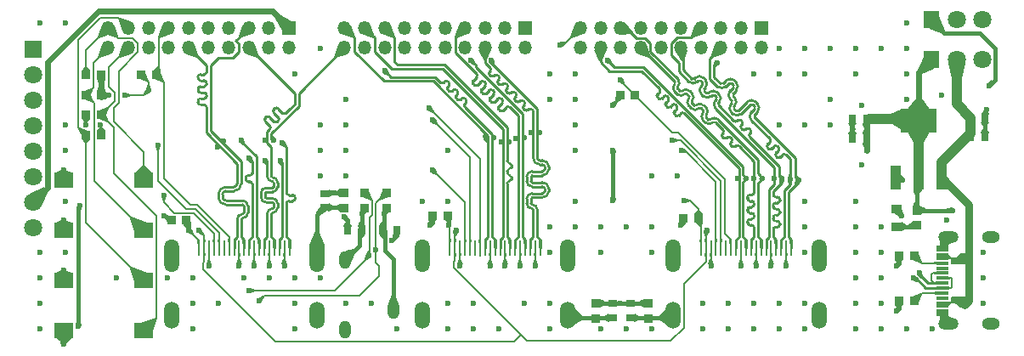
<source format=gbr>
%TF.GenerationSoftware,KiCad,Pcbnew,8.0.7-8.0.7-0~ubuntu24.04.1*%
%TF.CreationDate,2025-01-05T15:57:20-05:00*%
%TF.ProjectId,3xHDMI,33784844-4d49-42e6-9b69-6361645f7063,v1*%
%TF.SameCoordinates,Original*%
%TF.FileFunction,Copper,L1,Top*%
%TF.FilePolarity,Positive*%
%FSLAX46Y46*%
G04 Gerber Fmt 4.6, Leading zero omitted, Abs format (unit mm)*
G04 Created by KiCad (PCBNEW 8.0.7-8.0.7-0~ubuntu24.04.1) date 2025-01-05 15:57:20*
%MOMM*%
%LPD*%
G01*
G04 APERTURE LIST*
%TA.AperFunction,SMDPad,CuDef*%
%ADD10R,0.864000X0.806000*%
%TD*%
%TA.AperFunction,SMDPad,CuDef*%
%ADD11O,0.250000X1.600000*%
%TD*%
%TA.AperFunction,ComponentPad*%
%ADD12O,1.500000X2.700000*%
%TD*%
%TA.AperFunction,ComponentPad*%
%ADD13O,1.500000X3.300000*%
%TD*%
%TA.AperFunction,SMDPad,CuDef*%
%ADD14R,0.806000X0.864000*%
%TD*%
%TA.AperFunction,SMDPad,CuDef*%
%ADD15R,0.900000X0.800000*%
%TD*%
%TA.AperFunction,SMDPad,CuDef*%
%ADD16R,0.800000X0.900000*%
%TD*%
%TA.AperFunction,ComponentPad*%
%ADD17R,1.575000X1.800000*%
%TD*%
%TA.AperFunction,ComponentPad*%
%ADD18C,1.800000*%
%TD*%
%TA.AperFunction,ComponentPad*%
%ADD19R,1.350000X1.350000*%
%TD*%
%TA.AperFunction,ComponentPad*%
%ADD20O,1.350000X1.350000*%
%TD*%
%TA.AperFunction,SMDPad,CuDef*%
%ADD21R,0.980000X2.470000*%
%TD*%
%TA.AperFunction,SMDPad,CuDef*%
%ADD22R,3.600000X2.470000*%
%TD*%
%TA.AperFunction,SMDPad,CuDef*%
%ADD23R,1.900000X1.500000*%
%TD*%
%TA.AperFunction,ComponentPad*%
%ADD24R,1.800000X1.800000*%
%TD*%
%TA.AperFunction,ComponentPad*%
%ADD25O,2.000000X1.200000*%
%TD*%
%TA.AperFunction,ComponentPad*%
%ADD26O,1.800000X1.200000*%
%TD*%
%TA.AperFunction,SMDPad,CuDef*%
%ADD27R,1.300000X0.300000*%
%TD*%
%TA.AperFunction,SMDPad,CuDef*%
%ADD28R,1.000000X0.900000*%
%TD*%
%TA.AperFunction,ComponentPad*%
%ADD29O,1.200000X1.800000*%
%TD*%
%TA.AperFunction,ViaPad*%
%ADD30C,0.600000*%
%TD*%
%TA.AperFunction,Conductor*%
%ADD31C,1.000000*%
%TD*%
%TA.AperFunction,Conductor*%
%ADD32C,0.200000*%
%TD*%
%TA.AperFunction,Conductor*%
%ADD33C,0.800000*%
%TD*%
%TA.AperFunction,Conductor*%
%ADD34C,0.600000*%
%TD*%
%TA.AperFunction,Conductor*%
%ADD35C,0.400000*%
%TD*%
%TA.AperFunction,Conductor*%
%ADD36C,0.276400*%
%TD*%
%TA.AperFunction,Conductor*%
%ADD37C,0.212600*%
%TD*%
G04 APERTURE END LIST*
D10*
%TO.P,R36,1*%
%TO.N,GND*%
X63250000Y-30247000D03*
%TO.P,R36,2*%
%TO.N,Net-(C12-Pad1)*%
X63250000Y-31753000D03*
%TD*%
D11*
%TO.P,J4,1,D2+*%
%TO.N,/HDMI2_D2+*%
X27501000Y-24721000D03*
%TO.P,J4,2,D2_SHIELD*%
%TO.N,GND*%
X27001000Y-24721000D03*
%TO.P,J4,3,D2-*%
%TO.N,/HDMI2_D2-*%
X26500000Y-24721000D03*
%TO.P,J4,4,D1+*%
%TO.N,/HDMI2_D1+*%
X26000000Y-24721000D03*
%TO.P,J4,5,D1_SHIELD*%
%TO.N,GND*%
X25499000Y-24721000D03*
%TO.P,J4,6,D1-*%
%TO.N,/HDMI2_D1-*%
X24999000Y-24721000D03*
%TO.P,J4,7,D0+*%
%TO.N,/HDMI2_D0+*%
X24501000Y-24721000D03*
%TO.P,J4,8,D0_SHIELD*%
%TO.N,GND*%
X24001000Y-24721000D03*
%TO.P,J4,9,D0-*%
%TO.N,/HDMI2_D0-*%
X23500000Y-24721000D03*
%TO.P,J4,10,CK+*%
%TO.N,/HDMI2_CK+*%
X23000000Y-24721000D03*
%TO.P,J4,11,CK_SHIELD*%
%TO.N,GND*%
X22500000Y-24721000D03*
%TO.P,J4,12,CK-*%
%TO.N,/HDMI2_CK-*%
X21999000Y-24721000D03*
%TO.P,J4,13,CEC*%
%TO.N,/HDMI2_CEC*%
X21501000Y-24721000D03*
%TO.P,J4,14,HEC*%
%TO.N,unconnected-(J4-HEC-Pad14)*%
X21001000Y-24721000D03*
%TO.P,J4,15,I2C-CLK*%
%TO.N,/SCL2*%
X20501000Y-24721000D03*
%TO.P,J4,16,I2C_DATA*%
%TO.N,/SDA2*%
X20000000Y-24721000D03*
%TO.P,J4,17,GND*%
%TO.N,GND*%
X19500000Y-24721000D03*
%TO.P,J4,18,+5V*%
%TO.N,Net-(D1-K)*%
X19000000Y-24721000D03*
%TO.P,J4,19,HOT_PLUG_DET*%
%TO.N,/HPD2*%
X18499000Y-24721000D03*
D12*
%TO.P,J4,20,SHD*%
%TO.N,Net-(C10-Pad1)*%
X30249000Y-31479000D03*
%TO.P,J4,21,SHD*%
X15751000Y-31479000D03*
D13*
%TO.P,J4,22,SHD*%
X30249000Y-25480000D03*
%TO.P,J4,23,SHD*%
X15751000Y-25480000D03*
%TD*%
D14*
%TO.P,R2,1*%
%TO.N,/HPD1*%
X43253000Y-21500000D03*
%TO.P,R2,2*%
%TO.N,GND*%
X41747000Y-21500000D03*
%TD*%
D15*
%TO.P,C11,1*%
%TO.N,Net-(C11-Pad1)*%
X59750000Y-31700000D03*
%TO.P,C11,2*%
%TO.N,GND*%
X59750000Y-30300000D03*
%TD*%
D16*
%TO.P,C9,1*%
%TO.N,+3V3*%
X85000000Y-13800000D03*
%TO.P,C9,2*%
%TO.N,GND*%
X83600000Y-13800000D03*
%TD*%
D14*
%TO.P,R27,1*%
%TO.N,/HDMI2_CEC*%
X14253000Y-7500000D03*
%TO.P,R27,2*%
%TO.N,+3V3*%
X12747000Y-7500000D03*
%TD*%
D10*
%TO.P,R34,1*%
%TO.N,GND*%
X33000000Y-19247000D03*
%TO.P,R34,2*%
%TO.N,Net-(C10-Pad1)*%
X33000000Y-20753000D03*
%TD*%
D17*
%TO.P,J6,1,1*%
%TO.N,+3V3*%
X91460000Y-6000000D03*
D18*
%TO.P,J6,2,2*%
%TO.N,+5V*%
X94000000Y-6000000D03*
%TO.P,J6,3,3*%
%TO.N,GND*%
X96540000Y-6000000D03*
%TD*%
D19*
%TO.P,J7,1,Pin_1*%
%TO.N,+5V*%
X27450000Y-2800000D03*
D20*
%TO.P,J7,2,Pin_2*%
X27450000Y-4800000D03*
%TO.P,J7,3,Pin_3*%
%TO.N,GND*%
X25450000Y-2800000D03*
%TO.P,J7,4,Pin_4*%
X25450000Y-4800000D03*
%TO.P,J7,5,Pin_5*%
%TO.N,/HDMI2_CK+*%
X23450000Y-2800000D03*
%TO.P,J7,6,Pin_6*%
%TO.N,/HDMI2_D1+*%
X23450000Y-4800000D03*
%TO.P,J7,7,Pin_7*%
%TO.N,/HDMI2_D2+*%
X21450000Y-2800000D03*
%TO.P,J7,8,Pin_8*%
%TO.N,/HDMI2_D0-*%
X21450000Y-4800000D03*
%TO.P,J7,9,Pin_9*%
%TO.N,unconnected-(J7-Pin_9-Pad9)*%
X19450000Y-2800000D03*
%TO.P,J7,10,Pin_10*%
%TO.N,/HDMI2_D0+*%
X19450000Y-4800000D03*
%TO.P,J7,11,Pin_11*%
%TO.N,GND*%
X17450000Y-2800000D03*
%TO.P,J7,12,Pin_12*%
%TO.N,/HDMI2_CK-*%
X17450000Y-4800000D03*
%TO.P,J7,13,Pin_13*%
%TO.N,/HDMI2_CEC*%
X15450000Y-2800000D03*
%TO.P,J7,14,Pin_14*%
%TO.N,/HDMI2_HPD*%
X15450000Y-4800000D03*
%TO.P,J7,15,Pin_15*%
%TO.N,/HDMI2_SCL*%
X13450000Y-2800000D03*
%TO.P,J7,16,Pin_16*%
%TO.N,/HDMI2_SDA*%
X13450000Y-4800000D03*
%TO.P,J7,17,Pin_17*%
%TO.N,/PL_KEY2*%
X11450000Y-2800000D03*
%TO.P,J7,18,Pin_18*%
%TO.N,/PL_KEY3*%
X11450000Y-4800000D03*
%TO.P,J7,19,Pin_19*%
%TO.N,/PL_KEY0*%
X9450000Y-2800000D03*
%TO.P,J7,20,Pin_20*%
%TO.N,/PL_KEY1*%
X9450000Y-4800000D03*
%TD*%
D19*
%TO.P,J8,1,Pin_1*%
%TO.N,+5V*%
X51000000Y-2800000D03*
D20*
%TO.P,J8,2,Pin_2*%
X51000000Y-4800000D03*
%TO.P,J8,3,Pin_3*%
%TO.N,GND*%
X49000000Y-2800000D03*
%TO.P,J8,4,Pin_4*%
X49000000Y-4800000D03*
%TO.P,J8,5,Pin_5*%
%TO.N,/HDMI1_HPD*%
X47000000Y-2800000D03*
%TO.P,J8,6,Pin_6*%
%TO.N,/HDMI1_D2-*%
X47000000Y-4800000D03*
%TO.P,J8,7,Pin_7*%
%TO.N,/HDMI1_D1-*%
X45000000Y-2800000D03*
%TO.P,J8,8,Pin_8*%
%TO.N,/HDMI1_D2+*%
X45000000Y-4800000D03*
%TO.P,J8,9,Pin_9*%
%TO.N,unconnected-(J8-Pin_9-Pad9)*%
X43000000Y-2800000D03*
%TO.P,J8,10,Pin_10*%
%TO.N,/HDMI1_CEC*%
X43000000Y-4800000D03*
%TO.P,J8,11,Pin_11*%
%TO.N,GND*%
X41000000Y-2800000D03*
%TO.P,J8,12,Pin_12*%
%TO.N,/HDMI1_SDA*%
X41000000Y-4800000D03*
%TO.P,J8,13,Pin_13*%
%TO.N,/HDMI1_D1+*%
X39000000Y-2800000D03*
%TO.P,J8,14,Pin_14*%
%TO.N,/HDMI1_SCL*%
X39000000Y-4800000D03*
%TO.P,J8,15,Pin_15*%
%TO.N,/HDMI1_D0+*%
X37000000Y-2800000D03*
%TO.P,J8,16,Pin_16*%
%TO.N,/HDMI1_CK+*%
X37000000Y-4800000D03*
%TO.P,J8,17,Pin_17*%
%TO.N,/HDMI1_D0-*%
X35000000Y-2800000D03*
%TO.P,J8,18,Pin_18*%
%TO.N,/HDMI2_D2-*%
X35000000Y-4800000D03*
%TO.P,J8,19,Pin_19*%
%TO.N,/HDMI1_CK-*%
X33000000Y-2800000D03*
%TO.P,J8,20,Pin_20*%
%TO.N,/HDMI2_D1-*%
X33000000Y-4800000D03*
%TD*%
D10*
%TO.P,R19,1*%
%TO.N,+3V3*%
X90000000Y-21000000D03*
%TO.P,R19,2*%
%TO.N,Net-(D4-A)*%
X90000000Y-22506000D03*
%TD*%
D16*
%TO.P,C1,1*%
%TO.N,Net-(C1-Pad1)*%
X36800000Y-23000000D03*
%TO.P,C1,2*%
%TO.N,GND*%
X38200000Y-23000000D03*
%TD*%
D21*
%TO.P,U2,1,ADJ(GND)*%
%TO.N,GND*%
X87900000Y-17735000D03*
%TO.P,U2,2,VOUT(TAB)*%
%TO.N,+3V3*%
X90200000Y-17735000D03*
%TO.P,U2,3,VIN*%
%TO.N,+5V*%
X92500000Y-17735000D03*
D22*
%TO.P,U2,4,TAB*%
%TO.N,+3V3*%
X90200000Y-12065000D03*
%TD*%
D14*
%TO.P,R3,1*%
%TO.N,/HPD0*%
X68253000Y-21800000D03*
%TO.P,R3,2*%
%TO.N,GND*%
X66747000Y-21800000D03*
%TD*%
%TO.P,R6,1*%
%TO.N,/HDMI0_CEC*%
X61953000Y-9500000D03*
%TO.P,R6,2*%
%TO.N,+3V3*%
X60447000Y-9500000D03*
%TD*%
D23*
%TO.P,SW3,1,1*%
%TO.N,GND*%
X5000000Y-28000000D03*
%TO.P,SW3,2,2*%
%TO.N,/PL_KEY2*%
X13000000Y-28000000D03*
%TD*%
D10*
%TO.P,R8,1*%
%TO.N,/AUDIO_L*%
X35000000Y-19247000D03*
%TO.P,R8,2*%
%TO.N,Net-(C2-Pad1)*%
X35000000Y-20753000D03*
%TD*%
%TO.P,R7,1*%
%TO.N,/AUDIO_R*%
X37203000Y-19247000D03*
%TO.P,R7,2*%
%TO.N,Net-(C1-Pad1)*%
X37203000Y-20753000D03*
%TD*%
D17*
%TO.P,J10,1,1*%
%TO.N,/TXD*%
X91460000Y-2000000D03*
D18*
%TO.P,J10,2,2*%
%TO.N,/RXD*%
X94000000Y-2000000D03*
%TO.P,J10,3,3*%
%TO.N,GND*%
X96540000Y-2000000D03*
%TD*%
D14*
%TO.P,R38,1*%
%TO.N,/PL_KEY3*%
X8753000Y-11500000D03*
%TO.P,R38,2*%
%TO.N,+3V3*%
X7247000Y-11500000D03*
%TD*%
D16*
%TO.P,C8,1*%
%TO.N,+3V3*%
X85000000Y-11900000D03*
%TO.P,C8,2*%
%TO.N,GND*%
X83600000Y-11900000D03*
%TD*%
D19*
%TO.P,J9,1,Pin_1*%
%TO.N,+5V*%
X74500000Y-2800000D03*
D20*
%TO.P,J9,2,Pin_2*%
X74500000Y-4800000D03*
%TO.P,J9,3,Pin_3*%
%TO.N,GND*%
X72500000Y-2800000D03*
%TO.P,J9,4,Pin_4*%
X72500000Y-4800000D03*
%TO.P,J9,5,Pin_5*%
%TO.N,/HDMI0_SCL*%
X70500000Y-2800000D03*
%TO.P,J9,6,Pin_6*%
%TO.N,/HDMI0_D2-*%
X70500000Y-4800000D03*
%TO.P,J9,7,Pin_7*%
%TO.N,/HDMI0_D1-*%
X68500000Y-2800000D03*
%TO.P,J9,8,Pin_8*%
%TO.N,/HDMI0_D2+*%
X68500000Y-4800000D03*
%TO.P,J9,9,Pin_9*%
%TO.N,unconnected-(J9-Pin_9-Pad9)*%
X66500000Y-2800000D03*
%TO.P,J9,10,Pin_10*%
%TO.N,/HDMI0_D1+*%
X66500000Y-4800000D03*
%TO.P,J9,11,Pin_11*%
%TO.N,GND*%
X64500000Y-2800000D03*
%TO.P,J9,12,Pin_12*%
%TO.N,/HDMI0_SDA*%
X64500000Y-4800000D03*
%TO.P,J9,13,Pin_13*%
%TO.N,/HDMI0_HPD*%
X62500000Y-2800000D03*
%TO.P,J9,14,Pin_14*%
%TO.N,/HDMI0_D0-*%
X62500000Y-4800000D03*
%TO.P,J9,15,Pin_15*%
%TO.N,/HDMI0_D0+*%
X60500000Y-2800000D03*
%TO.P,J9,16,Pin_16*%
%TO.N,/HDMI0_CEC*%
X60500000Y-4800000D03*
%TO.P,J9,17,Pin_17*%
%TO.N,/AUDIO_R*%
X58500000Y-2800000D03*
%TO.P,J9,18,Pin_18*%
%TO.N,/HDMI0_CK-*%
X58500000Y-4800000D03*
%TO.P,J9,19,Pin_19*%
%TO.N,/AUDIO_L*%
X56500000Y-2800000D03*
%TO.P,J9,20,Pin_20*%
%TO.N,/HDMI0_CK+*%
X56500000Y-4800000D03*
%TD*%
D23*
%TO.P,SW4,1,1*%
%TO.N,GND*%
X5000000Y-33000000D03*
%TO.P,SW4,2,2*%
%TO.N,/PL_KEY3*%
X13000000Y-33000000D03*
%TD*%
D15*
%TO.P,C10,1*%
%TO.N,Net-(C10-Pad1)*%
X31000000Y-20700000D03*
%TO.P,C10,2*%
%TO.N,GND*%
X31000000Y-19300000D03*
%TD*%
D14*
%TO.P,R1,1*%
%TO.N,/PL_KEY0*%
X7247000Y-7500000D03*
%TO.P,R1,2*%
%TO.N,+3V3*%
X8753000Y-7500000D03*
%TD*%
D11*
%TO.P,J3,1,D2+*%
%TO.N,/HDMI1_D2+*%
X52501000Y-24721000D03*
%TO.P,J3,2,D2_SHIELD*%
%TO.N,GND*%
X52001000Y-24721000D03*
%TO.P,J3,3,D2-*%
%TO.N,/HDMI1_D2-*%
X51500000Y-24721000D03*
%TO.P,J3,4,D1+*%
%TO.N,/HDMI1_D1+*%
X51000000Y-24721000D03*
%TO.P,J3,5,D1_SHIELD*%
%TO.N,GND*%
X50499000Y-24721000D03*
%TO.P,J3,6,D1-*%
%TO.N,/HDMI1_D1-*%
X49999000Y-24721000D03*
%TO.P,J3,7,D0+*%
%TO.N,/HDMI1_D0+*%
X49501000Y-24721000D03*
%TO.P,J3,8,D0_SHIELD*%
%TO.N,GND*%
X49001000Y-24721000D03*
%TO.P,J3,9,D0-*%
%TO.N,/HDMI1_D0-*%
X48500000Y-24721000D03*
%TO.P,J3,10,CK+*%
%TO.N,/HDMI1_CK+*%
X48000000Y-24721000D03*
%TO.P,J3,11,CK_SHIELD*%
%TO.N,GND*%
X47500000Y-24721000D03*
%TO.P,J3,12,CK-*%
%TO.N,/HDMI1_CK-*%
X46999000Y-24721000D03*
%TO.P,J3,13,CEC*%
%TO.N,/HDMI1_CEC*%
X46501000Y-24721000D03*
%TO.P,J3,14,HEC*%
%TO.N,unconnected-(J3-HEC-Pad14)*%
X46001000Y-24721000D03*
%TO.P,J3,15,I2C-CLK*%
%TO.N,/SCL1*%
X45501000Y-24721000D03*
%TO.P,J3,16,I2C_DATA*%
%TO.N,/SDA1*%
X45000000Y-24721000D03*
%TO.P,J3,17,GND*%
%TO.N,GND*%
X44500000Y-24721000D03*
%TO.P,J3,18,+5V*%
%TO.N,Net-(D1-K)*%
X44000000Y-24721000D03*
%TO.P,J3,19,HOT_PLUG_DET*%
%TO.N,/HPD1*%
X43499000Y-24721000D03*
D12*
%TO.P,J3,20,SHD*%
%TO.N,Net-(C11-Pad1)*%
X55249000Y-31479000D03*
%TO.P,J3,21,SHD*%
X40751000Y-31479000D03*
D13*
%TO.P,J3,22,SHD*%
X55249000Y-25480000D03*
%TO.P,J3,23,SHD*%
X40751000Y-25480000D03*
%TD*%
D10*
%TO.P,R35,1*%
%TO.N,GND*%
X58000000Y-30247000D03*
%TO.P,R35,2*%
%TO.N,Net-(C11-Pad1)*%
X58000000Y-31753000D03*
%TD*%
D24*
%TO.P,P1,1,1*%
%TO.N,/PL_KEY0*%
X2000000Y-4920000D03*
D18*
%TO.P,P1,2,2*%
%TO.N,/PL_KEY1*%
X2000000Y-7460000D03*
%TO.P,P1,3,3*%
%TO.N,/PL_KEY2*%
X2000000Y-10000000D03*
%TO.P,P1,4,4*%
%TO.N,/PL_KEY3*%
X2000000Y-12540000D03*
%TO.P,P1,5,5*%
%TO.N,/AUDIO_L*%
X2000000Y-15080000D03*
%TO.P,P1,6,6*%
%TO.N,/AUDIO_R*%
X2000000Y-17620000D03*
%TO.P,P1,7,7*%
%TO.N,+5V*%
X2000000Y-20160000D03*
%TO.P,P1,8,8*%
%TO.N,GND*%
X2000000Y-22700000D03*
%TD*%
D14*
%TO.P,R4,1*%
%TO.N,/PL_KEY1*%
X7247000Y-9500000D03*
%TO.P,R4,2*%
%TO.N,+3V3*%
X8753000Y-9500000D03*
%TD*%
%TO.P,R37,1*%
%TO.N,/PL_KEY2*%
X7247000Y-13500000D03*
%TO.P,R37,2*%
%TO.N,+3V3*%
X8753000Y-13500000D03*
%TD*%
D11*
%TO.P,J1,1,D2+*%
%TO.N,/HDMI0_D2+*%
X77501000Y-24721000D03*
%TO.P,J1,2,D2_SHIELD*%
%TO.N,GND*%
X77001000Y-24721000D03*
%TO.P,J1,3,D2-*%
%TO.N,/HDMI0_D2-*%
X76500000Y-24721000D03*
%TO.P,J1,4,D1+*%
%TO.N,/HDMI0_D1+*%
X76000000Y-24721000D03*
%TO.P,J1,5,D1_SHIELD*%
%TO.N,GND*%
X75499000Y-24721000D03*
%TO.P,J1,6,D1-*%
%TO.N,/HDMI0_D1-*%
X74999000Y-24721000D03*
%TO.P,J1,7,D0+*%
%TO.N,/HDMI0_D0+*%
X74501000Y-24721000D03*
%TO.P,J1,8,D0_SHIELD*%
%TO.N,GND*%
X74001000Y-24721000D03*
%TO.P,J1,9,D0-*%
%TO.N,/HDMI0_D0-*%
X73500000Y-24721000D03*
%TO.P,J1,10,CK+*%
%TO.N,/HDMI0_CK+*%
X73000000Y-24721000D03*
%TO.P,J1,11,CK_SHIELD*%
%TO.N,GND*%
X72500000Y-24721000D03*
%TO.P,J1,12,CK-*%
%TO.N,/HDMI0_CK-*%
X71999000Y-24721000D03*
%TO.P,J1,13,CEC*%
%TO.N,/HDMI0_CEC*%
X71501000Y-24721000D03*
%TO.P,J1,14,HEC*%
%TO.N,unconnected-(J1-HEC-Pad14)*%
X71001000Y-24721000D03*
%TO.P,J1,15,I2C-CLK*%
%TO.N,/SCL0*%
X70501000Y-24721000D03*
%TO.P,J1,16,I2C_DATA*%
%TO.N,/SDA0*%
X70000000Y-24721000D03*
%TO.P,J1,17,GND*%
%TO.N,GND*%
X69500000Y-24721000D03*
%TO.P,J1,18,+5V*%
%TO.N,Net-(D1-K)*%
X69000000Y-24721000D03*
%TO.P,J1,19,HOT_PLUG_DET*%
%TO.N,/HPD0*%
X68499000Y-24721000D03*
D12*
%TO.P,J1,20,SHD*%
%TO.N,Net-(C12-Pad1)*%
X80249000Y-31479000D03*
%TO.P,J1,21,SHD*%
X65751000Y-31479000D03*
D13*
%TO.P,J1,22,SHD*%
X80249000Y-25480000D03*
%TO.P,J1,23,SHD*%
X65751000Y-25480000D03*
%TD*%
D23*
%TO.P,SW2,1,1*%
%TO.N,GND*%
X5000000Y-23000000D03*
%TO.P,SW2,2,2*%
%TO.N,/PL_KEY1*%
X13000000Y-23000000D03*
%TD*%
D14*
%TO.P,R13,1*%
%TO.N,Net-(J5-CC1)*%
X89753000Y-30000000D03*
%TO.P,R13,2*%
%TO.N,GND*%
X88247000Y-30000000D03*
%TD*%
D16*
%TO.P,C6,1*%
%TO.N,+5V*%
X95400000Y-11800000D03*
%TO.P,C6,2*%
%TO.N,GND*%
X96800000Y-11800000D03*
%TD*%
D14*
%TO.P,R18,1*%
%TO.N,Net-(J5-CC2)*%
X89753000Y-25500000D03*
%TO.P,R18,2*%
%TO.N,GND*%
X88247000Y-25500000D03*
%TD*%
D23*
%TO.P,SW1,1,1*%
%TO.N,GND*%
X5000000Y-18000000D03*
%TO.P,SW1,2,2*%
%TO.N,/PL_KEY0*%
X13000000Y-18000000D03*
%TD*%
D14*
%TO.P,R26,1*%
%TO.N,/HPD2*%
X17253000Y-22000000D03*
%TO.P,R26,2*%
%TO.N,GND*%
X15747000Y-22000000D03*
%TD*%
D25*
%TO.P,J5,1,EP*%
%TO.N,GND*%
X93191500Y-32320000D03*
%TO.P,J5,2,EP*%
X93191500Y-23680000D03*
D26*
%TO.P,J5,3,EP*%
X97371500Y-32320000D03*
%TO.P,J5,4,EP*%
X97371500Y-23680000D03*
D27*
%TO.P,J5,A1,GND*%
X92541500Y-31350000D03*
%TO.P,J5,A4,VBUS*%
%TO.N,+5V*%
X92541500Y-30550000D03*
%TO.P,J5,A5,CC1*%
%TO.N,Net-(J5-CC1)*%
X92541500Y-29250000D03*
%TO.P,J5,A6,DP1*%
%TO.N,/D+*%
X92541500Y-28250000D03*
%TO.P,J5,A7,DN1*%
%TO.N,/D-*%
X92541500Y-27750000D03*
%TO.P,J5,A8,SUB1*%
%TO.N,unconnected-(J5-SUB1-PadA8)*%
X92541500Y-26750000D03*
%TO.P,J5,A9,VBUS*%
%TO.N,+5V*%
X92541500Y-25450000D03*
%TO.P,J5,A12,GND*%
%TO.N,GND*%
X92541500Y-24650000D03*
%TO.P,J5,B1,GND*%
X92541500Y-24950000D03*
%TO.P,J5,B4,VBUS*%
%TO.N,+5V*%
X92541500Y-25750000D03*
%TO.P,J5,B5,CC2*%
%TO.N,Net-(J5-CC2)*%
X92541500Y-26250000D03*
%TO.P,J5,B6,DP2*%
%TO.N,/D+*%
X92541500Y-27250000D03*
%TO.P,J5,B7,DN2*%
%TO.N,/D-*%
X92541500Y-28750000D03*
%TO.P,J5,B8,SUB2*%
%TO.N,unconnected-(J5-SUB2-PadB8)*%
X92541500Y-29750000D03*
%TO.P,J5,B9,VBUS*%
%TO.N,+5V*%
X92541500Y-30250000D03*
%TO.P,J5,B12,GND*%
%TO.N,GND*%
X92541500Y-31050000D03*
%TD*%
D15*
%TO.P,C12,1*%
%TO.N,Net-(C12-Pad1)*%
X61500000Y-31700000D03*
%TO.P,C12,2*%
%TO.N,GND*%
X61500000Y-30300000D03*
%TD*%
D16*
%TO.P,C2,1*%
%TO.N,Net-(C2-Pad1)*%
X34700000Y-23000000D03*
%TO.P,C2,2*%
%TO.N,GND*%
X33300000Y-23000000D03*
%TD*%
D28*
%TO.P,D4,1,A*%
%TO.N,Net-(D4-A)*%
X88000000Y-22603000D03*
%TO.P,D4,2,K*%
%TO.N,GND*%
X88000000Y-20903000D03*
%TD*%
D16*
%TO.P,C7,1*%
%TO.N,+5V*%
X95400000Y-13700000D03*
%TO.P,C7,2*%
%TO.N,GND*%
X96800000Y-13700000D03*
%TD*%
D29*
%TO.P,J2,2,2*%
%TO.N,Net-(C1-Pad1)*%
X37876000Y-30912500D03*
%TO.P,J2,3,3*%
%TO.N,GND*%
X33076000Y-32912500D03*
%TO.P,J2,4,4*%
%TO.N,Net-(C2-Pad1)*%
X33076000Y-25912500D03*
%TD*%
D30*
%TO.N,GND*%
X61085716Y-22676000D03*
X33000000Y-21656002D03*
X84500000Y-16500000D03*
X30605716Y-27756000D03*
X4999993Y-34324912D03*
X83945716Y-22676000D03*
X84500000Y-10500000D03*
X43305716Y-32836000D03*
X63625716Y-25216000D03*
X38225716Y-32836000D03*
X45845716Y-30296000D03*
X88000000Y-31000000D03*
X83945716Y-25216000D03*
X56005716Y-15056000D03*
X58545716Y-25216000D03*
X81405716Y-12516000D03*
X81405716Y-4896000D03*
X83945716Y-27756000D03*
X68705716Y-30296000D03*
X58545716Y-32836000D03*
X43305716Y-20136000D03*
X78865716Y-25216000D03*
X37700000Y-24000000D03*
X50500000Y-26500000D03*
X93000000Y-22000000D03*
X56005716Y-12516000D03*
X73785716Y-30296000D03*
X76325716Y-12516000D03*
X30605716Y-15056000D03*
X96645716Y-25216000D03*
X86485716Y-30296000D03*
X88000000Y-26500000D03*
X43305716Y-30296000D03*
X63625716Y-32836000D03*
X86485716Y-25216000D03*
X33145716Y-30296000D03*
X22985716Y-27756000D03*
X53465716Y-22676000D03*
X41500000Y-22500000D03*
X5000000Y-22000000D03*
X83945716Y-4896000D03*
X56005716Y-9976000D03*
X10285716Y-27756000D03*
X5000000Y-17000000D03*
X17905716Y-32836000D03*
X77001000Y-26499000D03*
X33145716Y-15056000D03*
X83945716Y-30296000D03*
X53465716Y-32836000D03*
X2665716Y-30296000D03*
X63625716Y-17596000D03*
X28065716Y-7436000D03*
X28065716Y-30296000D03*
X58545716Y-22676000D03*
X66165716Y-17596000D03*
X96645716Y-30296000D03*
X83945716Y-20136000D03*
X35685716Y-30296000D03*
X89025716Y-2356000D03*
X68705716Y-32836000D03*
X53465716Y-7436000D03*
X43305716Y-15056000D03*
X83945716Y-7436000D03*
X30605716Y-12516000D03*
X78865716Y-12516000D03*
X89025716Y-7436000D03*
X96645716Y-27756000D03*
X60500000Y-30247000D03*
X75500000Y-26500000D03*
X47500000Y-26500000D03*
X15000000Y-21500000D03*
X89025716Y-32836000D03*
X88500000Y-21500000D03*
X5205716Y-12516000D03*
X17905716Y-27756000D03*
X5205716Y-2356000D03*
X5205716Y-15056000D03*
X76325716Y-4896000D03*
X33145716Y-9976000D03*
X78865716Y-4896000D03*
X5000000Y-27000000D03*
X66500000Y-22500000D03*
X72500000Y-26500000D03*
X33145716Y-12516000D03*
X17905716Y-30296000D03*
X88612502Y-18000000D03*
X63625716Y-22676000D03*
X50925716Y-30296000D03*
X83600000Y-13000000D03*
X76325716Y-30296000D03*
X92500000Y-9500000D03*
X5205716Y-20136000D03*
X53465716Y-30296000D03*
X91565716Y-32836000D03*
X44500000Y-26500000D03*
X86485716Y-4896000D03*
X28065716Y-27756000D03*
X25525716Y-27756000D03*
X78865716Y-7436000D03*
X86485716Y-22676000D03*
X45845716Y-32836000D03*
X52000000Y-26500000D03*
X2665716Y-25216000D03*
X24000000Y-26500000D03*
X73785716Y-32836000D03*
X5205716Y-25216000D03*
X71245716Y-30296000D03*
X78865716Y-30296000D03*
X69500000Y-26500000D03*
X78865716Y-32836000D03*
X15365716Y-27756000D03*
X61085716Y-32836000D03*
X53465716Y-25216000D03*
X86485716Y-32836000D03*
X33145716Y-17596000D03*
X48385716Y-32836000D03*
X81405716Y-9976000D03*
X89025716Y-4896000D03*
X20445716Y-30296000D03*
X56005716Y-20136000D03*
X71245716Y-32836000D03*
X28065716Y-32836000D03*
X30605716Y-17596000D03*
X73785716Y-7436000D03*
X78865716Y-20136000D03*
X83945716Y-32836000D03*
X53465716Y-9976000D03*
X30605716Y-4896000D03*
X40765716Y-20136000D03*
X74000000Y-26500000D03*
X78865716Y-22676000D03*
X97000000Y-11000000D03*
X56005716Y-22676000D03*
X76325716Y-7436000D03*
X32000000Y-19247000D03*
X49000000Y-26500000D03*
X2665716Y-27756000D03*
X19500000Y-26500000D03*
X86485716Y-27756000D03*
X56005716Y-7436000D03*
X25500000Y-26500000D03*
X2665716Y-32836000D03*
X89025716Y-9976000D03*
X2665716Y-2356000D03*
X27000000Y-26500000D03*
X22500000Y-26500000D03*
X76325716Y-32836000D03*
%TO.N,Net-(D1-K)*%
X18500000Y-23000000D03*
X44099000Y-23000000D03*
X69099000Y-23000000D03*
%TO.N,/AUDIO_L*%
X35400000Y-25500000D03*
X54500000Y-4500000D03*
X23500000Y-29000000D03*
%TO.N,/AUDIO_R*%
X24500000Y-30000000D03*
X36100000Y-24900000D03*
%TO.N,+3V3*%
X59747000Y-15000000D03*
X6647000Y-20500000D03*
X93600000Y-21000000D03*
X13500000Y-9000000D03*
X59747000Y-20000000D03*
X6484735Y-32515265D03*
X85000000Y-15000000D03*
X8650000Y-12500000D03*
X11100000Y-9500000D03*
X59747000Y-10500000D03*
X7247000Y-12500000D03*
X9500000Y-9500000D03*
%TO.N,/D+*%
X90252271Y-27186585D03*
%TO.N,/D-*%
X89686585Y-27752271D03*
%TO.N,/HDMI0_D0+*%
X74600000Y-17800000D03*
%TO.N,/HDMI0_CK+*%
X59182842Y-6017158D03*
X73000000Y-17800000D03*
%TO.N,/SDA0*%
X66600000Y-15000000D03*
%TO.N,/HDMI0_D2+*%
X78218985Y-18000000D03*
X70100000Y-6300000D03*
%TO.N,/SCL0*%
X65600000Y-14000000D03*
%TO.N,/HDMI0_D1+*%
X76595946Y-17900000D03*
%TO.N,/HDMI0_CK-*%
X72200000Y-17800000D03*
%TO.N,/HDMI0_D0-*%
X73800000Y-17800000D03*
%TO.N,/HDMI0_D2-*%
X77423910Y-17909934D03*
%TO.N,/HDMI0_D1-*%
X75800000Y-17800000D03*
%TO.N,/HDMI1_D1-*%
X50099500Y-13800000D03*
%TO.N,/HDMI1_D2+*%
X47632842Y-6067158D03*
X52409561Y-13269136D03*
%TO.N,/HDMI1_CK+*%
X37000000Y-7100000D03*
X47899500Y-13747798D03*
%TO.N,/HDMI1_D0+*%
X49400500Y-14200000D03*
%TO.N,/HDMI1_D0-*%
X48600000Y-14200000D03*
%TO.N,/HDMI2_D1-*%
X25099501Y-16000000D03*
X25900000Y-14000000D03*
%TO.N,/HDMI1_CK-*%
X47097858Y-13718886D03*
%TO.N,/HDMI1_D1+*%
X50899500Y-13712077D03*
X45582842Y-6017158D03*
%TO.N,/HDMI0_CEC*%
X60500000Y-8000000D03*
%TO.N,/SDA1*%
X41800000Y-17000000D03*
%TO.N,/SCL1*%
X41800000Y-12000000D03*
%TO.N,/HDMI1_D2-*%
X51574365Y-13282470D03*
%TO.N,/HDMI2_CK+*%
X20907842Y-14092158D03*
%TO.N,/HDMI2_D2+*%
X26800000Y-14283230D03*
%TO.N,/HDMI2_D2-*%
X26600501Y-16000000D03*
%TO.N,/SDA2*%
X15000000Y-19500000D03*
%TO.N,/SCL2*%
X14400000Y-14500000D03*
%TO.N,/HDMI2_D0+*%
X22700000Y-14000000D03*
%TO.N,/HDMI2_D0-*%
X23500000Y-15800000D03*
%TO.N,/HDMI2_CK-*%
X20342155Y-14657845D03*
%TO.N,/HDMI2_D1+*%
X25100000Y-14000000D03*
%TO.N,/HDMI1_CEC*%
X41400000Y-10800000D03*
%TO.N,/TXD*%
X97200000Y-8600000D03*
%TO.N,/HPD0*%
X66800000Y-20000000D03*
%TO.N,/HPD1*%
X43399000Y-22500000D03*
%TO.N,/HPD2*%
X17500000Y-23000000D03*
%TD*%
D31*
%TO.N,+5V*%
X92500000Y-16200000D02*
X95400000Y-13300000D01*
D32*
X94300000Y-25800000D02*
X94290000Y-25810000D01*
D33*
X95200000Y-20435000D02*
X95200000Y-30000000D01*
D34*
X8476472Y-1175000D02*
X25825000Y-1175000D01*
D32*
X92687250Y-30395750D02*
X92541500Y-30250000D01*
X93600000Y-29700000D02*
X93800000Y-29700000D01*
D34*
X25825000Y-1175000D02*
X27450000Y-2800000D01*
D32*
X93041500Y-25450000D02*
X93401500Y-25810000D01*
X93500000Y-30100000D02*
X93500000Y-29700000D01*
X93531551Y-30090000D02*
X93700000Y-30090000D01*
X93401500Y-25810000D02*
X94290000Y-25810000D01*
X93700000Y-26300000D02*
X93600000Y-26200000D01*
D33*
X95200000Y-30000000D02*
X94800000Y-30400000D01*
D32*
X93700000Y-30090000D02*
X93800000Y-30190000D01*
X92541500Y-25750000D02*
X93391500Y-25750000D01*
X93700000Y-29921551D02*
X93700000Y-30090000D01*
D34*
X3400000Y-18760000D02*
X3400000Y-6251472D01*
D31*
X94000000Y-10400000D02*
X94000000Y-6000000D01*
D32*
X93491500Y-26300000D02*
X93700000Y-26300000D01*
D31*
X95400000Y-11800000D02*
X94000000Y-10400000D01*
X95400000Y-13300000D02*
X95400000Y-11800000D01*
D32*
X93700000Y-25891500D02*
X93700000Y-25810000D01*
D33*
X92500000Y-17735000D02*
X95200000Y-20435000D01*
D34*
X3400000Y-6251472D02*
X8476472Y-1175000D01*
D32*
X93600000Y-26200000D02*
X93600000Y-26008500D01*
X93401500Y-30190000D02*
X93800000Y-30190000D01*
X93451500Y-25810000D02*
X93700000Y-25810000D01*
X93391500Y-25800000D02*
X93591500Y-26000000D01*
X92591500Y-30200000D02*
X93400000Y-30200000D01*
X93491500Y-25800000D02*
X93491500Y-26300000D01*
X92595750Y-30304250D02*
X93317301Y-30304250D01*
X93391500Y-25750000D02*
X93451500Y-25810000D01*
X93591500Y-26000000D02*
X93700000Y-25891500D01*
X93451500Y-25810000D02*
X94290000Y-25810000D01*
X93041500Y-30550000D02*
X93401500Y-30190000D01*
X92541500Y-30250000D02*
X92595750Y-30304250D01*
X93500000Y-29700000D02*
X93600000Y-29700000D01*
X93317301Y-30304250D02*
X93531551Y-30090000D01*
X93600000Y-29700000D02*
X93600000Y-29821551D01*
X93600000Y-29821551D02*
X93700000Y-29921551D01*
X92591500Y-25800000D02*
X93391500Y-25800000D01*
D31*
X92500000Y-18150000D02*
X92500000Y-16200000D01*
D34*
X2000000Y-20160000D02*
X3400000Y-18760000D01*
D32*
X93700000Y-25810000D02*
X94290000Y-25810000D01*
D35*
%TO.N,GND*%
X33000000Y-19247000D02*
X31053000Y-19247000D01*
D32*
X49001000Y-24721000D02*
X49001000Y-26499000D01*
D35*
X33000000Y-21656002D02*
X33300000Y-21956002D01*
X33300000Y-21956002D02*
X33300000Y-23000000D01*
D32*
X49001000Y-26499000D02*
X49000000Y-26500000D01*
X24001000Y-26499000D02*
X24000000Y-26500000D01*
D35*
X92541500Y-24650000D02*
X92541500Y-24330000D01*
D32*
X22500000Y-24721000D02*
X22500000Y-26500000D01*
D35*
X88000000Y-21000000D02*
X88500000Y-21500000D01*
X41747000Y-21500000D02*
X41747000Y-22253000D01*
D32*
X72500000Y-26500000D02*
X72500000Y-24721000D01*
D35*
X92541500Y-31350000D02*
X92541500Y-31670000D01*
D32*
X19500000Y-24721000D02*
X19500000Y-26500000D01*
X69500000Y-24721000D02*
X69500000Y-26500000D01*
X52001000Y-24721000D02*
X52001000Y-26499000D01*
X74001000Y-24721000D02*
X74001000Y-26499000D01*
D35*
X88247000Y-30000000D02*
X88247000Y-30753000D01*
X96800000Y-13700000D02*
X96800000Y-11800000D01*
D32*
X77001000Y-24721000D02*
X77001000Y-26499000D01*
X44500000Y-24721000D02*
X44500000Y-26500000D01*
D35*
X88247000Y-25500000D02*
X88247000Y-26253000D01*
X41747000Y-22253000D02*
X41500000Y-22500000D01*
D32*
X75499000Y-24721000D02*
X75499000Y-26499000D01*
X50499000Y-24721000D02*
X50499000Y-26499000D01*
X47500000Y-24721000D02*
X47500000Y-26500000D01*
D35*
X88247000Y-26253000D02*
X88000000Y-26500000D01*
X58000000Y-30247000D02*
X63250000Y-30247000D01*
X92541500Y-24330000D02*
X93191500Y-23680000D01*
X96800000Y-11800000D02*
X96800000Y-11200000D01*
X5000000Y-34324905D02*
X4999993Y-34324912D01*
X5000000Y-33000000D02*
X5000000Y-34324905D01*
D32*
X15500000Y-22000000D02*
X15000000Y-21500000D01*
D35*
X5000000Y-18000000D02*
X5000000Y-17000000D01*
D32*
X25499000Y-24721000D02*
X25499000Y-26499000D01*
D35*
X96800000Y-11200000D02*
X97000000Y-11000000D01*
X87900000Y-17735000D02*
X88347502Y-17735000D01*
X92541500Y-31670000D02*
X93191500Y-32320000D01*
X38200000Y-23000000D02*
X38200000Y-23500000D01*
X88247000Y-30753000D02*
X88000000Y-31000000D01*
D32*
X74001000Y-26499000D02*
X74000000Y-26500000D01*
X75499000Y-26499000D02*
X75500000Y-26500000D01*
D35*
X5000000Y-28000000D02*
X5000000Y-27000000D01*
D32*
X24001000Y-24721000D02*
X24001000Y-26499000D01*
D35*
X38200000Y-23500000D02*
X37700000Y-24000000D01*
X83600000Y-11900000D02*
X83600000Y-13000000D01*
X66747000Y-21800000D02*
X66747000Y-22253000D01*
D32*
X27001000Y-26499000D02*
X27000000Y-26500000D01*
D35*
X5000000Y-23000000D02*
X5000000Y-22000000D01*
X83600000Y-13000000D02*
X83600000Y-13800000D01*
X66747000Y-22253000D02*
X66500000Y-22500000D01*
D32*
X27001000Y-24721000D02*
X27001000Y-26499000D01*
X25499000Y-26499000D02*
X25500000Y-26500000D01*
D35*
X88347502Y-17735000D02*
X88612502Y-18000000D01*
D32*
X50499000Y-26499000D02*
X50500000Y-26500000D01*
X52001000Y-26499000D02*
X52000000Y-26500000D01*
D35*
%TO.N,Net-(C1-Pad1)*%
X36900000Y-23000000D02*
X36900000Y-21156000D01*
X37876000Y-25876000D02*
X37876000Y-30912500D01*
X37203000Y-20853000D02*
X36900000Y-21156000D01*
X37000000Y-23030000D02*
X37000000Y-25000000D01*
X37000000Y-25000000D02*
X37876000Y-25876000D01*
D32*
%TO.N,/PL_KEY1*%
X8050000Y-18050000D02*
X8050000Y-10303000D01*
X9450000Y-4800000D02*
X7950000Y-6300000D01*
X8050000Y-10303000D02*
X7247000Y-9500000D01*
X13000000Y-23000000D02*
X8050000Y-18050000D01*
X7950000Y-6300000D02*
X7950000Y-8797000D01*
X7950000Y-8797000D02*
X7247000Y-9500000D01*
%TO.N,/PL_KEY0*%
X13000000Y-15181314D02*
X13000000Y-18000000D01*
X12425000Y-4396141D02*
X12425000Y-5203859D01*
X10500000Y-7128859D02*
X10500000Y-10318686D01*
X7247000Y-5003000D02*
X7247000Y-7500000D01*
X12425000Y-5203859D02*
X10500000Y-7128859D01*
X10500000Y-10318686D02*
X10000000Y-10818686D01*
X10000000Y-12181314D02*
X13000000Y-15181314D01*
X11853859Y-3825000D02*
X12425000Y-4396141D01*
X10475000Y-3825000D02*
X11853859Y-3825000D01*
X9450000Y-2800000D02*
X10475000Y-3825000D01*
X10000000Y-10818686D02*
X10000000Y-12181314D01*
X9450000Y-2800000D02*
X7247000Y-5003000D01*
%TO.N,Net-(D1-K)*%
X19000000Y-24721000D02*
X19000000Y-26151471D01*
X69000000Y-23099000D02*
X69000000Y-24721000D01*
X69000000Y-24721000D02*
X69000000Y-26151471D01*
X44000000Y-23099000D02*
X44099000Y-23000000D01*
X19000000Y-23500000D02*
X18500000Y-23000000D01*
X19000000Y-26151471D02*
X18900000Y-26251471D01*
X66801000Y-32699000D02*
X65500000Y-34000000D01*
X26112500Y-34112500D02*
X49887500Y-34112500D01*
X19000000Y-24721000D02*
X19000000Y-23500000D01*
X18900000Y-26251471D02*
X18900000Y-26900000D01*
X18900000Y-26900000D02*
X26112500Y-34112500D01*
X65500000Y-34000000D02*
X51151471Y-34000000D01*
X43900000Y-26748529D02*
X51151471Y-34000000D01*
X69000000Y-26151471D02*
X66801000Y-28350471D01*
X69099000Y-23000000D02*
X69000000Y-23099000D01*
X49887500Y-34112500D02*
X50575736Y-33424264D01*
X44000000Y-26000000D02*
X44000000Y-24721000D01*
X66801000Y-28350471D02*
X66801000Y-32699000D01*
X44000000Y-24721000D02*
X44000000Y-23099000D01*
X43900000Y-26748529D02*
X43900000Y-26100000D01*
X43900000Y-26100000D02*
X44000000Y-26000000D01*
%TO.N,/AUDIO_L*%
X35500000Y-21688000D02*
X35500000Y-25500000D01*
X23500000Y-29000000D02*
X32000000Y-29000000D01*
X35732000Y-19979000D02*
X35732000Y-21456000D01*
X54800000Y-4500000D02*
X54500000Y-4500000D01*
X35000000Y-19247000D02*
X35732000Y-19979000D01*
X35500000Y-25500000D02*
X32000000Y-29000000D01*
X56500000Y-2800000D02*
X54800000Y-4500000D01*
X35732000Y-21456000D02*
X35500000Y-21688000D01*
%TO.N,/AUDIO_R*%
X36132000Y-20289000D02*
X36132000Y-22250000D01*
X36132000Y-23750000D02*
X36132000Y-26224997D01*
X36426000Y-26518997D02*
X36426000Y-27574000D01*
X36100000Y-23718000D02*
X36132000Y-23750000D01*
X36426000Y-27574000D02*
X34500000Y-29500000D01*
X37174000Y-19247000D02*
X36132000Y-20289000D01*
X36132000Y-22250000D02*
X36100000Y-22282000D01*
X25000000Y-29500000D02*
X24500000Y-30000000D01*
X36100000Y-22282000D02*
X36100000Y-23718000D01*
X36132000Y-26224997D02*
X36426000Y-26518997D01*
X25000000Y-29500000D02*
X34500000Y-29500000D01*
D34*
%TO.N,+3V3*%
X90200000Y-7260000D02*
X91460000Y-6000000D01*
D35*
X90000000Y-21000000D02*
X90000000Y-17935000D01*
D32*
X8753000Y-13500000D02*
X8753000Y-12603000D01*
X13500000Y-8253000D02*
X12747000Y-7500000D01*
D34*
X8753000Y-7500000D02*
X8753000Y-9665000D01*
D32*
X7247000Y-11500000D02*
X7247000Y-12500000D01*
D35*
X6484735Y-32515265D02*
X6484735Y-20662265D01*
D34*
X85000000Y-13800000D02*
X85000000Y-15000000D01*
D31*
X90200000Y-11850000D02*
X90200000Y-18150000D01*
D34*
X90200000Y-12065000D02*
X90200000Y-7260000D01*
D32*
X8753000Y-9500000D02*
X9500000Y-9500000D01*
D31*
X85250000Y-11850000D02*
X90200000Y-11850000D01*
D35*
X59747000Y-20000000D02*
X59747000Y-15000000D01*
D32*
X13500000Y-9000000D02*
X13500000Y-8253000D01*
D34*
X85000000Y-11900000D02*
X85000000Y-13800000D01*
D32*
X11100000Y-9500000D02*
X13000000Y-9500000D01*
X13000000Y-9500000D02*
X13500000Y-9000000D01*
D35*
X93600000Y-21000000D02*
X90000000Y-21000000D01*
X6484735Y-20662265D02*
X6647000Y-20500000D01*
D32*
X60447000Y-9800000D02*
X59747000Y-10500000D01*
X8753000Y-12603000D02*
X8650000Y-12500000D01*
D35*
%TO.N,Net-(D4-A)*%
X88000000Y-22603000D02*
X89903000Y-22603000D01*
D36*
%TO.N,/D+*%
X90252271Y-27415405D02*
X90252271Y-27186585D01*
D32*
X91750000Y-28250000D02*
X92541500Y-28250000D01*
D36*
X91098666Y-28261800D02*
X90252271Y-27415405D01*
X91554699Y-28261800D02*
X91098666Y-28261800D01*
D32*
X92541500Y-27250000D02*
X91641500Y-27250000D01*
D36*
X91566499Y-28250000D02*
X91554699Y-28261800D01*
D32*
X91500000Y-28000000D02*
X91750000Y-28250000D01*
D36*
X92541500Y-28250000D02*
X91566499Y-28250000D01*
D32*
X91500000Y-27391500D02*
X91500000Y-28000000D01*
X91641500Y-27250000D02*
X91500000Y-27391500D01*
%TO.N,/D-*%
X92541500Y-28750000D02*
X93441500Y-28750000D01*
D36*
X89915405Y-27752271D02*
X89686585Y-27752271D01*
D32*
X93500000Y-27808500D02*
X93441500Y-27750000D01*
X93441500Y-28750000D02*
X93500000Y-28691500D01*
D36*
X92541500Y-28750000D02*
X91566499Y-28750000D01*
X91554699Y-28738200D02*
X90901334Y-28738200D01*
D32*
X93441500Y-27750000D02*
X92541500Y-27750000D01*
D36*
X91566499Y-28750000D02*
X91554699Y-28738200D01*
D32*
X93500000Y-28691500D02*
X93500000Y-27808500D01*
D36*
X90901334Y-28738200D02*
X89915405Y-27752271D01*
D35*
%TO.N,Net-(C10-Pad1)*%
X30249000Y-25480000D02*
X30249000Y-21451000D01*
X31000000Y-20700000D02*
X32947000Y-20700000D01*
X30249000Y-21451000D02*
X31000000Y-20700000D01*
%TO.N,Net-(C11-Pad1)*%
X59750000Y-31700000D02*
X55470000Y-31700000D01*
D32*
%TO.N,Net-(J5-CC1)*%
X90503000Y-29250000D02*
X92541500Y-29250000D01*
X89953000Y-29800000D02*
X90503000Y-29250000D01*
%TO.N,Net-(J5-CC2)*%
X90503000Y-26250000D02*
X89753000Y-25500000D01*
X92541500Y-26250000D02*
X90503000Y-26250000D01*
D37*
%TO.N,/HDMI0_D0+*%
X66400273Y-9115627D02*
X66192595Y-8907949D01*
X69228701Y-11944055D02*
X69021023Y-11736377D01*
X67814487Y-10529841D02*
X67606809Y-10322163D01*
X62906468Y-3818700D02*
X62102206Y-3818700D01*
X63481300Y-4393532D02*
X62906468Y-3818700D01*
X74501000Y-24721000D02*
X74501000Y-23921000D01*
X68813348Y-10529843D02*
X68813347Y-10529841D01*
X67606810Y-9323305D02*
X67399134Y-9115629D01*
X63481300Y-5197794D02*
X66192596Y-7909091D01*
X67399134Y-9115629D02*
X67399133Y-9115627D01*
X74406300Y-17548862D02*
X74206800Y-17349362D01*
X74501000Y-23921000D02*
X74206800Y-23626800D01*
X61083506Y-2800000D02*
X60500000Y-2800000D01*
X74206800Y-15923294D02*
X70227562Y-11944056D01*
X62102206Y-3818700D02*
X61083506Y-2800000D01*
X74206800Y-17349362D02*
X74206800Y-15923294D01*
X74206800Y-23626800D02*
X74206800Y-18250638D01*
X63481300Y-5197794D02*
X63481300Y-4393532D01*
X74206800Y-18250638D02*
X74406300Y-18051138D01*
X74406300Y-18051138D02*
X74406300Y-17548862D01*
X70227562Y-11944056D02*
X70227561Y-11944055D01*
X69021024Y-10737519D02*
X68813348Y-10529843D01*
X69021023Y-11736377D02*
G75*
G02*
X69020984Y-11528662I103877J103877D01*
G01*
X69021024Y-11528701D02*
G75*
G03*
X69021034Y-10737509I-395624J395601D01*
G01*
X67606810Y-10114487D02*
G75*
G03*
X67606806Y-9323309I-395610J395587D01*
G01*
X69436379Y-11944055D02*
G75*
G02*
X69228701Y-11944055I-103839J103834D01*
G01*
X68022165Y-10529841D02*
G75*
G02*
X67814487Y-10529841I-103839J103834D01*
G01*
X66607951Y-9115627D02*
G75*
G02*
X66400273Y-9115627I-103839J103834D01*
G01*
X68813347Y-10529841D02*
G75*
G03*
X68022165Y-10529841I-395591J-395592D01*
G01*
X67399133Y-9115627D02*
G75*
G03*
X66607951Y-9115627I-395591J-395592D01*
G01*
X67606809Y-10322163D02*
G75*
G02*
X67606784Y-10114461I103791J103863D01*
G01*
X66192596Y-8700273D02*
G75*
G03*
X66192578Y-7909109I-395596J395573D01*
G01*
X70227561Y-11944055D02*
G75*
G03*
X69436379Y-11944055I-395591J-395592D01*
G01*
X66192595Y-8907949D02*
G75*
G02*
X66192584Y-8700261I103805J103849D01*
G01*
D35*
%TO.N,Net-(C2-Pad1)*%
X35000000Y-20753000D02*
X34697000Y-21056000D01*
X34500000Y-24488500D02*
X33076000Y-25912500D01*
X34697000Y-22900000D02*
X34697000Y-21056000D01*
X34500000Y-22927000D02*
X34500000Y-24488500D01*
D37*
%TO.N,/HDMI0_CK+*%
X73000000Y-23921000D02*
X72705800Y-23626800D01*
X59245877Y-6054123D02*
X59219807Y-6054123D01*
X72705800Y-17448362D02*
X72705800Y-16614046D01*
X72705800Y-16614046D02*
X62785454Y-6693700D01*
X59219807Y-6054123D02*
X59182842Y-6017158D01*
X62785454Y-6693700D02*
X59885454Y-6693700D01*
X72705800Y-23626800D02*
X72705800Y-18151638D01*
X59885454Y-6693700D02*
X59245877Y-6054123D01*
X72806300Y-17548862D02*
X72705800Y-17448362D01*
X73000000Y-24721000D02*
X73000000Y-23921000D01*
X72705800Y-18151638D02*
X72806300Y-18051138D01*
X72806300Y-18051138D02*
X72806300Y-17548862D01*
D32*
%TO.N,/SDA0*%
X70000000Y-24721000D02*
X70000000Y-18117157D01*
X70000000Y-18117157D02*
X66882843Y-15000000D01*
X66882843Y-15000000D02*
X66600000Y-15000000D01*
D37*
%TO.N,/HDMI0_D2+*%
X77900000Y-15808246D02*
X77900000Y-17528586D01*
X71712859Y-9621105D02*
X71854282Y-9762528D01*
X74121477Y-11181195D02*
X73834179Y-11468494D01*
X72000158Y-9059876D02*
X71712860Y-9347175D01*
X72689442Y-10615510D02*
X72835317Y-10469632D01*
X77206800Y-23626800D02*
X77501000Y-23921000D01*
X69806300Y-6593700D02*
X69806300Y-7714546D01*
X71854281Y-10619967D02*
X71814470Y-10659777D01*
X73834178Y-11742424D02*
X77900000Y-15808246D01*
X73980057Y-10182336D02*
X74121478Y-10323757D01*
X78218985Y-18181015D02*
X77206800Y-19193200D01*
X69806300Y-7714546D02*
X70440069Y-8348315D01*
X77900000Y-17528586D02*
X78218985Y-17847571D01*
X71854282Y-9762528D02*
X71854281Y-9762528D01*
X72269633Y-11035319D02*
X72689442Y-10615510D01*
X78218985Y-17847571D02*
X78218985Y-18000000D01*
X70440069Y-8348315D02*
X70440067Y-8348314D01*
X77206800Y-19193200D02*
X77206800Y-23626800D01*
X71858738Y-8061017D02*
X72000159Y-8202438D01*
X72835317Y-10469632D02*
X73122617Y-10182335D01*
X71814470Y-10933709D02*
X71955891Y-11075130D01*
X72229823Y-11075130D02*
X72269633Y-11035319D01*
X70714001Y-8348316D02*
X71001298Y-8061016D01*
X77501000Y-23921000D02*
X77501000Y-24721000D01*
X78218985Y-18000000D02*
X78218985Y-18181015D01*
X70100000Y-6300000D02*
X69806300Y-6593700D01*
X73122617Y-10182335D02*
G75*
G02*
X73980021Y-10182372I428683J-428765D01*
G01*
X74121478Y-10323757D02*
G75*
G02*
X74121502Y-11181220I-428678J-428743D01*
G01*
X71001298Y-8061016D02*
G75*
G02*
X71858720Y-8061034I428702J-428684D01*
G01*
X73834179Y-11468494D02*
G75*
G03*
X73834137Y-11742465I136921J-137006D01*
G01*
X71854281Y-9762528D02*
G75*
G02*
X71854234Y-10619919I-428681J-428672D01*
G01*
X71712860Y-9347175D02*
G75*
G03*
X71712899Y-9621064I136940J-136925D01*
G01*
X71955891Y-11075130D02*
G75*
G03*
X72229823Y-11075130I136966J136967D01*
G01*
X71814470Y-10659777D02*
G75*
G03*
X71814513Y-10933666I136930J-136923D01*
G01*
X72000159Y-8202438D02*
G75*
G02*
X72000202Y-9059919I-428759J-428762D01*
G01*
X70440067Y-8348314D02*
G75*
G03*
X70713966Y-8348281I136933J137014D01*
G01*
D32*
%TO.N,/SCL0*%
X65600000Y-14000000D02*
X66448529Y-14000000D01*
X66448529Y-14000000D02*
X70501000Y-18052471D01*
X70501000Y-18052471D02*
X70501000Y-24721000D01*
D37*
%TO.N,/HDMI0_D1+*%
X75945800Y-20865375D02*
X76115800Y-20865375D01*
X75945800Y-22065375D02*
X76115800Y-22065375D01*
X76300000Y-17442562D02*
X76595946Y-17738508D01*
X66706300Y-7014546D02*
X67573575Y-7881821D01*
X69261720Y-9296035D02*
X69301529Y-9256223D01*
X76595946Y-18204054D02*
X75705800Y-19094200D01*
X66706300Y-5006300D02*
X66706300Y-7014546D01*
X76355800Y-22305375D02*
X76355800Y-22425375D01*
X67573575Y-7881821D02*
X67573573Y-7881820D01*
X75705800Y-20505375D02*
X75705800Y-20625375D01*
X72109927Y-12078762D02*
X72155717Y-12032969D01*
X76595946Y-17900000D02*
X76595946Y-18204054D01*
X73382717Y-13690964D02*
X76300000Y-16608246D01*
X70300389Y-10255083D02*
X70260579Y-10294894D01*
X68780112Y-7806655D02*
X68921533Y-7948076D01*
X72534189Y-12842436D02*
X72619043Y-12927289D01*
X72958455Y-12927290D02*
X73004196Y-12881546D01*
X70158969Y-9256224D02*
X70300390Y-9397645D01*
X75945800Y-19665375D02*
X76115800Y-19665375D01*
X68987788Y-9296034D02*
X68987786Y-9296033D01*
X76000000Y-23921000D02*
X76000000Y-24721000D01*
X68846365Y-9154611D02*
X68987788Y-9296034D01*
X75705800Y-22905375D02*
X75705800Y-23626800D01*
X73343608Y-12881547D02*
X73428460Y-12966399D01*
X70260579Y-10568826D02*
X71770515Y-12078761D01*
X73428460Y-13305811D02*
X73382716Y-13351552D01*
X76355800Y-21105375D02*
X76355800Y-21225375D01*
X72579981Y-12457234D02*
X72534188Y-12503024D01*
X76595946Y-17738508D02*
X76595946Y-17900000D01*
X76300000Y-16608246D02*
X76300000Y-17442562D01*
X76115800Y-21465375D02*
X75945800Y-21465375D01*
X72495129Y-12032970D02*
X72579981Y-12117822D01*
X68921532Y-8805514D02*
X68846366Y-8880681D01*
X76355800Y-19905375D02*
X76355800Y-20025375D01*
X76115800Y-22665375D02*
X75945800Y-22665375D01*
X67847507Y-7881822D02*
X67922672Y-7806654D01*
X76115800Y-20265375D02*
X75945800Y-20265375D01*
X75705800Y-21705375D02*
X75705800Y-21825375D01*
X75705800Y-23626800D02*
X76000000Y-23921000D01*
X75705800Y-19094200D02*
X75705800Y-19425375D01*
X73382716Y-13351552D02*
G75*
G03*
X73382674Y-13691007I169684J-169748D01*
G01*
X75705800Y-21825375D02*
G75*
G03*
X75945800Y-22065400I240000J-25D01*
G01*
X76115800Y-19665375D02*
G75*
G02*
X76355825Y-19905375I0J-240025D01*
G01*
X70300390Y-9397645D02*
G75*
G02*
X70300426Y-10255120I-428690J-428755D01*
G01*
X69301529Y-9256223D02*
G75*
G02*
X70158920Y-9256272I428671J-428677D01*
G01*
X76355800Y-20025375D02*
G75*
G02*
X76115800Y-20265400I-240000J-25D01*
G01*
X75945800Y-22665375D02*
G75*
G03*
X75705775Y-22905375I0J-240025D01*
G01*
X75945800Y-20265375D02*
G75*
G03*
X75705775Y-20505375I0J-240025D01*
G01*
X72155717Y-12032969D02*
G75*
G02*
X72495107Y-12032992I169683J-169731D01*
G01*
X75705800Y-19425375D02*
G75*
G03*
X75945800Y-19665400I240000J-25D01*
G01*
X75705800Y-20625375D02*
G75*
G03*
X75945800Y-20865400I240000J-25D01*
G01*
X71770515Y-12078761D02*
G75*
G03*
X72109905Y-12078741I169685J169661D01*
G01*
X76355800Y-21225375D02*
G75*
G02*
X76115800Y-21465400I-240000J-25D01*
G01*
X73004196Y-12881546D02*
G75*
G02*
X73343607Y-12881548I169704J-169754D01*
G01*
X73428460Y-12966399D02*
G75*
G02*
X73428455Y-13305806I-169660J-169701D01*
G01*
X68921533Y-7948076D02*
G75*
G02*
X68921538Y-8805519I-428733J-428724D01*
G01*
X70260579Y-10294894D02*
G75*
G03*
X70260539Y-10568866I136921J-137006D01*
G01*
X75945800Y-21465375D02*
G75*
G03*
X75705775Y-21705375I0J-240025D01*
G01*
X68987786Y-9296033D02*
G75*
G03*
X69261766Y-9296081I137014J136933D01*
G01*
X72579981Y-12117822D02*
G75*
G02*
X72579953Y-12457206I-169681J-169678D01*
G01*
X76115800Y-22065375D02*
G75*
G02*
X76355825Y-22305375I0J-240025D01*
G01*
X68846366Y-8880681D02*
G75*
G03*
X68846411Y-9154564I136934J-136919D01*
G01*
X72619043Y-12927289D02*
G75*
G03*
X72958405Y-12927241I169657J169689D01*
G01*
X76115800Y-20865375D02*
G75*
G02*
X76355825Y-21105375I0J-240025D01*
G01*
X76355800Y-22425375D02*
G75*
G02*
X76115800Y-22665400I-240000J-25D01*
G01*
X67573573Y-7881820D02*
G75*
G03*
X67847466Y-7881781I136927J136920D01*
G01*
X72534188Y-12503024D02*
G75*
G03*
X72534218Y-12842406I169712J-169676D01*
G01*
X67922672Y-7806654D02*
G75*
G02*
X68780120Y-7806646I428728J-428746D01*
G01*
%TO.N,/HDMI0_CK-*%
X72293200Y-23626800D02*
X71999000Y-23921000D01*
X62614546Y-7106300D02*
X64373754Y-8865508D01*
X65985956Y-10477709D02*
X66070810Y-10562564D01*
X66834484Y-11326237D02*
X72293200Y-16784954D01*
X58500000Y-6191754D02*
X59414546Y-7106300D01*
X71999000Y-23921000D02*
X71999000Y-24721000D01*
X65450006Y-10674249D02*
X65646545Y-10477709D01*
X64177214Y-9740869D02*
X64262066Y-9825721D01*
X58500000Y-4800000D02*
X58500000Y-6191754D01*
X66070810Y-10901975D02*
X65874240Y-11098544D01*
X64601478Y-9825721D02*
X64798017Y-9629181D01*
X59414546Y-7106300D02*
X62614546Y-7106300D01*
X65222282Y-10053447D02*
X65025742Y-10249986D01*
X65874240Y-11437955D02*
X65959092Y-11522807D01*
X65137428Y-9629181D02*
X65222282Y-9714036D01*
X64373754Y-9204919D02*
X64177214Y-9401458D01*
X72293200Y-16784954D02*
X72293200Y-23626800D01*
X65025742Y-10589397D02*
X65110594Y-10674249D01*
X66298504Y-11522807D02*
X66495073Y-11326237D01*
X66495073Y-11326237D02*
G75*
G02*
X66834484Y-11326236I169706J-169707D01*
G01*
X64798017Y-9629181D02*
G75*
G02*
X65137428Y-9629180I169706J-169707D01*
G01*
X65025742Y-10249986D02*
G75*
G03*
X65025733Y-10589406I169658J-169714D01*
G01*
X64262066Y-9825721D02*
G75*
G03*
X64601478Y-9825721I169706J169704D01*
G01*
X64177214Y-9401458D02*
G75*
G03*
X64177177Y-9740906I169686J-169742D01*
G01*
X65874240Y-11098544D02*
G75*
G03*
X65874289Y-11437905I169660J-169656D01*
G01*
X65222282Y-9714036D02*
G75*
G02*
X65222241Y-10053405I-169682J-169664D01*
G01*
X65959092Y-11522807D02*
G75*
G03*
X66298504Y-11522807I169706J169704D01*
G01*
X64373754Y-8865508D02*
G75*
G02*
X64373741Y-9204906I-169754J-169692D01*
G01*
X65110594Y-10674249D02*
G75*
G03*
X65450006Y-10674249I169706J169704D01*
G01*
X65646545Y-10477709D02*
G75*
G02*
X65985956Y-10477709I169705J-169707D01*
G01*
X66070810Y-10562564D02*
G75*
G02*
X66070841Y-10902005I-169710J-169736D01*
G01*
%TO.N,/HDMI0_D0-*%
X62500000Y-4800000D02*
X65900844Y-8200843D01*
X73794200Y-21503979D02*
X73794200Y-21623979D01*
X69935809Y-12235809D02*
X70680224Y-12980224D01*
X71495301Y-14201617D02*
X71528752Y-14168163D01*
X68729272Y-11029271D02*
X68521596Y-10821595D01*
X73384200Y-21263979D02*
X73554200Y-21263979D01*
X73794200Y-22703979D02*
X73794200Y-23626800D01*
X73144200Y-20903979D02*
X73144200Y-21023979D01*
X73554200Y-21863979D02*
X73384200Y-21863979D01*
X73384200Y-22463979D02*
X73554200Y-22463979D01*
X73794200Y-20303979D02*
X73794200Y-20423979D01*
X73384200Y-20063979D02*
X73554200Y-20063979D01*
X68936950Y-12235809D02*
X68729272Y-12028131D01*
X70646793Y-13353067D02*
X70680223Y-13319634D01*
X73794200Y-16094200D02*
X72292430Y-14592430D01*
X67315058Y-9615057D02*
X67107382Y-9407381D01*
X71528753Y-13828753D02*
X71443901Y-13743901D01*
X70731646Y-13777332D02*
X70646793Y-13692479D01*
X67107382Y-9407381D02*
X67107380Y-9407380D01*
X66108522Y-9407381D02*
X65900844Y-9199703D01*
X73500000Y-23921000D02*
X73500000Y-24721000D01*
X71104489Y-13743901D02*
X71071056Y-13777331D01*
X73554200Y-20663979D02*
X73384200Y-20663979D01*
X73554200Y-19463979D02*
X73384200Y-19463979D01*
X68521596Y-10821595D02*
X68521594Y-10821594D01*
X71580154Y-14625882D02*
X71495301Y-14541029D01*
X73794200Y-19223979D02*
X73794200Y-16094200D01*
X69935809Y-12235809D02*
X69935808Y-12235808D01*
X73144200Y-19703979D02*
X73144200Y-19823979D01*
X71953018Y-14592430D02*
X71919564Y-14625881D01*
X73794200Y-23626800D02*
X73500000Y-23921000D01*
X73144200Y-22103979D02*
X73144200Y-22223979D01*
X67522736Y-10821595D02*
X67315058Y-10613917D01*
X73554200Y-22463979D02*
G75*
G02*
X73794221Y-22703979I0J-240021D01*
G01*
X73554200Y-21263979D02*
G75*
G02*
X73794221Y-21503979I0J-240021D01*
G01*
X73384200Y-19463979D02*
G75*
G03*
X73144179Y-19703979I0J-240021D01*
G01*
X68313918Y-10821595D02*
G75*
G02*
X67522736Y-10821595I-395591J395592D01*
G01*
X73384200Y-21863979D02*
G75*
G03*
X73144179Y-22103979I0J-240021D01*
G01*
X73144200Y-22223979D02*
G75*
G03*
X73384200Y-22464000I240000J-21D01*
G01*
X71071056Y-13777331D02*
G75*
G02*
X70731695Y-13777283I-169656J169731D01*
G01*
X72292430Y-14592430D02*
G75*
G03*
X71953018Y-14592430I-169706J-169701D01*
G01*
X73554200Y-20063979D02*
G75*
G02*
X73794221Y-20303979I0J-240021D01*
G01*
X69935808Y-12235808D02*
G75*
G03*
X69728162Y-12235838I-103808J-103792D01*
G01*
X73794200Y-19223979D02*
G75*
G02*
X73554200Y-19464000I-240000J-21D01*
G01*
X73144200Y-19823979D02*
G75*
G03*
X73384200Y-20064000I240000J-21D01*
G01*
X70680223Y-13319634D02*
G75*
G03*
X70680253Y-12980196I-169723J169734D01*
G01*
X73794200Y-21623979D02*
G75*
G02*
X73554200Y-21864000I-240000J-21D01*
G01*
X73794200Y-20423979D02*
G75*
G02*
X73554200Y-20664000I-240000J-21D01*
G01*
X71495301Y-14541029D02*
G75*
G02*
X71495278Y-14201594I169699J169729D01*
G01*
X68729272Y-12028131D02*
G75*
G02*
X68729232Y-11236909I395628J395631D01*
G01*
X66899704Y-9407381D02*
G75*
G02*
X66108522Y-9407381I-395591J395592D01*
G01*
X70646793Y-13692479D02*
G75*
G02*
X70646820Y-13353094I169707J169679D01*
G01*
X68729272Y-11236949D02*
G75*
G03*
X68729282Y-11029261I-103872J103849D01*
G01*
X71528752Y-14168163D02*
G75*
G03*
X71528711Y-13828796I-169652J169663D01*
G01*
X67107380Y-9407380D02*
G75*
G03*
X66899662Y-9407338I-103880J-103820D01*
G01*
X67315058Y-9822735D02*
G75*
G03*
X67315054Y-9615061I-103858J103835D01*
G01*
X73144200Y-21023979D02*
G75*
G03*
X73384200Y-21264000I240000J-21D01*
G01*
X68521594Y-10821594D02*
G75*
G03*
X68313962Y-10821638I-103794J-103806D01*
G01*
X67315058Y-10613917D02*
G75*
G02*
X67315032Y-9822709I395542J395617D01*
G01*
X69728132Y-12235809D02*
G75*
G02*
X68936950Y-12235809I-395591J395592D01*
G01*
X65900844Y-9199703D02*
G75*
G02*
X65900832Y-8408509I395556J395603D01*
G01*
X71443901Y-13743901D02*
G75*
G03*
X71104489Y-13743901I-169706J-169701D01*
G01*
X65900844Y-8408521D02*
G75*
G03*
X65900826Y-8200861I-103844J103821D01*
G01*
X71919564Y-14625881D02*
G75*
G02*
X71580196Y-14625841I-169664J169681D01*
G01*
X73384200Y-20663979D02*
G75*
G03*
X73144179Y-20903979I0J-240021D01*
G01*
%TO.N,/HDMI0_D2-*%
X71421105Y-9912859D02*
X71562528Y-10054282D01*
X76433398Y-15666341D02*
X76634287Y-15465451D01*
X73829723Y-10889441D02*
X73542425Y-11176740D01*
X72844229Y-11044229D02*
X72981195Y-10907263D01*
X71562528Y-10054282D02*
X71562528Y-10054281D01*
X73127073Y-10761388D02*
X73414370Y-10474088D01*
X76973698Y-15465451D02*
X77400000Y-15891754D01*
X70500000Y-4800000D02*
X69393700Y-5906300D01*
X75584844Y-14817840D02*
X75785759Y-14616924D01*
X77423910Y-18392585D02*
X76794200Y-19022295D01*
X73542424Y-12034178D02*
X75361496Y-13853250D01*
X69393700Y-5906300D02*
X69393700Y-7885454D01*
X70148315Y-8640069D02*
X70148314Y-8640067D01*
X71708404Y-8768122D02*
X71421106Y-9055421D01*
X75160580Y-14732988D02*
X75245432Y-14817840D01*
X72844230Y-11044229D02*
X72844229Y-11044229D01*
X75361496Y-14192661D02*
X75160580Y-14393576D01*
X77400000Y-15891754D02*
X77400000Y-17886024D01*
X72981195Y-10907263D02*
X73127073Y-10761388D01*
X71005754Y-8640068D02*
X71293053Y-8352770D01*
X71566983Y-8352769D02*
X71708404Y-8494190D01*
X76500000Y-23921000D02*
X76500000Y-24721000D01*
X76210024Y-15041189D02*
X76009134Y-15242078D01*
X76794200Y-23626800D02*
X76500000Y-23921000D01*
X76009134Y-15581489D02*
X76093986Y-15666341D01*
X76125171Y-14616924D02*
X76210024Y-14701778D01*
X71522717Y-11225462D02*
X71664138Y-11366883D01*
X72561387Y-11327072D02*
X72844230Y-11044229D01*
X69393700Y-7885454D02*
X70148315Y-8640069D01*
X77400000Y-17886024D02*
X77423910Y-17909934D01*
X76794200Y-19022295D02*
X76794200Y-23626800D01*
X77423910Y-17909934D02*
X77423910Y-18392585D01*
X73688302Y-10474088D02*
X73829723Y-10615509D01*
X71562528Y-10328213D02*
X71522717Y-10368023D01*
X72521577Y-11366883D02*
X72561387Y-11327072D01*
X73542425Y-11176740D02*
G75*
G03*
X73542383Y-12034219I428675J-428760D01*
G01*
X73829723Y-10615509D02*
G75*
G02*
X73829748Y-10889466I-136923J-136991D01*
G01*
X71664138Y-11366883D02*
G75*
G03*
X72521577Y-11366883I428719J428721D01*
G01*
X71293053Y-8352770D02*
G75*
G02*
X71566964Y-8352787I136947J-136930D01*
G01*
X75160580Y-14393576D02*
G75*
G03*
X75160562Y-14733006I169720J-169724D01*
G01*
X71522717Y-10368023D02*
G75*
G03*
X71522759Y-11225419I428683J-428677D01*
G01*
X76634287Y-15465451D02*
G75*
G02*
X76973698Y-15465450I169706J-169707D01*
G01*
X71421106Y-9055421D02*
G75*
G03*
X71421145Y-9912818I428694J-428679D01*
G01*
X76210024Y-14701778D02*
G75*
G02*
X76210041Y-15041205I-169724J-169722D01*
G01*
X71562528Y-10054281D02*
G75*
G02*
X71562481Y-10328166I-136928J-136919D01*
G01*
X76009134Y-15242078D02*
G75*
G03*
X76009117Y-15581506I169666J-169722D01*
G01*
X75785759Y-14616924D02*
G75*
G02*
X76125171Y-14616924I169706J-169704D01*
G01*
X76093986Y-15666341D02*
G75*
G03*
X76433398Y-15666341I169706J169704D01*
G01*
X73414370Y-10474088D02*
G75*
G02*
X73688302Y-10474088I136966J-136970D01*
G01*
X70148314Y-8640067D02*
G75*
G03*
X71005720Y-8640034I428686J428767D01*
G01*
X71708404Y-8494190D02*
G75*
G02*
X71708448Y-8768166I-137004J-137010D01*
G01*
X75245432Y-14817840D02*
G75*
G03*
X75584844Y-14817840I169706J169704D01*
G01*
X75361496Y-13853250D02*
G75*
G02*
X75361541Y-14192705I-169696J-169750D01*
G01*
%TO.N,/HDMI0_D1-*%
X66130932Y-3781300D02*
X65518700Y-4393532D01*
X68500000Y-2800000D02*
X67518700Y-3781300D01*
X66293700Y-7185454D02*
X67281821Y-8173575D01*
X68554611Y-9446365D02*
X68696034Y-9587788D01*
X74999000Y-23921000D02*
X74999000Y-24721000D01*
X69867216Y-9547977D02*
X70008637Y-9689398D01*
X68488357Y-8098407D02*
X68629778Y-8239828D01*
X75800000Y-18416495D02*
X75293200Y-18923295D01*
X66293700Y-6300000D02*
X66293700Y-7185454D01*
X67518700Y-3781300D02*
X66130932Y-3781300D01*
X75800000Y-16691754D02*
X75800000Y-18416495D01*
X65518700Y-4393532D02*
X65518700Y-5525000D01*
X69968826Y-10860579D02*
X75800000Y-16691754D01*
X68139260Y-8173574D02*
X68214427Y-8098408D01*
X70008637Y-9963330D02*
X69968825Y-10003139D01*
X75293200Y-18923295D02*
X75293200Y-23626800D01*
X68696034Y-9587788D02*
X68696033Y-9587786D01*
X68629778Y-8513760D02*
X68554612Y-8588927D01*
X69553473Y-9587787D02*
X69593284Y-9547977D01*
X67281821Y-8173575D02*
X67281820Y-8173573D01*
X75293200Y-23626800D02*
X74999000Y-23921000D01*
X65518700Y-5525000D02*
X66293700Y-6300000D01*
X68696033Y-9587786D02*
G75*
G03*
X69553520Y-9587834I428767J428686D01*
G01*
X67281820Y-8173573D02*
G75*
G03*
X68139219Y-8173534I428680J428673D01*
G01*
X68214427Y-8098408D02*
G75*
G02*
X68488364Y-8098399I136973J-136992D01*
G01*
X69593284Y-9547977D02*
G75*
G02*
X69867216Y-9547977I136966J-136963D01*
G01*
X68629778Y-8239828D02*
G75*
G02*
X68629784Y-8513766I-136978J-136972D01*
G01*
X70008637Y-9689398D02*
G75*
G02*
X70008673Y-9963366I-136937J-137002D01*
G01*
X68554612Y-8588927D02*
G75*
G03*
X68554657Y-9446318I428688J-428673D01*
G01*
X69968825Y-10003139D02*
G75*
G03*
X69968784Y-10860621I428675J-428761D01*
G01*
%TO.N,/HDMI1_D1-*%
X48672003Y-9963757D02*
X48587152Y-9878906D01*
X50293200Y-11584954D02*
X49435681Y-10727435D01*
X48353095Y-10622076D02*
X48672003Y-10303169D01*
X49096269Y-10727435D02*
X48777360Y-11046341D01*
X47823475Y-9115229D02*
X47738623Y-9030377D01*
X47504512Y-9773604D02*
X47823474Y-9454639D01*
X50293200Y-23626800D02*
X50293200Y-11584954D01*
X47589365Y-10197869D02*
X47504512Y-10113016D01*
X49999000Y-23921000D02*
X50293200Y-23626800D01*
X44018700Y-5310454D02*
X44018700Y-3781300D01*
X46656017Y-8925041D02*
X46974945Y-8606110D01*
X45892344Y-8500771D02*
X45807491Y-8415918D01*
X46740870Y-9349306D02*
X46656017Y-9264453D01*
X44018700Y-5310454D02*
X46126416Y-7418170D01*
X48437948Y-11046341D02*
X48353095Y-10961488D01*
X44018700Y-3781300D02*
X45000000Y-2800000D01*
X48247740Y-9878906D02*
X47928775Y-10197868D01*
X49999000Y-24721000D02*
X49999000Y-23921000D01*
X46974946Y-8266700D02*
X46890094Y-8181848D01*
X47399211Y-9030377D02*
X47080280Y-9349305D01*
X45807491Y-8076506D02*
X46126416Y-7757582D01*
X46550682Y-8181848D02*
X46231756Y-8500771D01*
X47080280Y-9349305D02*
G75*
G02*
X46740896Y-9349281I-169680J169705D01*
G01*
X46231756Y-8500771D02*
G75*
G02*
X45892344Y-8500771I-169706J169701D01*
G01*
X46126416Y-7757582D02*
G75*
G03*
X46126392Y-7418194I-169716J169682D01*
G01*
X46656017Y-9264453D02*
G75*
G02*
X46655970Y-8924994I169683J169753D01*
G01*
X48777360Y-11046341D02*
G75*
G02*
X48437948Y-11046341I-169706J169701D01*
G01*
X45807491Y-8415918D02*
G75*
G02*
X45807479Y-8076494I169709J169718D01*
G01*
X47823474Y-9454639D02*
G75*
G03*
X47823509Y-9115195I-169674J169739D01*
G01*
X48672003Y-10303169D02*
G75*
G03*
X48671966Y-9963794I-169703J169669D01*
G01*
X47928775Y-10197868D02*
G75*
G02*
X47589396Y-10197839I-169675J169668D01*
G01*
X46974945Y-8606110D02*
G75*
G03*
X46974950Y-8266696I-169745J169710D01*
G01*
X49435681Y-10727435D02*
G75*
G03*
X49096269Y-10727435I-169706J-169701D01*
G01*
X48353095Y-10961488D02*
G75*
G02*
X48353113Y-10622094I169705J169688D01*
G01*
X46890094Y-8181848D02*
G75*
G03*
X46550682Y-8181848I-169706J-169701D01*
G01*
X47504512Y-10113016D02*
G75*
G02*
X47504502Y-9773594I169688J169716D01*
G01*
X47738623Y-9030377D02*
G75*
G03*
X47399211Y-9030377I-169706J-169701D01*
G01*
X48587152Y-9878906D02*
G75*
G03*
X48247740Y-9878906I-169706J-169701D01*
G01*
%TO.N,/HDMI1_D2+*%
X47632842Y-6067158D02*
X47795877Y-6230193D01*
X52440500Y-16008748D02*
X52706800Y-16008748D01*
X53353100Y-16655048D02*
X53353100Y-16875048D01*
X51677350Y-18208748D02*
X52706800Y-18208748D01*
X51560500Y-19838198D02*
X51560500Y-20291898D01*
X52206800Y-23626800D02*
X52501000Y-23921000D01*
X53353100Y-18855048D02*
X53353100Y-19075048D01*
X47795877Y-6504123D02*
X52206800Y-10915046D01*
X52206800Y-20938198D02*
X52206800Y-23626800D01*
X51677350Y-19721348D02*
X52706800Y-19721348D01*
X51560500Y-17638198D02*
X51560500Y-18091898D01*
X52206800Y-10915046D02*
X52206800Y-15775048D01*
X51677350Y-17521348D02*
X52706800Y-17521348D01*
X47795877Y-6230193D02*
X47795877Y-6504123D01*
X52501000Y-23921000D02*
X52501000Y-24721000D01*
X53353100Y-16875048D02*
G75*
G02*
X52706800Y-17521300I-646300J48D01*
G01*
X51677350Y-19721348D02*
G75*
G03*
X51560548Y-19838198I50J-116852D01*
G01*
X52706800Y-16008748D02*
G75*
G02*
X53353052Y-16655048I0J-646252D01*
G01*
X53353100Y-19075048D02*
G75*
G02*
X52706800Y-19721300I-646300J48D01*
G01*
X51560500Y-20291898D02*
G75*
G03*
X51677350Y-20408800I116900J-2D01*
G01*
X51560500Y-18091898D02*
G75*
G03*
X51677350Y-18208800I116900J-2D01*
G01*
X52206800Y-15775048D02*
G75*
G03*
X52440500Y-16008700I233700J48D01*
G01*
X51677350Y-17521348D02*
G75*
G03*
X51560548Y-17638198I50J-116852D01*
G01*
X51677350Y-20408748D02*
G75*
G02*
X52206852Y-20938198I50J-529452D01*
G01*
X52706800Y-18208748D02*
G75*
G02*
X53353052Y-18855048I0J-646252D01*
G01*
%TO.N,/HDMI1_CK+*%
X44999253Y-10707500D02*
X47705800Y-13414046D01*
X44150725Y-9858972D02*
X44235579Y-9943825D01*
X47705800Y-13414046D02*
X47705800Y-23626800D01*
X43726463Y-9095298D02*
X43797925Y-9023833D01*
X43373703Y-8599528D02*
X43302196Y-8671032D01*
X43302197Y-9010444D02*
X43387051Y-9095297D01*
X44137337Y-9023834D02*
X44222189Y-9108686D01*
X37000000Y-7100000D02*
X37600000Y-7700000D01*
X47705800Y-23626800D02*
X48000000Y-23921000D01*
X44985859Y-9872368D02*
X45070711Y-9957220D01*
X48000000Y-23921000D02*
X48000000Y-24721000D01*
X41991754Y-7700000D02*
X42538523Y-8246769D01*
X43288851Y-8175264D02*
X43373703Y-8260116D01*
X44574991Y-9943826D02*
X44646447Y-9872367D01*
X44222189Y-9448098D02*
X44150724Y-9519560D01*
X45070711Y-10296632D02*
X44999252Y-10368088D01*
X42877935Y-8246770D02*
X42949439Y-8175263D01*
X37600000Y-7700000D02*
X41991754Y-7700000D01*
X44999252Y-10368088D02*
G75*
G03*
X44999246Y-10707506I169748J-169712D01*
G01*
X44646447Y-9872367D02*
G75*
G02*
X44985906Y-9872320I169753J-169733D01*
G01*
X44235579Y-9943825D02*
G75*
G03*
X44575005Y-9943841I169721J169725D01*
G01*
X43373703Y-8260116D02*
G75*
G02*
X43373681Y-8599506I-169703J-169684D01*
G01*
X44222189Y-9108686D02*
G75*
G02*
X44222197Y-9448106I-169689J-169714D01*
G01*
X43302196Y-8671032D02*
G75*
G03*
X43302234Y-9010406I169704J-169668D01*
G01*
X45070711Y-9957220D02*
G75*
G02*
X45070685Y-10296606I-169711J-169680D01*
G01*
X42538523Y-8246769D02*
G75*
G03*
X42877905Y-8246741I169677J169669D01*
G01*
X43797925Y-9023833D02*
G75*
G02*
X44137306Y-9023864I169675J-169667D01*
G01*
X44150724Y-9519560D02*
G75*
G03*
X44150690Y-9859007I169676J-169740D01*
G01*
X42949439Y-8175263D02*
G75*
G02*
X43288807Y-8175308I169661J-169737D01*
G01*
X43387051Y-9095297D02*
G75*
G03*
X43726505Y-9095341I169749J169697D01*
G01*
%TO.N,/HDMI1_D0+*%
X49598528Y-16484448D02*
X49598528Y-16692720D01*
X49206800Y-23626800D02*
X49501000Y-23921000D01*
X38293700Y-6493700D02*
X42977205Y-6493700D01*
X49598630Y-17684550D02*
X49598630Y-17892720D01*
X49501000Y-23921000D02*
X49501000Y-24721000D01*
X42977205Y-6493700D02*
X49206800Y-12723295D01*
X37000000Y-2800000D02*
X37981300Y-3781300D01*
X37981300Y-6181300D02*
X38293700Y-6493700D01*
X49206800Y-18284550D02*
X49206800Y-23626800D01*
X49206800Y-12723295D02*
X49206800Y-16092720D01*
X49206800Y-17084448D02*
X49206800Y-17292720D01*
X37981300Y-3781300D02*
X37981300Y-6181300D01*
X49402664Y-16888584D02*
G75*
G03*
X49206884Y-17084448I36J-195816D01*
G01*
X49598630Y-17892720D02*
G75*
G02*
X49402715Y-18088630I-195930J20D01*
G01*
X49402664Y-16288584D02*
G75*
G02*
X49598516Y-16484448I36J-195816D01*
G01*
X49598528Y-16692720D02*
G75*
G02*
X49402664Y-16888528I-195828J20D01*
G01*
X49402715Y-17488635D02*
G75*
G02*
X49598565Y-17684550I-15J-195865D01*
G01*
X49206800Y-17292720D02*
G75*
G03*
X49402715Y-17488600I195900J20D01*
G01*
X49206800Y-16092720D02*
G75*
G03*
X49402664Y-16288600I195900J20D01*
G01*
X49402715Y-18088635D02*
G75*
G03*
X49206835Y-18284550I-15J-195865D01*
G01*
%TO.N,/HDMI1_D0-*%
X48794200Y-23626800D02*
X48794200Y-12894200D01*
X42806300Y-6906300D02*
X37718532Y-6906300D01*
X48794200Y-12894200D02*
X42806300Y-6906300D01*
X48500000Y-24721000D02*
X48500000Y-23921000D01*
X48500000Y-23921000D02*
X48794200Y-23626800D01*
X35981300Y-3781300D02*
X35000000Y-2800000D01*
X37718532Y-6906300D02*
X35981300Y-5169068D01*
X35981300Y-5169068D02*
X35981300Y-3781300D01*
%TO.N,/HDMI2_D1-*%
X25706301Y-13335452D02*
X25706301Y-13806301D01*
X25293199Y-21345202D02*
X25293199Y-23626797D01*
X28431300Y-9368700D02*
X28431300Y-10610453D01*
X25293199Y-23626799D02*
X25293200Y-23626800D01*
X25706301Y-13806301D02*
X25900000Y-14000000D01*
X28431300Y-10610453D02*
X25706301Y-13335452D01*
X24667997Y-19265202D02*
X24667997Y-19680000D01*
X25293200Y-23626798D02*
X25293199Y-23626799D01*
X25293199Y-20198902D02*
X25812101Y-20198902D01*
X25918401Y-18225202D02*
X25918401Y-18640000D01*
X25099501Y-16000000D02*
X25293199Y-16193698D01*
X25293200Y-23626800D02*
X24999000Y-23921000D01*
X25918401Y-20305202D02*
X25918401Y-20720000D01*
X24999000Y-23921000D02*
X24999000Y-24721000D01*
X33000000Y-4800000D02*
X28431300Y-9368700D01*
X25186899Y-20198902D02*
X25293199Y-20198902D01*
X25705801Y-18746300D02*
X25186899Y-18746300D01*
X25293199Y-16193698D02*
X25293199Y-17600000D01*
X25812101Y-18746300D02*
X25705801Y-18746300D01*
X25293199Y-23626797D02*
X25293200Y-23626798D01*
X25812101Y-20826300D02*
G75*
G03*
X25293200Y-21345202I-1J-518900D01*
G01*
X25812101Y-20198902D02*
G75*
G02*
X25918398Y-20305202I-1J-106298D01*
G01*
X24667997Y-19680000D02*
G75*
G03*
X25186899Y-20198903I518903J0D01*
G01*
X25918401Y-20720000D02*
G75*
G02*
X25812101Y-20826301I-106301J0D01*
G01*
X25918401Y-18640000D02*
G75*
G02*
X25812101Y-18746301I-106301J0D01*
G01*
X25812101Y-18118902D02*
G75*
G02*
X25918398Y-18225202I-1J-106298D01*
G01*
X25293199Y-17600000D02*
G75*
G03*
X25812101Y-18118901I518901J0D01*
G01*
X25186899Y-18746300D02*
G75*
G03*
X24668000Y-19265202I1J-518900D01*
G01*
%TO.N,/HDMI1_CK-*%
X46999000Y-24721000D02*
X46999000Y-23921000D01*
X41820846Y-8112600D02*
X36924832Y-8112600D01*
X36924832Y-8112600D02*
X33981300Y-5169068D01*
X47293200Y-13584954D02*
X41820846Y-8112600D01*
X33981300Y-3781300D02*
X33000000Y-2800000D01*
X47293200Y-23626800D02*
X47293200Y-13584954D01*
X46999000Y-23921000D02*
X47293200Y-23626800D01*
X33981300Y-5169068D02*
X33981300Y-3781300D01*
%TO.N,/HDMI1_D1+*%
X46045877Y-6480193D02*
X45582842Y-6017158D01*
X51000000Y-23921000D02*
X50705800Y-23626800D01*
X50705800Y-23626800D02*
X50705800Y-11414046D01*
X50705800Y-11414046D02*
X46045877Y-6754123D01*
X51000000Y-24721000D02*
X51000000Y-23921000D01*
X46045877Y-6754123D02*
X46045877Y-6480193D01*
D35*
%TO.N,Net-(C12-Pad1)*%
X61500000Y-31700000D02*
X65530000Y-31700000D01*
D32*
%TO.N,/HDMI0_CEC*%
X70901000Y-23344959D02*
X70901000Y-17886785D01*
X71501000Y-23944959D02*
X70901000Y-23344959D01*
X71501000Y-24721000D02*
X71501000Y-23944959D01*
X60500000Y-8100000D02*
X60500000Y-8000000D01*
X65661520Y-13261520D02*
X60500000Y-8100000D01*
X70901000Y-17886785D02*
X66275735Y-13261520D01*
X66275735Y-13261520D02*
X65661520Y-13261520D01*
%TO.N,/SDA1*%
X45000000Y-20200000D02*
X41800000Y-17000000D01*
X45000000Y-24721000D02*
X45000000Y-20200000D01*
%TO.N,/SCL1*%
X45501000Y-24721000D02*
X45501000Y-15701000D01*
X45501000Y-15701000D02*
X41800000Y-12000000D01*
D37*
%TO.N,/HDMI1_D2-*%
X49957093Y-9248846D02*
X50041947Y-9333701D01*
X47000000Y-6291754D02*
X47496363Y-6788117D01*
X51677350Y-19308748D02*
X52706800Y-19308748D01*
X49577622Y-9288907D02*
X49617682Y-9248846D01*
X50041947Y-9673112D02*
X50001914Y-9713144D01*
X47496363Y-7127528D02*
X47456346Y-7167544D01*
X49108565Y-8400318D02*
X49193419Y-8485173D01*
X52940500Y-18855048D02*
X52940500Y-19075048D01*
X50890475Y-10521640D02*
X50850413Y-10561701D01*
X51147900Y-19838198D02*
X51147900Y-20291898D01*
X52940500Y-16655048D02*
X52940500Y-16875048D01*
X51794200Y-20938198D02*
X51794200Y-23626800D01*
X51794200Y-11085954D02*
X51794200Y-15775048D01*
X47000000Y-4800000D02*
X47000000Y-6291754D01*
X51500000Y-23921000D02*
X51500000Y-24721000D01*
X51677350Y-17108748D02*
X52706800Y-17108748D01*
X48304829Y-8355528D02*
X48389681Y-8440380D01*
X50001914Y-10052556D02*
X50086766Y-10137408D01*
X49193419Y-8824584D02*
X49153358Y-8864644D01*
X51739003Y-11030757D02*
X51794200Y-11085954D01*
X47880610Y-7591807D02*
X47920626Y-7551790D01*
X51677350Y-18621348D02*
X52706800Y-18621348D01*
X50805622Y-10097375D02*
X50890475Y-10182229D01*
X51794200Y-23626800D02*
X51500000Y-23921000D01*
X48260037Y-7551790D02*
X48344891Y-7636645D01*
X48344891Y-7976056D02*
X48304829Y-8016117D01*
X51147900Y-17638198D02*
X51147900Y-18091898D01*
X50426178Y-10137408D02*
X50466210Y-10097375D01*
X51654149Y-10945902D02*
X51739003Y-11030757D01*
X47456346Y-7506955D02*
X47541198Y-7591807D01*
X52440500Y-16421348D02*
X52706800Y-16421348D01*
X50850413Y-10901112D02*
X50935265Y-10985964D01*
X48729093Y-8440380D02*
X48769154Y-8400318D01*
X51274677Y-10985964D02*
X51314738Y-10945902D01*
X49153358Y-9204055D02*
X49238210Y-9288907D01*
X51147900Y-18091898D02*
G75*
G03*
X51677350Y-18621300I529400J-2D01*
G01*
X50041947Y-9333701D02*
G75*
G02*
X50041941Y-9673106I-169747J-169699D01*
G01*
X50086766Y-10137408D02*
G75*
G03*
X50426178Y-10137408I169706J169704D01*
G01*
X52940500Y-19075048D02*
G75*
G02*
X52706800Y-19308700I-233700J48D01*
G01*
X51147900Y-20291898D02*
G75*
G03*
X51677350Y-20821300I529400J-2D01*
G01*
X50890475Y-10182229D02*
G75*
G02*
X50890441Y-10521605I-169675J-169671D01*
G01*
X49193419Y-8485173D02*
G75*
G02*
X49193441Y-8824605I-169719J-169727D01*
G01*
X52706800Y-16421348D02*
G75*
G02*
X52940452Y-16655048I0J-233652D01*
G01*
X47920626Y-7551790D02*
G75*
G02*
X48260037Y-7551790I169705J-169707D01*
G01*
X48769154Y-8400318D02*
G75*
G02*
X49108565Y-8400318I169705J-169707D01*
G01*
X52940500Y-16875048D02*
G75*
G02*
X52706800Y-17108700I-233700J48D01*
G01*
X47496363Y-6788117D02*
G75*
G02*
X47496341Y-7127505I-169663J-169683D01*
G01*
X50001914Y-9713144D02*
G75*
G03*
X50001864Y-10052606I169686J-169756D01*
G01*
X50466210Y-10097375D02*
G75*
G02*
X50805622Y-10097375I169706J-169704D01*
G01*
X51677350Y-19308748D02*
G75*
G03*
X51147848Y-19838198I-50J-529452D01*
G01*
X50935265Y-10985964D02*
G75*
G03*
X51274677Y-10985964I169706J169704D01*
G01*
X52706800Y-18621348D02*
G75*
G02*
X52940452Y-18855048I0J-233652D01*
G01*
X51677350Y-17108748D02*
G75*
G03*
X51147848Y-17638198I-50J-529452D01*
G01*
X49153358Y-8864644D02*
G75*
G03*
X49153407Y-9204006I169742J-169656D01*
G01*
X48389681Y-8440380D02*
G75*
G03*
X48729093Y-8440380I169706J169704D01*
G01*
X50850413Y-10561701D02*
G75*
G03*
X50850419Y-10901105I169687J-169699D01*
G01*
X48304829Y-8016117D02*
G75*
G03*
X48304851Y-8355505I169671J-169683D01*
G01*
X47456346Y-7167544D02*
G75*
G03*
X47456395Y-7506906I169754J-169656D01*
G01*
X49238210Y-9288907D02*
G75*
G03*
X49577622Y-9288907I169706J169704D01*
G01*
X51794200Y-15775048D02*
G75*
G03*
X52440500Y-16421300I646300J48D01*
G01*
X51314738Y-10945902D02*
G75*
G02*
X51654149Y-10945901I169706J-169707D01*
G01*
X48344891Y-7636645D02*
G75*
G02*
X48344941Y-7976105I-169691J-169755D01*
G01*
X49617682Y-9248846D02*
G75*
G02*
X49957093Y-9248845I169706J-169707D01*
G01*
X51677350Y-20821348D02*
G75*
G02*
X51794152Y-20938198I-50J-116852D01*
G01*
X47541198Y-7591807D02*
G75*
G03*
X47880610Y-7591807I169706J169704D01*
G01*
%TO.N,/HDMI2_CK+*%
X20839500Y-19410935D02*
X20839500Y-19680935D01*
X22431300Y-5206468D02*
X21856468Y-5781300D01*
X23372100Y-20554085D02*
X23372100Y-21237785D01*
X22705800Y-23626800D02*
X23000000Y-23921000D01*
X21959500Y-19077235D02*
X21173200Y-19077235D01*
X22431300Y-4393532D02*
X22431300Y-5206468D01*
X22705800Y-21904085D02*
X22705800Y-23626800D01*
X19656301Y-13114547D02*
X22705800Y-16164046D01*
X20468700Y-5781300D02*
X19656301Y-6593699D01*
X22143884Y-4106116D02*
X22431300Y-4393532D01*
X21173200Y-20014635D02*
X22832650Y-20014635D01*
X23450000Y-2800000D02*
X22143884Y-4106116D01*
X19656301Y-6593699D02*
X19656301Y-13114547D01*
X21856468Y-5781300D02*
X20468700Y-5781300D01*
X23000000Y-23921000D02*
X23000000Y-24721000D01*
X22705800Y-16164046D02*
X22705800Y-18330935D01*
X20839500Y-19680935D02*
G75*
G03*
X21173200Y-20014600I333700J35D01*
G01*
X23372100Y-21237785D02*
G75*
G02*
X22832650Y-21777200I-539400J-15D01*
G01*
X21173200Y-19077235D02*
G75*
G03*
X20839535Y-19410935I0J-333665D01*
G01*
X22832650Y-20014635D02*
G75*
G02*
X23372165Y-20554085I50J-539465D01*
G01*
X22832650Y-21777235D02*
G75*
G03*
X22705835Y-21904085I50J-126865D01*
G01*
X22705800Y-18330935D02*
G75*
G02*
X21959500Y-19077200I-746300J35D01*
G01*
%TO.N,/HDMI2_D2+*%
X28066352Y-19707589D02*
X28066352Y-19827589D01*
X27206800Y-14690030D02*
X27206800Y-19227589D01*
X27826352Y-20067589D02*
X27446800Y-20067589D01*
X27206801Y-23626799D02*
X27206800Y-23626800D01*
X27501000Y-23921000D02*
X27501000Y-24721000D01*
X26800000Y-14283230D02*
X27206800Y-14690030D01*
X27446800Y-19467589D02*
X27826352Y-19467589D01*
X27206800Y-23626798D02*
X27206801Y-23626799D01*
X27206800Y-20307589D02*
X27206800Y-23626798D01*
X27206800Y-23626800D02*
X27501000Y-23921000D01*
X27206800Y-19227589D02*
G75*
G03*
X27446800Y-19467600I240000J-11D01*
G01*
X27446800Y-20067589D02*
G75*
G03*
X27206789Y-20307589I0J-240011D01*
G01*
X27826352Y-19467589D02*
G75*
G02*
X28066411Y-19707589I48J-240011D01*
G01*
X28066352Y-19827589D02*
G75*
G02*
X27826352Y-20067552I-239952J-11D01*
G01*
%TO.N,/HDMI2_D2-*%
X26500000Y-23921000D02*
X26794200Y-23626800D01*
X26794200Y-23626798D02*
X26794200Y-16200000D01*
X26500000Y-24721000D02*
X26500000Y-23921000D01*
X26794199Y-23626799D02*
X26794200Y-23626798D01*
X26794200Y-23626800D02*
X26794199Y-23626799D01*
X26600501Y-16006301D02*
X26794200Y-16200000D01*
X26600501Y-16000000D02*
X26600501Y-16006301D01*
D32*
%TO.N,/SDA2*%
X15000000Y-20200000D02*
X15000000Y-19500000D01*
X20000000Y-24721000D02*
X20000000Y-23312000D01*
X16068000Y-21268000D02*
X15000000Y-20200000D01*
X20000000Y-23312000D02*
X17956000Y-21268000D01*
X17956000Y-21268000D02*
X16068000Y-21268000D01*
%TO.N,/SCL2*%
X20501000Y-23247314D02*
X20501000Y-24721000D01*
X18121686Y-20868000D02*
X20501000Y-23247314D01*
X14400000Y-14500000D02*
X14400000Y-18051471D01*
X17216529Y-20868000D02*
X18121686Y-20868000D01*
X14400000Y-18051471D02*
X17216529Y-20868000D01*
D37*
%TO.N,/HDMI2_D0+*%
X24206800Y-15649362D02*
X24206800Y-23626800D01*
X22700000Y-14000000D02*
X22700000Y-14142562D01*
X24206800Y-23626800D02*
X24501000Y-23921000D01*
X22700000Y-14142562D02*
X24206800Y-15649362D01*
X24501000Y-23921000D02*
X24501000Y-24721000D01*
%TO.N,/HDMI2_D0-*%
X23500000Y-23921000D02*
X23500000Y-24721000D01*
X23384200Y-18119200D02*
X23554200Y-18119200D01*
X23794200Y-23626800D02*
X23500000Y-23921000D01*
X23794200Y-18359200D02*
X23794200Y-23626800D01*
X23500000Y-15800000D02*
X23794200Y-16094200D01*
X23554200Y-17519200D02*
X23384200Y-17519200D01*
X23144200Y-17759200D02*
X23144200Y-17879200D01*
X23794200Y-16094200D02*
X23794200Y-17279200D01*
X23794200Y-17279200D02*
G75*
G02*
X23554200Y-17519200I-240000J0D01*
G01*
X23554200Y-18119200D02*
G75*
G02*
X23794200Y-18359200I0J-240000D01*
G01*
X23144200Y-17879200D02*
G75*
G03*
X23384200Y-18119200I240000J0D01*
G01*
X23384200Y-17519200D02*
G75*
G03*
X23144200Y-17759200I0J-240000D01*
G01*
%TO.N,/HDMI2_CK-*%
X18391169Y-8904154D02*
X18391169Y-9024154D01*
X18631169Y-9264154D02*
X19003699Y-9264154D01*
X18391169Y-7704154D02*
X18391169Y-7824154D01*
X20426900Y-19410935D02*
X20426900Y-19680935D01*
X22293200Y-21904085D02*
X22293200Y-23626800D01*
X17450000Y-4800000D02*
X19243699Y-6593699D01*
X18631169Y-8064154D02*
X19003699Y-8064154D01*
X18631169Y-10464154D02*
X19003699Y-10464154D01*
X22959500Y-20554085D02*
X22959500Y-21237785D01*
X19243699Y-6593699D02*
X19243699Y-7224154D01*
X21173200Y-20427235D02*
X22832650Y-20427235D01*
X19243699Y-10704154D02*
X19243699Y-13285453D01*
X19003699Y-7464154D02*
X18631169Y-7464154D01*
X19003699Y-8664154D02*
X18631169Y-8664154D01*
X22293200Y-23626800D02*
X21999000Y-23921000D01*
X19243699Y-9504154D02*
X19243699Y-9624154D01*
X21959500Y-18664635D02*
X21173200Y-18664635D01*
X18391169Y-10104154D02*
X18391169Y-10224154D01*
X19243699Y-8304154D02*
X19243699Y-8424154D01*
X19003699Y-9864154D02*
X18631169Y-9864154D01*
X21999000Y-23921000D02*
X21999000Y-24721000D01*
X19243699Y-13285453D02*
X22293200Y-16334954D01*
X22293200Y-16334954D02*
X22293200Y-18330935D01*
X18391169Y-9024154D02*
G75*
G03*
X18631169Y-9264231I240031J-46D01*
G01*
X22832650Y-20427235D02*
G75*
G02*
X22959465Y-20554085I-50J-126865D01*
G01*
X19243699Y-8424154D02*
G75*
G02*
X19003699Y-8664199I-239999J-46D01*
G01*
X20426900Y-19680935D02*
G75*
G03*
X21173200Y-20427200I746300J35D01*
G01*
X19003699Y-10464154D02*
G75*
G02*
X19243746Y-10704154I1J-240046D01*
G01*
X19243699Y-7224154D02*
G75*
G02*
X19003699Y-7464199I-239999J-46D01*
G01*
X18631169Y-9864154D02*
G75*
G03*
X18391154Y-10104154I31J-240046D01*
G01*
X22293200Y-18330935D02*
G75*
G02*
X21959500Y-18664600I-333700J35D01*
G01*
X19003699Y-9264154D02*
G75*
G02*
X19243746Y-9504154I1J-240046D01*
G01*
X21173200Y-18664635D02*
G75*
G03*
X20426935Y-19410935I0J-746265D01*
G01*
X22832650Y-21364635D02*
G75*
G03*
X22293135Y-21904085I-50J-539465D01*
G01*
X19003699Y-8064154D02*
G75*
G02*
X19243746Y-8304154I1J-240046D01*
G01*
X18391169Y-10224154D02*
G75*
G03*
X18631169Y-10464231I240031J-46D01*
G01*
X18631169Y-8664154D02*
G75*
G03*
X18391154Y-8904154I31J-240046D01*
G01*
X18631169Y-7464154D02*
G75*
G03*
X18391154Y-7704154I31J-240046D01*
G01*
X19243699Y-9624154D02*
G75*
G02*
X19003699Y-9864199I-239999J-46D01*
G01*
X18391169Y-7824154D02*
G75*
G03*
X18631169Y-8064231I240031J-46D01*
G01*
X22959500Y-21237785D02*
G75*
G02*
X22832650Y-21364700I-126900J-15D01*
G01*
%TO.N,/HDMI2_D1+*%
X25547692Y-12571144D02*
X25095363Y-12118815D01*
X25293699Y-14287898D02*
X25705801Y-14700000D01*
X25293699Y-13164548D02*
X25293699Y-14287898D01*
X25705800Y-23626800D02*
X26000000Y-23921000D01*
X25519628Y-11694550D02*
X25971958Y-12146880D01*
X25943941Y-10930924D02*
X26028796Y-10846070D01*
X25080599Y-19265202D02*
X25080599Y-19680000D01*
X26331003Y-18225202D02*
X26331003Y-18640000D01*
X27159899Y-11298351D02*
X27556902Y-10901345D01*
X28018700Y-10439547D02*
X28018700Y-9368700D01*
X25186899Y-19786300D02*
X25293199Y-19786300D01*
X25705801Y-14700000D02*
X25705801Y-17600000D01*
X25705801Y-23626799D02*
X25705800Y-23626800D01*
X25705800Y-23626798D02*
X25705801Y-23626799D01*
X25293199Y-19786300D02*
X25812101Y-19786300D01*
X25705801Y-23626797D02*
X25705800Y-23626798D01*
X26396221Y-12062027D02*
X26396221Y-12062026D01*
X27556902Y-10901345D02*
X28018700Y-10439547D01*
X26311370Y-12146880D02*
X26396221Y-12062027D01*
X25547691Y-12910556D02*
X25293699Y-13164548D01*
X25705801Y-19158902D02*
X25186899Y-19158902D01*
X26331003Y-20305202D02*
X26331003Y-20720000D01*
X25095363Y-11779403D02*
X25180216Y-11694551D01*
X28018700Y-9368700D02*
X23450000Y-4800000D01*
X26000000Y-23921000D02*
X26000000Y-24721000D01*
X26396222Y-11722614D02*
X25943942Y-11270334D01*
X25812101Y-19158902D02*
X25705801Y-19158902D01*
X26368206Y-10846071D02*
X26820487Y-11298352D01*
X25705801Y-21345202D02*
X25705801Y-23626797D01*
X25080599Y-19680000D02*
G75*
G03*
X25186899Y-19786301I106301J0D01*
G01*
X26396221Y-12062026D02*
G75*
G03*
X26396242Y-11722595I-169721J169726D01*
G01*
X25943942Y-11270334D02*
G75*
G02*
X25943912Y-10930895I169658J169734D01*
G01*
X25812101Y-19786300D02*
G75*
G02*
X26331000Y-20305202I-1J-518900D01*
G01*
X26331003Y-18640000D02*
G75*
G02*
X25812101Y-19158903I-518903J0D01*
G01*
X26820487Y-11298352D02*
G75*
G03*
X27159906Y-11298359I169713J169752D01*
G01*
X26331003Y-20720000D02*
G75*
G02*
X25812101Y-21238903I-518903J0D01*
G01*
X25186899Y-19158902D02*
G75*
G03*
X25080602Y-19265202I1J-106298D01*
G01*
X25812101Y-17706300D02*
G75*
G02*
X26331000Y-18225202I-1J-518900D01*
G01*
X25705801Y-17600000D02*
G75*
G03*
X25812101Y-17706299I106299J0D01*
G01*
X25971958Y-12146880D02*
G75*
G03*
X26311370Y-12146880I169706J169701D01*
G01*
X26028796Y-10846070D02*
G75*
G02*
X26368206Y-10846071I169704J-169730D01*
G01*
X25812101Y-21238902D02*
G75*
G03*
X25705802Y-21345202I-1J-106298D01*
G01*
X25547691Y-12910556D02*
G75*
G03*
X25547742Y-12571095I-169691J169756D01*
G01*
X25180216Y-11694551D02*
G75*
G02*
X25519606Y-11694572I169684J-169749D01*
G01*
X25095363Y-12118815D02*
G75*
G02*
X25095354Y-11779394I169737J169715D01*
G01*
D32*
%TO.N,/HDMI1_CEC*%
X46501000Y-24721000D02*
X46501000Y-23001000D01*
X41448529Y-10800000D02*
X41400000Y-10800000D01*
X46500000Y-25498041D02*
X46500000Y-15851471D01*
X46501000Y-23001000D02*
X46500000Y-23000000D01*
X46500000Y-15851471D02*
X41448529Y-10800000D01*
X46500000Y-23000000D02*
X46500000Y-25498041D01*
%TO.N,/HDMI2_CEC*%
X17668000Y-20468000D02*
X15000000Y-17800000D01*
X21501000Y-24721000D02*
X21501000Y-23681628D01*
X14475000Y-3775000D02*
X15450000Y-2800000D01*
X15000000Y-17800000D02*
X15000000Y-8247000D01*
X18287372Y-20468000D02*
X17668000Y-20468000D01*
X15000000Y-8247000D02*
X14253000Y-7500000D01*
X14475000Y-7278000D02*
X14475000Y-3775000D01*
X21501000Y-23681628D02*
X18287372Y-20468000D01*
%TO.N,/PL_KEY3*%
X9500000Y-8651471D02*
X9500000Y-6750000D01*
X8753000Y-11500000D02*
X10100000Y-10153000D01*
X14250000Y-31750000D02*
X14250000Y-21550000D01*
X10100000Y-10153000D02*
X10100000Y-9251471D01*
X10100000Y-9251471D02*
X9500000Y-8651471D01*
X10000000Y-12747000D02*
X8753000Y-11500000D01*
X9500000Y-6750000D02*
X11450000Y-4800000D01*
X14250000Y-21550000D02*
X10000000Y-17300000D01*
X10000000Y-17300000D02*
X10000000Y-12747000D01*
X13000000Y-33000000D02*
X14250000Y-31750000D01*
%TO.N,/PL_KEY2*%
X11450000Y-2800000D02*
X10475000Y-1825000D01*
X6500000Y-12753000D02*
X7247000Y-13500000D01*
X10475000Y-1825000D02*
X8675000Y-1825000D01*
X7247000Y-22247000D02*
X7247000Y-13500000D01*
X8675000Y-1825000D02*
X6500000Y-4000000D01*
X6500000Y-4000000D02*
X6500000Y-12753000D01*
X13000000Y-28000000D02*
X7247000Y-22247000D01*
D35*
%TO.N,/TXD*%
X97840000Y-7960000D02*
X97840000Y-4840000D01*
X97200000Y-8600000D02*
X97840000Y-7960000D01*
X96300000Y-3300000D02*
X92760000Y-3300000D01*
X97840000Y-4840000D02*
X96300000Y-3300000D01*
X92760000Y-3300000D02*
X91460000Y-2000000D01*
D32*
%TO.N,/HPD0*%
X68253000Y-20853000D02*
X67400000Y-20000000D01*
X68253000Y-21800000D02*
X68253000Y-20853000D01*
X68499000Y-24721000D02*
X68499000Y-22046000D01*
X67400000Y-20000000D02*
X66800000Y-20000000D01*
%TO.N,/HPD1*%
X43499000Y-24721000D02*
X43499000Y-21746000D01*
D35*
%TO.N,/HPD2*%
X17500000Y-22247000D02*
X17253000Y-22000000D01*
D32*
X18499000Y-24721000D02*
X18499000Y-23999000D01*
X18499000Y-23999000D02*
X17500000Y-23000000D01*
D35*
X17500000Y-23000000D02*
X17500000Y-22247000D01*
%TD*%
%TA.AperFunction,Conductor*%
%TO.N,GND*%
G36*
X19400000Y-25643598D02*
G01*
X19600000Y-25643598D01*
X19622598Y-25420386D01*
X19500000Y-24720000D01*
X19377402Y-25420386D01*
X19400000Y-25643598D01*
G37*
%TD.AperFunction*%
%TD*%
%TA.AperFunction,Conductor*%
%TO.N,/SDA1*%
G36*
X42153553Y-17494974D02*
G01*
X42294974Y-17353553D01*
X42077164Y-16885195D01*
X41799293Y-16999293D01*
X41685195Y-17277164D01*
X42153553Y-17494974D01*
G37*
%TD.AperFunction*%
%TD*%
%TA.AperFunction,Conductor*%
%TO.N,/HPD2*%
G36*
X18420724Y-23779302D02*
G01*
X18279302Y-23920724D01*
X18374000Y-24728245D01*
X18499707Y-24721707D01*
X18489446Y-23923402D01*
X18420724Y-23779302D01*
G37*
%TD.AperFunction*%
%TD*%
%TA.AperFunction,Conductor*%
%TO.N,GND*%
G36*
X88122268Y-17535000D02*
G01*
X88122268Y-17935000D01*
X88400370Y-18212132D01*
X88613502Y-18000000D01*
X88727307Y-17722836D01*
X88122268Y-17535000D01*
G37*
%TD.AperFunction*%
%TD*%
%TA.AperFunction,Conductor*%
%TO.N,GND*%
G36*
X72600000Y-25900000D02*
G01*
X72400000Y-25900000D01*
X72222836Y-26385195D01*
X72500000Y-26501000D01*
X72777164Y-26385195D01*
X72600000Y-25900000D01*
G37*
%TD.AperFunction*%
%TD*%
%TA.AperFunction,Conductor*%
%TO.N,/PL_KEY0*%
G36*
X10333883Y-3825304D02*
G01*
X10475304Y-3683883D01*
X10073619Y-2541689D01*
X9449293Y-2799293D01*
X9191689Y-3423619D01*
X10333883Y-3825304D01*
G37*
%TD.AperFunction*%
%TD*%
%TA.AperFunction,Conductor*%
%TO.N,GND*%
G36*
X22600000Y-25900000D02*
G01*
X22400000Y-25900000D01*
X22222836Y-26385195D01*
X22500000Y-26501000D01*
X22777164Y-26385195D01*
X22600000Y-25900000D01*
G37*
%TD.AperFunction*%
%TD*%
%TA.AperFunction,Conductor*%
%TO.N,GND*%
G36*
X47600000Y-25900000D02*
G01*
X47400000Y-25900000D01*
X47222836Y-26385195D01*
X47500000Y-26501000D01*
X47777164Y-26385195D01*
X47600000Y-25900000D01*
G37*
%TD.AperFunction*%
%TD*%
%TA.AperFunction,Conductor*%
%TO.N,/HDMI2_D1+*%
G36*
X25399999Y-13924449D02*
G01*
X25187399Y-13924449D01*
X25377164Y-13885195D01*
X25100000Y-14001000D01*
X25400000Y-14000000D01*
X25399999Y-13924449D01*
G37*
%TD.AperFunction*%
%TD*%
%TA.AperFunction,Conductor*%
%TO.N,/HPD1*%
G36*
X43599000Y-23798402D02*
G01*
X43399000Y-23798402D01*
X43376402Y-24021614D01*
X43499000Y-24722000D01*
X43621598Y-24021614D01*
X43599000Y-23798402D01*
G37*
%TD.AperFunction*%
%TD*%
%TA.AperFunction,Conductor*%
%TO.N,GND*%
G36*
X88358578Y-21641421D02*
G01*
X88641421Y-21358578D01*
X88500000Y-20799244D01*
X87999293Y-20902293D01*
X87789824Y-21353000D01*
X88358578Y-21641421D01*
G37*
%TD.AperFunction*%
%TD*%
%TA.AperFunction,Conductor*%
%TO.N,GND*%
G36*
X5141420Y-34466326D02*
G01*
X4858579Y-34183485D01*
X4249693Y-33750000D01*
X4999293Y-33000707D01*
X5749693Y-33750000D01*
X5141420Y-34466326D01*
G37*
%TD.AperFunction*%
%TD*%
%TA.AperFunction,Conductor*%
%TO.N,/AUDIO_L*%
G36*
X55474696Y-3683883D02*
G01*
X55616117Y-3825304D01*
X56758311Y-3423619D01*
X56500707Y-2799293D01*
X55876381Y-2541689D01*
X55474696Y-3683883D01*
G37*
%TD.AperFunction*%
%TD*%
%TA.AperFunction,Conductor*%
%TO.N,+5V*%
G36*
X93500000Y-7800000D02*
G01*
X94500000Y-7800000D01*
X94831492Y-6344415D01*
X94000000Y-5999000D01*
X93168508Y-6344415D01*
X93500000Y-7800000D01*
G37*
%TD.AperFunction*%
%TD*%
%TA.AperFunction,Conductor*%
%TO.N,/HDMI0_D0+*%
G36*
X74300000Y-17875552D02*
G01*
X74512600Y-17875552D01*
X74322836Y-17914805D01*
X74600000Y-17799000D01*
X74300000Y-17800000D01*
X74300000Y-17875552D01*
G37*
%TD.AperFunction*%
%TD*%
%TA.AperFunction,Conductor*%
%TO.N,/HDMI1_CEC*%
G36*
X41772991Y-11265883D02*
G01*
X41914412Y-11124462D01*
X41677164Y-10685195D01*
X41399293Y-10799293D01*
X41285195Y-11077164D01*
X41772991Y-11265883D01*
G37*
%TD.AperFunction*%
%TD*%
%TA.AperFunction,Conductor*%
%TO.N,GND*%
G36*
X4800000Y-17600000D02*
G01*
X5200000Y-17600000D01*
X5300000Y-17000000D01*
X5000000Y-16999000D01*
X4700000Y-17000000D01*
X4800000Y-17600000D01*
G37*
%TD.AperFunction*%
%TD*%
%TA.AperFunction,Conductor*%
%TO.N,/HDMI2_CK-*%
G36*
X20500865Y-14392288D02*
G01*
X20350534Y-14542619D01*
X20456960Y-14380681D01*
X20342862Y-14658552D01*
X20554287Y-14445713D01*
X20500865Y-14392288D01*
G37*
%TD.AperFunction*%
%TD*%
%TA.AperFunction,Conductor*%
%TO.N,/HDMI0_D1+*%
G36*
X75988476Y-23759145D02*
G01*
X75838145Y-23909476D01*
X75875000Y-24720666D01*
X76000707Y-24721707D01*
X76048680Y-23933465D01*
X75988476Y-23759145D01*
G37*
%TD.AperFunction*%
%TD*%
%TA.AperFunction,Conductor*%
%TO.N,+3V3*%
G36*
X59947000Y-19400000D02*
G01*
X59547000Y-19400000D01*
X59447000Y-20000000D01*
X59747000Y-20001000D01*
X60047000Y-20000000D01*
X59947000Y-19400000D01*
G37*
%TD.AperFunction*%
%TD*%
%TA.AperFunction,Conductor*%
%TO.N,+3V3*%
G36*
X89700000Y-14300000D02*
G01*
X90700000Y-14300000D01*
X91200000Y-13300000D01*
X90200000Y-12064000D01*
X89200000Y-13300000D01*
X89700000Y-14300000D01*
G37*
%TD.AperFunction*%
%TD*%
%TA.AperFunction,Conductor*%
%TO.N,GND*%
G36*
X73901000Y-25643598D02*
G01*
X74101000Y-25643598D01*
X74123598Y-25420386D01*
X74001000Y-24720000D01*
X73878402Y-25420386D01*
X73901000Y-25643598D01*
G37*
%TD.AperFunction*%
%TD*%
%TA.AperFunction,Conductor*%
%TO.N,GND*%
G36*
X47400000Y-25643598D02*
G01*
X47600000Y-25643598D01*
X47622598Y-25420386D01*
X47500000Y-24720000D01*
X47377402Y-25420386D01*
X47400000Y-25643598D01*
G37*
%TD.AperFunction*%
%TD*%
%TA.AperFunction,Conductor*%
%TO.N,/HDMI1_D0-*%
G36*
X48661855Y-23909476D02*
G01*
X48511524Y-23759145D01*
X48451319Y-23933464D01*
X48499293Y-24721707D01*
X48625000Y-24720666D01*
X48661855Y-23909476D01*
G37*
%TD.AperFunction*%
%TD*%
%TA.AperFunction,Conductor*%
%TO.N,/HDMI0_CEC*%
G36*
X60793607Y-8535028D02*
G01*
X60935028Y-8393607D01*
X60777164Y-7885195D01*
X60499293Y-7999293D01*
X60385195Y-8277164D01*
X60793607Y-8535028D01*
G37*
%TD.AperFunction*%
%TD*%
%TA.AperFunction,Conductor*%
%TO.N,/PL_KEY2*%
G36*
X10566117Y-1774696D02*
G01*
X10424696Y-1916117D01*
X10826381Y-3058311D01*
X11450707Y-2800707D01*
X11708311Y-2176381D01*
X10566117Y-1774696D01*
G37*
%TD.AperFunction*%
%TD*%
%TA.AperFunction,Conductor*%
%TO.N,GND*%
G36*
X74101000Y-25900199D02*
G01*
X73901000Y-25900199D01*
X73722836Y-26385195D01*
X74000000Y-26501000D01*
X74277164Y-26385195D01*
X74101000Y-25900199D01*
G37*
%TD.AperFunction*%
%TD*%
%TA.AperFunction,Conductor*%
%TO.N,/SDA2*%
G36*
X14900000Y-20100000D02*
G01*
X15100000Y-20100000D01*
X15277164Y-19614805D01*
X15000000Y-19499000D01*
X14722836Y-19614805D01*
X14900000Y-20100000D01*
G37*
%TD.AperFunction*%
%TD*%
%TA.AperFunction,Conductor*%
%TO.N,/HDMI2_D0+*%
G36*
X24489476Y-23759145D02*
G01*
X24339145Y-23909476D01*
X24376000Y-24720666D01*
X24501707Y-24721707D01*
X24549680Y-23933465D01*
X24489476Y-23759145D01*
G37*
%TD.AperFunction*%
%TD*%
%TA.AperFunction,Conductor*%
%TO.N,/HDMI1_D2-*%
G36*
X51661855Y-23909476D02*
G01*
X51511524Y-23759145D01*
X51451319Y-23933464D01*
X51499293Y-24721707D01*
X51625000Y-24720666D01*
X51661855Y-23909476D01*
G37*
%TD.AperFunction*%
%TD*%
%TA.AperFunction,Conductor*%
%TO.N,/HDMI0_CK+*%
G36*
X72988476Y-23759145D02*
G01*
X72838145Y-23909476D01*
X72875000Y-24720666D01*
X73000707Y-24721707D01*
X73048680Y-23933465D01*
X72988476Y-23759145D01*
G37*
%TD.AperFunction*%
%TD*%
%TA.AperFunction,Conductor*%
%TO.N,/SDA1*%
G36*
X45100000Y-23798402D02*
G01*
X44900000Y-23798402D01*
X44877402Y-24021614D01*
X45000000Y-24722000D01*
X45122598Y-24021614D01*
X45100000Y-23798402D01*
G37*
%TD.AperFunction*%
%TD*%
%TA.AperFunction,Conductor*%
%TO.N,Net-(D1-K)*%
G36*
X19100000Y-23798402D02*
G01*
X18900000Y-23798402D01*
X18877402Y-24021614D01*
X19000000Y-24722000D01*
X19122598Y-24021614D01*
X19100000Y-23798402D01*
G37*
%TD.AperFunction*%
%TD*%
%TA.AperFunction,Conductor*%
%TO.N,/HDMI1_CK+*%
G36*
X37349098Y-7599429D02*
G01*
X37499429Y-7449098D01*
X37277164Y-6985195D01*
X36999293Y-7099293D01*
X36885195Y-7377164D01*
X37349098Y-7599429D01*
G37*
%TD.AperFunction*%
%TD*%
%TA.AperFunction,Conductor*%
%TO.N,/HDMI0_D0-*%
G36*
X73687900Y-17801154D02*
G01*
X73900500Y-17801154D01*
X73522836Y-17914805D01*
X73800000Y-17799000D01*
X73522836Y-17914805D01*
X73687900Y-17801154D01*
G37*
%TD.AperFunction*%
%TD*%
%TA.AperFunction,Conductor*%
%TO.N,GND*%
G36*
X69600000Y-25900000D02*
G01*
X69400000Y-25900000D01*
X69222836Y-26385195D01*
X69500000Y-26501000D01*
X69777164Y-26385195D01*
X69600000Y-25900000D01*
G37*
%TD.AperFunction*%
%TD*%
%TA.AperFunction,Conductor*%
%TO.N,GND*%
G36*
X22400000Y-25643598D02*
G01*
X22600000Y-25643598D01*
X22622598Y-25420386D01*
X22500000Y-24720000D01*
X22377402Y-25420386D01*
X22400000Y-25643598D01*
G37*
%TD.AperFunction*%
%TD*%
%TA.AperFunction,Conductor*%
%TO.N,+3V3*%
G36*
X13600000Y-8400000D02*
G01*
X13400000Y-8400000D01*
X13222836Y-8885195D01*
X13500000Y-9001000D01*
X13777164Y-8885195D01*
X13600000Y-8400000D01*
G37*
%TD.AperFunction*%
%TD*%
%TA.AperFunction,Conductor*%
%TO.N,/HDMI1_D1-*%
G36*
X50160855Y-23909476D02*
G01*
X50010524Y-23759145D01*
X49950319Y-23933464D01*
X49998293Y-24721707D01*
X50124000Y-24720666D01*
X50160855Y-23909476D01*
G37*
%TD.AperFunction*%
%TD*%
%TA.AperFunction,Conductor*%
%TO.N,/AUDIO_R*%
G36*
X36232000Y-24893635D02*
G01*
X36032000Y-24893635D01*
X35822836Y-25014805D01*
X36100000Y-24901000D01*
X35822836Y-25014805D01*
X36232000Y-24893635D01*
G37*
%TD.AperFunction*%
%TD*%
%TA.AperFunction,Conductor*%
%TO.N,GND*%
G36*
X88447000Y-26002310D02*
G01*
X88047000Y-26002310D01*
X87787868Y-26287868D01*
X88000000Y-26501000D01*
X88277164Y-26614805D01*
X88447000Y-26002310D01*
G37*
%TD.AperFunction*%
%TD*%
%TA.AperFunction,Conductor*%
%TO.N,/HDMI0_D2-*%
G36*
X76661855Y-23909476D02*
G01*
X76511524Y-23759145D01*
X76451319Y-23933464D01*
X76499293Y-24721707D01*
X76625000Y-24720666D01*
X76661855Y-23909476D01*
G37*
%TD.AperFunction*%
%TD*%
%TA.AperFunction,Conductor*%
%TO.N,GND*%
G36*
X33100000Y-22131738D02*
G01*
X33500000Y-22131738D01*
X33277164Y-21541197D01*
X33000000Y-21655002D01*
X32787868Y-21868134D01*
X33100000Y-22131738D01*
G37*
%TD.AperFunction*%
%TD*%
%TA.AperFunction,Conductor*%
%TO.N,GND*%
G36*
X5200000Y-33724913D02*
G01*
X4800000Y-33724913D01*
X4699993Y-34324912D01*
X4999993Y-34325912D01*
X5299993Y-34324912D01*
X5200000Y-33724913D01*
G37*
%TD.AperFunction*%
%TD*%
%TA.AperFunction,Conductor*%
%TO.N,/HDMI1_D2+*%
G36*
X52313100Y-13187530D02*
G01*
X52100500Y-13187530D01*
X52197429Y-13057004D01*
X52409561Y-13270136D01*
X52109561Y-13269136D01*
X52313100Y-13187530D01*
G37*
%TD.AperFunction*%
%TD*%
%TA.AperFunction,Conductor*%
%TO.N,GND*%
G36*
X4800000Y-22600000D02*
G01*
X5200000Y-22600000D01*
X5300000Y-22000000D01*
X5000000Y-21999000D01*
X4700000Y-22000000D01*
X4800000Y-22600000D01*
G37*
%TD.AperFunction*%
%TD*%
%TA.AperFunction,Conductor*%
%TO.N,GND*%
G36*
X48901000Y-25643598D02*
G01*
X49101000Y-25643598D01*
X49123598Y-25420386D01*
X49001000Y-24720000D01*
X48878402Y-25420386D01*
X48901000Y-25643598D01*
G37*
%TD.AperFunction*%
%TD*%
%TA.AperFunction,Conductor*%
%TO.N,/SCL2*%
G36*
X20601000Y-23798402D02*
G01*
X20401000Y-23798402D01*
X20378402Y-24021614D01*
X20501000Y-24722000D01*
X20623598Y-24021614D01*
X20601000Y-23798402D01*
G37*
%TD.AperFunction*%
%TD*%
%TA.AperFunction,Conductor*%
%TO.N,/HDMI2_D1-*%
G36*
X31970241Y-5679428D02*
G01*
X32120572Y-5829759D01*
X33258311Y-5423619D01*
X33000707Y-4799293D01*
X32376381Y-4541689D01*
X31970241Y-5679428D01*
G37*
%TD.AperFunction*%
%TD*%
%TA.AperFunction,Conductor*%
%TO.N,/HDMI0_D2+*%
G36*
X78006300Y-17508921D02*
G01*
X77793700Y-17508921D01*
X77941821Y-18114805D01*
X78218985Y-18001000D01*
X78333790Y-17722836D01*
X78006300Y-17508921D01*
G37*
%TD.AperFunction*%
%TD*%
%TA.AperFunction,Conductor*%
%TO.N,/HPD1*%
G36*
X43399000Y-22519891D02*
G01*
X43599000Y-22519891D01*
X43121836Y-22614805D01*
X43399000Y-22499000D01*
X43121836Y-22614805D01*
X43399000Y-22519891D01*
G37*
%TD.AperFunction*%
%TD*%
%TA.AperFunction,Conductor*%
%TO.N,/HDMI2_D0+*%
G36*
X22963638Y-14556531D02*
G01*
X23113969Y-14406200D01*
X22977164Y-13885195D01*
X22699293Y-13999293D01*
X22487868Y-14212132D01*
X22963638Y-14556531D01*
G37*
%TD.AperFunction*%
%TD*%
%TA.AperFunction,Conductor*%
%TO.N,GND*%
G36*
X88447000Y-30502310D02*
G01*
X88047000Y-30502310D01*
X87787868Y-30787868D01*
X88000000Y-31001000D01*
X88277164Y-31114805D01*
X88447000Y-30502310D01*
G37*
%TD.AperFunction*%
%TD*%
%TA.AperFunction,Conductor*%
%TO.N,/HDMI2_D1+*%
G36*
X25988476Y-23759145D02*
G01*
X25838145Y-23909476D01*
X25875000Y-24720666D01*
X26000707Y-24721707D01*
X26048680Y-23933465D01*
X25988476Y-23759145D01*
G37*
%TD.AperFunction*%
%TD*%
%TA.AperFunction,Conductor*%
%TO.N,+3V3*%
G36*
X87400000Y-11350000D02*
G01*
X87400000Y-12350000D01*
X88400000Y-12929699D01*
X90201000Y-12065000D01*
X88400000Y-10923816D01*
X87400000Y-11350000D01*
G37*
%TD.AperFunction*%
%TD*%
%TA.AperFunction,Conductor*%
%TO.N,/HDMI0_D0-*%
G36*
X73661855Y-23909476D02*
G01*
X73511524Y-23759145D01*
X73451319Y-23933464D01*
X73499293Y-24721707D01*
X73625000Y-24720666D01*
X73661855Y-23909476D01*
G37*
%TD.AperFunction*%
%TD*%
%TA.AperFunction,Conductor*%
%TO.N,/HDMI1_D1+*%
G36*
X50599500Y-13787629D02*
G01*
X50812100Y-13787629D01*
X50622336Y-13826882D01*
X50899500Y-13711077D01*
X50599500Y-13712077D01*
X50599500Y-13787629D01*
G37*
%TD.AperFunction*%
%TD*%
%TA.AperFunction,Conductor*%
%TO.N,+3V3*%
G36*
X90500000Y-9830000D02*
G01*
X89900000Y-9830000D01*
X89200000Y-10830000D01*
X90200000Y-12066000D01*
X91200000Y-10830000D01*
X90500000Y-9830000D01*
G37*
%TD.AperFunction*%
%TD*%
%TA.AperFunction,Conductor*%
%TO.N,GND*%
G36*
X19600000Y-25900000D02*
G01*
X19400000Y-25900000D01*
X19222836Y-26385195D01*
X19500000Y-26501000D01*
X19777164Y-26385195D01*
X19600000Y-25900000D01*
G37*
%TD.AperFunction*%
%TD*%
%TA.AperFunction,Conductor*%
%TO.N,/HDMI1_D1-*%
G36*
X50186900Y-13875552D02*
G01*
X50399500Y-13875552D01*
X50399500Y-13800000D01*
X50099500Y-13799000D01*
X50376664Y-13914805D01*
X50186900Y-13875552D01*
G37*
%TD.AperFunction*%
%TD*%
%TA.AperFunction,Conductor*%
%TO.N,Net-(D1-K)*%
G36*
X69100000Y-23798402D02*
G01*
X68900000Y-23798402D01*
X68877402Y-24021614D01*
X69000000Y-24722000D01*
X69122598Y-24021614D01*
X69100000Y-23798402D01*
G37*
%TD.AperFunction*%
%TD*%
%TA.AperFunction,Conductor*%
%TO.N,GND*%
G36*
X77101000Y-25899000D02*
G01*
X76901000Y-25899000D01*
X76723836Y-26384195D01*
X77001000Y-26500000D01*
X77278164Y-26384195D01*
X77101000Y-25899000D01*
G37*
%TD.AperFunction*%
%TD*%
%TA.AperFunction,Conductor*%
%TO.N,GND*%
G36*
X75599000Y-25900199D02*
G01*
X75399000Y-25900199D01*
X75222836Y-26385195D01*
X75500000Y-26501000D01*
X75777164Y-26385195D01*
X75599000Y-25900199D01*
G37*
%TD.AperFunction*%
%TD*%
%TA.AperFunction,Conductor*%
%TO.N,/SCL1*%
G36*
X45601000Y-23798402D02*
G01*
X45401000Y-23798402D01*
X45378402Y-24021614D01*
X45501000Y-24722000D01*
X45623598Y-24021614D01*
X45601000Y-23798402D01*
G37*
%TD.AperFunction*%
%TD*%
%TA.AperFunction,Conductor*%
%TO.N,/HDMI2_CK+*%
G36*
X22420241Y-3679428D02*
G01*
X22570572Y-3829759D01*
X23708311Y-3423619D01*
X23450707Y-2799293D01*
X22826381Y-2541689D01*
X22420241Y-3679428D01*
G37*
%TD.AperFunction*%
%TD*%
%TA.AperFunction,Conductor*%
%TO.N,/HDMI0_CEC*%
G36*
X71461766Y-23764303D02*
G01*
X71320344Y-23905725D01*
X71376000Y-24723810D01*
X71501707Y-24721707D01*
X71528200Y-23924567D01*
X71461766Y-23764303D01*
G37*
%TD.AperFunction*%
%TD*%
%TA.AperFunction,Conductor*%
%TO.N,/HPD0*%
G36*
X67400000Y-20100000D02*
G01*
X67400000Y-19900000D01*
X66914805Y-19722836D01*
X66799000Y-20000000D01*
X66914805Y-20277164D01*
X67400000Y-20100000D01*
G37*
%TD.AperFunction*%
%TD*%
%TA.AperFunction,Conductor*%
%TO.N,/HDMI1_D0+*%
G36*
X37879428Y-3829759D02*
G01*
X38029759Y-3679428D01*
X37623619Y-2541689D01*
X36999293Y-2799293D01*
X36741689Y-3423619D01*
X37879428Y-3829759D01*
G37*
%TD.AperFunction*%
%TD*%
%TA.AperFunction,Conductor*%
%TO.N,/HDMI0_D2+*%
G36*
X77489476Y-23759145D02*
G01*
X77339145Y-23909476D01*
X77376000Y-24720666D01*
X77501707Y-24721707D01*
X77549680Y-23933465D01*
X77489476Y-23759145D01*
G37*
%TD.AperFunction*%
%TD*%
%TA.AperFunction,Conductor*%
%TO.N,GND*%
G36*
X44600000Y-25900000D02*
G01*
X44400000Y-25900000D01*
X44222836Y-26385195D01*
X44500000Y-26501000D01*
X44777164Y-26385195D01*
X44600000Y-25900000D01*
G37*
%TD.AperFunction*%
%TD*%
%TA.AperFunction,Conductor*%
%TO.N,/HDMI1_D0-*%
G36*
X48687900Y-14275886D02*
G01*
X48900500Y-14275886D01*
X48900000Y-14200000D01*
X48600000Y-14199000D01*
X48877164Y-14314805D01*
X48687900Y-14275886D01*
G37*
%TD.AperFunction*%
%TD*%
%TA.AperFunction,Conductor*%
%TO.N,/HDMI0_CK+*%
G36*
X59542382Y-6500959D02*
G01*
X59692713Y-6350628D01*
X59460006Y-5902353D01*
X59182135Y-6016451D01*
X59068037Y-6294322D01*
X59542382Y-6500959D01*
G37*
%TD.AperFunction*%
%TD*%
%TA.AperFunction,Conductor*%
%TO.N,+5V*%
G36*
X93053639Y-18854325D02*
G01*
X93619325Y-18288639D01*
X92990000Y-17532036D01*
X92499293Y-17734293D01*
X92990000Y-18917964D01*
X93053639Y-18854325D01*
G37*
%TD.AperFunction*%
%TD*%
%TA.AperFunction,Conductor*%
%TO.N,/HDMI1_CK-*%
G36*
X46997435Y-13138858D02*
G01*
X46847104Y-13289189D01*
X46797858Y-13718886D01*
X47098565Y-13719593D01*
X47309990Y-13506754D01*
X46997435Y-13138858D01*
G37*
%TD.AperFunction*%
%TD*%
%TA.AperFunction,Conductor*%
%TO.N,/HDMI2_D1+*%
G36*
X24329428Y-5829759D02*
G01*
X24479759Y-5679428D01*
X24073619Y-4541689D01*
X23449293Y-4799293D01*
X23191689Y-5423619D01*
X24329428Y-5829759D01*
G37*
%TD.AperFunction*%
%TD*%
%TA.AperFunction,Conductor*%
%TO.N,Net-(C11-Pad1)*%
G36*
X56749000Y-31900000D02*
G01*
X56749000Y-31500000D01*
X55994251Y-30830788D01*
X55248000Y-31479000D01*
X55937654Y-32338627D01*
X56749000Y-31900000D01*
G37*
%TD.AperFunction*%
%TD*%
%TA.AperFunction,Conductor*%
%TO.N,/AUDIO_L*%
G36*
X55082842Y-4358579D02*
G01*
X54941421Y-4217158D01*
X54500000Y-4200000D01*
X54499293Y-4500707D01*
X54712132Y-4712132D01*
X55082842Y-4358579D01*
G37*
%TD.AperFunction*%
%TD*%
%TA.AperFunction,Conductor*%
%TO.N,/SCL2*%
G36*
X14300000Y-15100000D02*
G01*
X14500000Y-15100000D01*
X14677164Y-14614805D01*
X14400000Y-14499000D01*
X14122836Y-14614805D01*
X14300000Y-15100000D01*
G37*
%TD.AperFunction*%
%TD*%
%TA.AperFunction,Conductor*%
%TO.N,/HDMI2_D2-*%
G36*
X26687900Y-16524449D02*
G01*
X26900500Y-16524449D01*
X26900501Y-16000000D01*
X26600501Y-15999000D01*
X26388369Y-16212132D01*
X26687900Y-16524449D01*
G37*
%TD.AperFunction*%
%TD*%
%TA.AperFunction,Conductor*%
%TO.N,/AUDIO_L*%
G36*
X35600000Y-24919891D02*
G01*
X35400000Y-24919891D01*
X35122836Y-25385195D01*
X35400000Y-25501000D01*
X35700000Y-25500000D01*
X35600000Y-24919891D01*
G37*
%TD.AperFunction*%
%TD*%
%TA.AperFunction,Conductor*%
%TO.N,/SCL0*%
G36*
X66200000Y-14100000D02*
G01*
X66200000Y-13900000D01*
X65714805Y-13722836D01*
X65599000Y-14000000D01*
X65714805Y-14277164D01*
X66200000Y-14100000D01*
G37*
%TD.AperFunction*%
%TD*%
%TA.AperFunction,Conductor*%
%TO.N,/HDMI0_D1-*%
G36*
X75906300Y-17800000D02*
G01*
X75693700Y-17800000D01*
X75522836Y-17914805D01*
X75800000Y-17801000D01*
X75522836Y-17914805D01*
X75906300Y-17800000D01*
G37*
%TD.AperFunction*%
%TD*%
%TA.AperFunction,Conductor*%
%TO.N,/HDMI1_CK-*%
G36*
X47186900Y-14242237D02*
G01*
X47399500Y-14242237D01*
X47397858Y-13718886D01*
X47097858Y-13717886D01*
X46885726Y-13931018D01*
X47186900Y-14242237D01*
G37*
%TD.AperFunction*%
%TD*%
%TA.AperFunction,Conductor*%
%TO.N,/HDMI1_D0-*%
G36*
X35879428Y-3829759D02*
G01*
X36029759Y-3679428D01*
X35623619Y-2541689D01*
X34999293Y-2799293D01*
X34741689Y-3423619D01*
X35879428Y-3829759D01*
G37*
%TD.AperFunction*%
%TD*%
%TA.AperFunction,Conductor*%
%TO.N,Net-(C12-Pad1)*%
G36*
X64251000Y-31500000D02*
G01*
X64251000Y-31900000D01*
X65062345Y-32338627D01*
X65752000Y-31479000D01*
X65005748Y-30830788D01*
X64251000Y-31500000D01*
G37*
%TD.AperFunction*%
%TD*%
%TA.AperFunction,Conductor*%
%TO.N,GND*%
G36*
X27101000Y-25900199D02*
G01*
X26901000Y-25900199D01*
X26722836Y-26385195D01*
X27000000Y-26501000D01*
X27277164Y-26385195D01*
X27101000Y-25900199D01*
G37*
%TD.AperFunction*%
%TD*%
%TA.AperFunction,Conductor*%
%TO.N,/HDMI1_CEC*%
G36*
X46601000Y-23798402D02*
G01*
X46401000Y-23798402D01*
X46378402Y-24021614D01*
X46501000Y-24722000D01*
X46623598Y-24021614D01*
X46601000Y-23798402D01*
G37*
%TD.AperFunction*%
%TD*%
%TA.AperFunction,Conductor*%
%TO.N,/D+*%
G36*
X90426051Y-27784630D02*
G01*
X90621496Y-27589185D01*
X90552271Y-27186585D01*
X90251564Y-27185878D01*
X90040139Y-27398717D01*
X90426051Y-27784630D01*
G37*
%TD.AperFunction*%
%TD*%
%TA.AperFunction,Conductor*%
%TO.N,Net-(D1-K)*%
G36*
X43900000Y-25643598D02*
G01*
X44100000Y-25643598D01*
X44122598Y-25420386D01*
X44000000Y-24720000D01*
X43877402Y-25420386D01*
X43900000Y-25643598D01*
G37*
%TD.AperFunction*%
%TD*%
%TA.AperFunction,Conductor*%
%TO.N,/AUDIO_R*%
G36*
X24994974Y-29646447D02*
G01*
X24853553Y-29505026D01*
X24385195Y-29722836D01*
X24499293Y-30000707D01*
X24777164Y-30114805D01*
X24994974Y-29646447D01*
G37*
%TD.AperFunction*%
%TD*%
%TA.AperFunction,Conductor*%
%TO.N,/HDMI2_D0-*%
G36*
X23661855Y-23909476D02*
G01*
X23511524Y-23759145D01*
X23451319Y-23933464D01*
X23499293Y-24721707D01*
X23625000Y-24720666D01*
X23661855Y-23909476D01*
G37*
%TD.AperFunction*%
%TD*%
%TA.AperFunction,Conductor*%
%TO.N,/HDMI2_D2+*%
G36*
X27100500Y-14714728D02*
G01*
X27313100Y-14714728D01*
X27077164Y-14168425D01*
X26800000Y-14282230D01*
X26685195Y-14560394D01*
X27100500Y-14714728D01*
G37*
%TD.AperFunction*%
%TD*%
%TA.AperFunction,Conductor*%
%TO.N,+5V*%
G36*
X94943039Y-29619685D02*
G01*
X94988794Y-29672489D01*
X95000000Y-29724000D01*
X95000000Y-30576000D01*
X94980315Y-30643039D01*
X94927511Y-30688794D01*
X94876000Y-30700000D01*
X94376793Y-30700000D01*
X94309754Y-30680315D01*
X94269406Y-30638000D01*
X94202022Y-30521287D01*
X94202018Y-30521282D01*
X94090217Y-30409481D01*
X94090209Y-30409475D01*
X93953290Y-30330426D01*
X93953286Y-30330424D01*
X93953284Y-30330423D01*
X93800557Y-30289500D01*
X93800556Y-30289500D01*
X93792497Y-30288439D01*
X93792692Y-30286954D01*
X93734323Y-30269815D01*
X93688568Y-30217011D01*
X93678624Y-30147853D01*
X93691500Y-30119658D01*
X93691500Y-30052172D01*
X93691499Y-30052155D01*
X93685098Y-29992627D01*
X93685096Y-29992620D01*
X93634854Y-29857913D01*
X93634850Y-29857906D01*
X93590237Y-29798311D01*
X93565819Y-29732847D01*
X93580670Y-29664574D01*
X93630075Y-29615168D01*
X93689503Y-29600000D01*
X94876000Y-29600000D01*
X94943039Y-29619685D01*
G37*
%TD.AperFunction*%
%TD*%
%TA.AperFunction,Conductor*%
%TO.N,GND*%
G36*
X60500000Y-30047000D02*
G01*
X60500000Y-30447000D01*
X60222836Y-30361805D01*
X60501000Y-30247000D01*
X60222836Y-30361805D01*
X60500000Y-30047000D01*
G37*
%TD.AperFunction*%
%TD*%
%TA.AperFunction,Conductor*%
%TO.N,GND*%
G36*
X25599000Y-25900199D02*
G01*
X25399000Y-25900199D01*
X25222836Y-26385195D01*
X25500000Y-26501000D01*
X25777164Y-26385195D01*
X25599000Y-25900199D01*
G37*
%TD.AperFunction*%
%TD*%
%TA.AperFunction,Conductor*%
%TO.N,+5V*%
G36*
X26509835Y-1435571D02*
G01*
X26085571Y-1859835D01*
X26775000Y-3079594D01*
X27450707Y-2800707D01*
X27729594Y-2125000D01*
X26509835Y-1435571D01*
G37*
%TD.AperFunction*%
%TD*%
%TA.AperFunction,Conductor*%
%TO.N,Net-(D4-A)*%
G36*
X88950000Y-22803000D02*
G01*
X88950000Y-22403000D01*
X88500000Y-22153000D01*
X87999000Y-22603000D01*
X88500000Y-23053000D01*
X88950000Y-22803000D01*
G37*
%TD.AperFunction*%
%TD*%
%TA.AperFunction,Conductor*%
%TO.N,/SDA2*%
G36*
X20100000Y-23798402D02*
G01*
X19900000Y-23798402D01*
X19877402Y-24021614D01*
X20000000Y-24722000D01*
X20122598Y-24021614D01*
X20100000Y-23798402D01*
G37*
%TD.AperFunction*%
%TD*%
%TA.AperFunction,Conductor*%
%TO.N,+3V3*%
G36*
X11700000Y-9600000D02*
G01*
X11700000Y-9400000D01*
X11214805Y-9222836D01*
X11099000Y-9500000D01*
X11214805Y-9777164D01*
X11700000Y-9600000D01*
G37*
%TD.AperFunction*%
%TD*%
%TA.AperFunction,Conductor*%
%TO.N,/HDMI1_D0+*%
G36*
X49489476Y-23759145D02*
G01*
X49339145Y-23909476D01*
X49376000Y-24720666D01*
X49501707Y-24721707D01*
X49549680Y-23933465D01*
X49489476Y-23759145D01*
G37*
%TD.AperFunction*%
%TD*%
%TA.AperFunction,Conductor*%
%TO.N,/PL_KEY0*%
G36*
X13100000Y-16500000D02*
G01*
X12900000Y-16500000D01*
X12250000Y-17250000D01*
X13000000Y-18001000D01*
X13750000Y-17250000D01*
X13100000Y-16500000D01*
G37*
%TD.AperFunction*%
%TD*%
%TA.AperFunction,Conductor*%
%TO.N,/HDMI0_D2+*%
G36*
X69700000Y-6778346D02*
G01*
X69912600Y-6778346D01*
X70214805Y-6577164D01*
X70100000Y-6299000D01*
X69822836Y-6185195D01*
X69700000Y-6778346D01*
G37*
%TD.AperFunction*%
%TD*%
%TA.AperFunction,Conductor*%
%TO.N,/HDMI2_D1-*%
G36*
X25186899Y-16524449D02*
G01*
X25399499Y-16524449D01*
X25399501Y-16000000D01*
X25099501Y-15999000D01*
X24887369Y-16212132D01*
X25186899Y-16524449D01*
G37*
%TD.AperFunction*%
%TD*%
%TA.AperFunction,Conductor*%
%TO.N,/HDMI0_D1+*%
G36*
X66600000Y-6108965D02*
G01*
X66812600Y-6108965D01*
X67123619Y-5058311D01*
X66500000Y-4799000D01*
X66022703Y-5277297D01*
X66600000Y-6108965D01*
G37*
%TD.AperFunction*%
%TD*%
%TA.AperFunction,Conductor*%
%TO.N,/HDMI1_D2+*%
G36*
X47797059Y-6655636D02*
G01*
X47947390Y-6505305D01*
X47932842Y-6067158D01*
X47632135Y-6066451D01*
X47420710Y-6279290D01*
X47797059Y-6655636D01*
G37*
%TD.AperFunction*%
%TD*%
%TA.AperFunction,Conductor*%
%TO.N,/PL_KEY3*%
G36*
X14350000Y-31707106D02*
G01*
X14150000Y-31707106D01*
X12682699Y-32250000D01*
X13000000Y-33001000D01*
X13950000Y-33097084D01*
X14350000Y-31707106D01*
G37*
%TD.AperFunction*%
%TD*%
%TA.AperFunction,Conductor*%
%TO.N,/HDMI1_CK+*%
G36*
X47988476Y-23759145D02*
G01*
X47838145Y-23909476D01*
X47875000Y-24720666D01*
X48000707Y-24721707D01*
X48048680Y-23933465D01*
X47988476Y-23759145D01*
G37*
%TD.AperFunction*%
%TD*%
%TA.AperFunction,Conductor*%
%TO.N,Net-(D1-K)*%
G36*
X68900000Y-25643598D02*
G01*
X69100000Y-25643598D01*
X69122598Y-25420386D01*
X69000000Y-24720000D01*
X68877402Y-25420386D01*
X68900000Y-25643598D01*
G37*
%TD.AperFunction*%
%TD*%
%TA.AperFunction,Conductor*%
%TO.N,GND*%
G36*
X72400000Y-25643598D02*
G01*
X72600000Y-25643598D01*
X72622598Y-25420386D01*
X72500000Y-24720000D01*
X72377402Y-25420386D01*
X72400000Y-25643598D01*
G37*
%TD.AperFunction*%
%TD*%
%TA.AperFunction,Conductor*%
%TO.N,/HDMI1_D2-*%
G36*
X46893700Y-6150000D02*
G01*
X47106300Y-6150000D01*
X47623619Y-5058311D01*
X47000000Y-4799000D01*
X46376381Y-5058311D01*
X46893700Y-6150000D01*
G37*
%TD.AperFunction*%
%TD*%
%TA.AperFunction,Conductor*%
%TO.N,Net-(D1-K)*%
G36*
X18900000Y-25643598D02*
G01*
X19100000Y-25643598D01*
X19122598Y-25420386D01*
X19000000Y-24720000D01*
X18877402Y-25420386D01*
X18900000Y-25643598D01*
G37*
%TD.AperFunction*%
%TD*%
%TA.AperFunction,Conductor*%
%TO.N,/HDMI1_D2+*%
G36*
X52489476Y-23759145D02*
G01*
X52339145Y-23909476D01*
X52376000Y-24720666D01*
X52501707Y-24721707D01*
X52549680Y-23933465D01*
X52489476Y-23759145D01*
G37*
%TD.AperFunction*%
%TD*%
%TA.AperFunction,Conductor*%
%TO.N,GND*%
G36*
X44400000Y-25643598D02*
G01*
X44600000Y-25643598D01*
X44622598Y-25420386D01*
X44500000Y-24720000D01*
X44377402Y-25420386D01*
X44400000Y-25643598D01*
G37*
%TD.AperFunction*%
%TD*%
%TA.AperFunction,Conductor*%
%TO.N,/HDMI0_D0-*%
G36*
X63379428Y-5829759D02*
G01*
X63529759Y-5679428D01*
X63123619Y-4541689D01*
X62499293Y-4799293D01*
X62241689Y-5423619D01*
X63379428Y-5829759D01*
G37*
%TD.AperFunction*%
%TD*%
%TA.AperFunction,Conductor*%
%TO.N,+3V3*%
G36*
X60241974Y-10146447D02*
G01*
X60100553Y-10005026D01*
X59632195Y-10222836D01*
X59746293Y-10500707D01*
X60024164Y-10614805D01*
X60241974Y-10146447D01*
G37*
%TD.AperFunction*%
%TD*%
%TA.AperFunction,Conductor*%
%TO.N,+3V3*%
G36*
X59547000Y-15600000D02*
G01*
X59947000Y-15600000D01*
X60047000Y-15000000D01*
X59747000Y-14999000D01*
X59447000Y-15000000D01*
X59547000Y-15600000D01*
G37*
%TD.AperFunction*%
%TD*%
%TA.AperFunction,Conductor*%
%TO.N,Net-(D1-K)*%
G36*
X43900000Y-23580308D02*
G01*
X44100000Y-23580308D01*
X44376164Y-23114805D01*
X44099000Y-22999000D01*
X43799000Y-23000000D01*
X43900000Y-23580308D01*
G37*
%TD.AperFunction*%
%TD*%
%TA.AperFunction,Conductor*%
%TO.N,GND*%
G36*
X24101000Y-25900199D02*
G01*
X23901000Y-25900199D01*
X23722836Y-26385195D01*
X24000000Y-26501000D01*
X24277164Y-26385195D01*
X24101000Y-25900199D01*
G37*
%TD.AperFunction*%
%TD*%
%TA.AperFunction,Conductor*%
%TO.N,/HDMI1_D1+*%
G36*
X45931940Y-6516587D02*
G01*
X46082271Y-6366256D01*
X45860006Y-5902353D01*
X45582135Y-6016451D01*
X45468037Y-6294322D01*
X45931940Y-6516587D01*
G37*
%TD.AperFunction*%
%TD*%
%TA.AperFunction,Conductor*%
%TO.N,GND*%
G36*
X50399000Y-25643598D02*
G01*
X50599000Y-25643598D01*
X50621598Y-25420386D01*
X50499000Y-24720000D01*
X50376402Y-25420386D01*
X50399000Y-25643598D01*
G37*
%TD.AperFunction*%
%TD*%
%TA.AperFunction,Conductor*%
%TO.N,GND*%
G36*
X49101000Y-25900199D02*
G01*
X48901000Y-25900199D01*
X48722836Y-26385195D01*
X49000000Y-26501000D01*
X49277164Y-26385195D01*
X49101000Y-25900199D01*
G37*
%TD.AperFunction*%
%TD*%
%TA.AperFunction,Conductor*%
%TO.N,/PL_KEY1*%
G36*
X11790381Y-21648960D02*
G01*
X11648960Y-21790381D01*
X12050000Y-23110660D01*
X13000707Y-23000707D01*
X13310660Y-22250000D01*
X11790381Y-21648960D01*
G37*
%TD.AperFunction*%
%TD*%
%TA.AperFunction,Conductor*%
%TO.N,Net-(D1-K)*%
G36*
X68900000Y-23580308D02*
G01*
X69100000Y-23580308D01*
X69376164Y-23114805D01*
X69099000Y-22999000D01*
X68799000Y-23000000D01*
X68900000Y-23580308D01*
G37*
%TD.AperFunction*%
%TD*%
%TA.AperFunction,Conductor*%
%TO.N,/HDMI0_D2-*%
G36*
X69470241Y-5679428D02*
G01*
X69620572Y-5829759D01*
X70758311Y-5423619D01*
X70500707Y-4799293D01*
X69876381Y-4541689D01*
X69470241Y-5679428D01*
G37*
%TD.AperFunction*%
%TD*%
%TA.AperFunction,Conductor*%
%TO.N,+5V*%
G36*
X3484924Y-19099340D02*
G01*
X3060660Y-18675076D01*
X1655585Y-19328508D01*
X1999293Y-20160707D01*
X2831492Y-20504415D01*
X3484924Y-19099340D01*
G37*
%TD.AperFunction*%
%TD*%
%TA.AperFunction,Conductor*%
%TO.N,/HDMI1_CK-*%
G36*
X47160855Y-23909476D02*
G01*
X47010524Y-23759145D01*
X46950319Y-23933464D01*
X46998293Y-24721707D01*
X47124000Y-24720666D01*
X47160855Y-23909476D01*
G37*
%TD.AperFunction*%
%TD*%
%TA.AperFunction,Conductor*%
%TO.N,/PL_KEY3*%
G36*
X10424696Y-5683883D02*
G01*
X10566117Y-5825304D01*
X11708311Y-5423619D01*
X11450707Y-4799293D01*
X10826381Y-4541689D01*
X10424696Y-5683883D01*
G37*
%TD.AperFunction*%
%TD*%
%TA.AperFunction,Conductor*%
%TO.N,+3V3*%
G36*
X13005026Y-9353553D02*
G01*
X13146447Y-9494974D01*
X13614805Y-9277164D01*
X13500707Y-8999293D01*
X13222836Y-8885195D01*
X13005026Y-9353553D01*
G37*
%TD.AperFunction*%
%TD*%
%TA.AperFunction,Conductor*%
%TO.N,/HDMI1_CK-*%
G36*
X33879428Y-3829759D02*
G01*
X34029759Y-3679428D01*
X33623619Y-2541689D01*
X32999293Y-2799293D01*
X32741689Y-3423619D01*
X33879428Y-3829759D01*
G37*
%TD.AperFunction*%
%TD*%
%TA.AperFunction,Conductor*%
%TO.N,/PL_KEY0*%
G36*
X8424696Y-3683883D02*
G01*
X8566117Y-3825304D01*
X9708311Y-3423619D01*
X9450707Y-2799293D01*
X8826381Y-2541689D01*
X8424696Y-3683883D01*
G37*
%TD.AperFunction*%
%TD*%
%TA.AperFunction,Conductor*%
%TO.N,/HDMI1_D1-*%
G36*
X43970241Y-3679428D02*
G01*
X44120572Y-3829759D01*
X45258311Y-3423619D01*
X45000707Y-2799293D01*
X44376381Y-2541689D01*
X43970241Y-3679428D01*
G37*
%TD.AperFunction*%
%TD*%
%TA.AperFunction,Conductor*%
%TO.N,/HDMI2_CK-*%
G36*
X18329428Y-5829759D02*
G01*
X18479759Y-5679428D01*
X18073619Y-4541689D01*
X17449293Y-4799293D01*
X17191689Y-5423619D01*
X18329428Y-5829759D01*
G37*
%TD.AperFunction*%
%TD*%
%TA.AperFunction,Conductor*%
%TO.N,/HDMI2_CK-*%
G36*
X22160855Y-23909476D02*
G01*
X22010524Y-23759145D01*
X21950319Y-23933464D01*
X21998293Y-24721707D01*
X22124000Y-24720666D01*
X22160855Y-23909476D01*
G37*
%TD.AperFunction*%
%TD*%
%TA.AperFunction,Conductor*%
%TO.N,+3V3*%
G36*
X89900000Y-7379285D02*
G01*
X90500000Y-7379285D01*
X91703789Y-6900000D01*
X91460000Y-5999000D01*
X90672500Y-5693615D01*
X89900000Y-7379285D01*
G37*
%TD.AperFunction*%
%TD*%
%TA.AperFunction,Conductor*%
%TO.N,GND*%
G36*
X4800000Y-27600000D02*
G01*
X5200000Y-27600000D01*
X5300000Y-27000000D01*
X5000000Y-26999000D01*
X4700000Y-27000000D01*
X4800000Y-27600000D01*
G37*
%TD.AperFunction*%
%TD*%
%TA.AperFunction,Conductor*%
%TO.N,GND*%
G36*
X69400000Y-25643598D02*
G01*
X69600000Y-25643598D01*
X69622598Y-25420386D01*
X69500000Y-24720000D01*
X69377402Y-25420386D01*
X69400000Y-25643598D01*
G37*
%TD.AperFunction*%
%TD*%
%TA.AperFunction,Conductor*%
%TO.N,GND*%
G36*
X25399000Y-25643598D02*
G01*
X25599000Y-25643598D01*
X25621598Y-25420386D01*
X25499000Y-24720000D01*
X25376402Y-25420386D01*
X25399000Y-25643598D01*
G37*
%TD.AperFunction*%
%TD*%
%TA.AperFunction,Conductor*%
%TO.N,/HDMI2_CEC*%
G36*
X21601000Y-23798402D02*
G01*
X21401000Y-23798402D01*
X21378402Y-24021614D01*
X21501000Y-24722000D01*
X21623598Y-24021614D01*
X21601000Y-23798402D01*
G37*
%TD.AperFunction*%
%TD*%
%TA.AperFunction,Conductor*%
%TO.N,+3V3*%
G36*
X93000000Y-20800000D02*
G01*
X93000000Y-21200000D01*
X93600000Y-21300000D01*
X93601000Y-21000000D01*
X93600000Y-20700000D01*
X93000000Y-20800000D01*
G37*
%TD.AperFunction*%
%TD*%
%TA.AperFunction,Conductor*%
%TO.N,/HDMI2_D1-*%
G36*
X25160855Y-23909476D02*
G01*
X25010524Y-23759145D01*
X24950319Y-23933464D01*
X24998293Y-24721707D01*
X25124000Y-24720666D01*
X25160855Y-23909476D01*
G37*
%TD.AperFunction*%
%TD*%
%TA.AperFunction,Conductor*%
%TO.N,GND*%
G36*
X41947000Y-22002310D02*
G01*
X41547000Y-22002310D01*
X41287868Y-22287868D01*
X41500000Y-22501000D01*
X41777164Y-22614805D01*
X41947000Y-22002310D01*
G37*
%TD.AperFunction*%
%TD*%
%TA.AperFunction,Conductor*%
%TO.N,/SDA0*%
G36*
X67038574Y-15297152D02*
G01*
X67179995Y-15155731D01*
X66812132Y-14787868D01*
X66599293Y-14999293D01*
X66600000Y-15300000D01*
X67038574Y-15297152D01*
G37*
%TD.AperFunction*%
%TD*%
%TA.AperFunction,Conductor*%
%TO.N,/D-*%
G36*
X90089185Y-28121496D02*
G01*
X90284630Y-27926051D01*
X89898717Y-27540139D01*
X89685878Y-27751564D01*
X89686585Y-28052271D01*
X90089185Y-28121496D01*
G37*
%TD.AperFunction*%
%TD*%
%TA.AperFunction,Conductor*%
%TO.N,/HDMI0_D2-*%
G36*
X77265767Y-18400397D02*
G01*
X77416098Y-18550728D01*
X77701074Y-18024739D01*
X77424617Y-17909227D01*
X77146746Y-18024739D01*
X77265767Y-18400397D01*
G37*
%TD.AperFunction*%
%TD*%
%TA.AperFunction,Conductor*%
%TO.N,Net-(D1-K)*%
G36*
X44100000Y-23798402D02*
G01*
X43900000Y-23798402D01*
X43877402Y-24021614D01*
X44000000Y-24722000D01*
X44122598Y-24021614D01*
X44100000Y-23798402D01*
G37*
%TD.AperFunction*%
%TD*%
%TA.AperFunction,Conductor*%
%TO.N,/PL_KEY1*%
G36*
X8424696Y-5683883D02*
G01*
X8566117Y-5825304D01*
X9708311Y-5423619D01*
X9450707Y-4799293D01*
X8826381Y-4541689D01*
X8424696Y-5683883D01*
G37*
%TD.AperFunction*%
%TD*%
%TA.AperFunction,Conductor*%
%TO.N,+3V3*%
G36*
X89800000Y-19460000D02*
G01*
X90200000Y-19460000D01*
X90550057Y-18970000D01*
X90200000Y-17734000D01*
X89710000Y-18970000D01*
X89800000Y-19460000D01*
G37*
%TD.AperFunction*%
%TD*%
%TA.AperFunction,Conductor*%
%TO.N,GND*%
G36*
X76901000Y-25643598D02*
G01*
X77101000Y-25643598D01*
X77123598Y-25420386D01*
X77001000Y-24720000D01*
X76878402Y-25420386D01*
X76901000Y-25643598D01*
G37*
%TD.AperFunction*%
%TD*%
%TA.AperFunction,Conductor*%
%TO.N,/HDMI1_D2-*%
G36*
X51900500Y-13183074D02*
G01*
X51687900Y-13183074D01*
X51786497Y-13070338D01*
X51574365Y-13283470D01*
X51851529Y-13397275D01*
X51900500Y-13183074D01*
G37*
%TD.AperFunction*%
%TD*%
%TA.AperFunction,Conductor*%
%TO.N,GND*%
G36*
X32000000Y-19447000D02*
G01*
X32000000Y-19047000D01*
X31722836Y-19361805D01*
X31999000Y-19247000D01*
X31722836Y-19361805D01*
X32000000Y-19447000D01*
G37*
%TD.AperFunction*%
%TD*%
%TA.AperFunction,Conductor*%
%TO.N,/HDMI0_CK-*%
G36*
X72160855Y-23909476D02*
G01*
X72010524Y-23759145D01*
X71950319Y-23933464D01*
X71998293Y-24721707D01*
X72124000Y-24720666D01*
X72160855Y-23909476D01*
G37*
%TD.AperFunction*%
%TD*%
%TA.AperFunction,Conductor*%
%TO.N,/AUDIO_L*%
G36*
X24100000Y-29100000D02*
G01*
X24100000Y-28900000D01*
X23614805Y-28722836D01*
X23499000Y-29000000D01*
X23614805Y-29277164D01*
X24100000Y-29100000D01*
G37*
%TD.AperFunction*%
%TD*%
%TA.AperFunction,Conductor*%
%TO.N,GND*%
G36*
X51901000Y-25643598D02*
G01*
X52101000Y-25643598D01*
X52123598Y-25420386D01*
X52001000Y-24720000D01*
X51878402Y-25420386D01*
X51901000Y-25643598D01*
G37*
%TD.AperFunction*%
%TD*%
%TA.AperFunction,Conductor*%
%TO.N,+5V*%
G36*
X94943039Y-25319685D02*
G01*
X94988794Y-25372489D01*
X95000000Y-25424000D01*
X95000000Y-26276000D01*
X94980315Y-26343039D01*
X94927511Y-26388794D01*
X94876000Y-26400000D01*
X93689503Y-26400000D01*
X93622464Y-26380315D01*
X93576709Y-26327511D01*
X93566765Y-26258353D01*
X93590237Y-26201689D01*
X93634850Y-26142093D01*
X93634854Y-26142086D01*
X93685096Y-26007379D01*
X93685098Y-26007372D01*
X93691499Y-25947844D01*
X93691500Y-25947827D01*
X93691500Y-25881559D01*
X93680196Y-25860858D01*
X93685180Y-25791166D01*
X93727052Y-25735233D01*
X93792516Y-25710816D01*
X93800254Y-25710539D01*
X93800548Y-25710500D01*
X93800557Y-25710500D01*
X93953284Y-25669577D01*
X94090216Y-25590520D01*
X94202020Y-25478716D01*
X94263350Y-25372489D01*
X94269406Y-25362000D01*
X94319973Y-25313785D01*
X94376793Y-25300000D01*
X94876000Y-25300000D01*
X94943039Y-25319685D01*
G37*
%TD.AperFunction*%
%TD*%
%TA.AperFunction,Conductor*%
%TO.N,GND*%
G36*
X50599000Y-25900199D02*
G01*
X50399000Y-25900199D01*
X50222836Y-26385195D01*
X50500000Y-26501000D01*
X50777164Y-26385195D01*
X50599000Y-25900199D01*
G37*
%TD.AperFunction*%
%TD*%
%TA.AperFunction,Conductor*%
%TO.N,/SCL1*%
G36*
X42153553Y-12494974D02*
G01*
X42294974Y-12353553D01*
X42077164Y-11885195D01*
X41799293Y-11999293D01*
X41685195Y-12277164D01*
X42153553Y-12494974D01*
G37*
%TD.AperFunction*%
%TD*%
%TA.AperFunction,Conductor*%
%TO.N,/TXD*%
G36*
X97765685Y-8317158D02*
G01*
X97482842Y-8034315D01*
X96987868Y-8387868D01*
X97199293Y-8600707D01*
X97412132Y-8812132D01*
X97765685Y-8317158D01*
G37*
%TD.AperFunction*%
%TD*%
%TA.AperFunction,Conductor*%
%TO.N,/HDMI2_CK+*%
G36*
X20792621Y-14100536D02*
G01*
X20642290Y-14250867D01*
X20695710Y-14304290D01*
X20908549Y-14092865D01*
X20630678Y-14206963D01*
X20792621Y-14100536D01*
G37*
%TD.AperFunction*%
%TD*%
%TA.AperFunction,Conductor*%
%TO.N,GND*%
G36*
X83800000Y-12400000D02*
G01*
X83400000Y-12400000D01*
X83300000Y-13000000D01*
X83600000Y-13001000D01*
X83900000Y-13000000D01*
X83800000Y-12400000D01*
G37*
%TD.AperFunction*%
%TD*%
%TA.AperFunction,Conductor*%
%TO.N,/SDA0*%
G36*
X70100000Y-23798402D02*
G01*
X69900000Y-23798402D01*
X69877402Y-24021614D01*
X70000000Y-24722000D01*
X70122598Y-24021614D01*
X70100000Y-23798402D01*
G37*
%TD.AperFunction*%
%TD*%
%TA.AperFunction,Conductor*%
%TO.N,GND*%
G36*
X5200000Y-22000000D02*
G01*
X4800000Y-22000000D01*
X4250000Y-22250000D01*
X5000000Y-23001000D01*
X5750000Y-22250000D01*
X5200000Y-22000000D01*
G37*
%TD.AperFunction*%
%TD*%
%TA.AperFunction,Conductor*%
%TO.N,GND*%
G36*
X88217158Y-20934315D02*
G01*
X87934315Y-21217158D01*
X88287868Y-21712132D01*
X88500707Y-21500707D01*
X88712132Y-21287868D01*
X88217158Y-20934315D01*
G37*
%TD.AperFunction*%
%TD*%
%TA.AperFunction,Conductor*%
%TO.N,/HDMI0_D1-*%
G36*
X67470241Y-3679428D02*
G01*
X67620572Y-3829759D01*
X68758311Y-3423619D01*
X68500707Y-2799293D01*
X67876381Y-2541689D01*
X67470241Y-3679428D01*
G37*
%TD.AperFunction*%
%TD*%
%TA.AperFunction,Conductor*%
%TO.N,/HDMI2_CK+*%
G36*
X22988476Y-23759145D02*
G01*
X22838145Y-23909476D01*
X22875000Y-24720666D01*
X23000707Y-24721707D01*
X23048680Y-23933465D01*
X22988476Y-23759145D01*
G37*
%TD.AperFunction*%
%TD*%
%TA.AperFunction,Conductor*%
%TO.N,/HDMI1_CEC*%
G36*
X46600000Y-23798402D02*
G01*
X46400000Y-23798402D01*
X46376000Y-24046000D01*
X46501000Y-24722000D01*
X46623598Y-24021614D01*
X46600000Y-23798402D01*
G37*
%TD.AperFunction*%
%TD*%
%TA.AperFunction,Conductor*%
%TO.N,/HDMI0_D2-*%
G36*
X77506300Y-17314690D02*
G01*
X77293700Y-17314690D01*
X77146746Y-17795129D01*
X77423910Y-17910934D01*
X77701074Y-17795129D01*
X77506300Y-17314690D01*
G37*
%TD.AperFunction*%
%TD*%
%TA.AperFunction,Conductor*%
%TO.N,/SCL0*%
G36*
X70601000Y-23798402D02*
G01*
X70401000Y-23798402D01*
X70378402Y-24021614D01*
X70501000Y-24722000D01*
X70623598Y-24021614D01*
X70601000Y-23798402D01*
G37*
%TD.AperFunction*%
%TD*%
%TA.AperFunction,Conductor*%
%TO.N,/HDMI1_CK+*%
G36*
X47812100Y-13672246D02*
G01*
X47599500Y-13672246D01*
X47599500Y-13747798D01*
X47899500Y-13748798D01*
X47622336Y-13632993D01*
X47812100Y-13672246D01*
G37*
%TD.AperFunction*%
%TD*%
%TA.AperFunction,Conductor*%
%TO.N,/PL_KEY2*%
G36*
X11790381Y-26648960D02*
G01*
X11648960Y-26790381D01*
X12050000Y-28110660D01*
X13000707Y-28000707D01*
X13310660Y-27250000D01*
X11790381Y-26648960D01*
G37*
%TD.AperFunction*%
%TD*%
%TA.AperFunction,Conductor*%
%TO.N,+3V3*%
G36*
X6284735Y-21045452D02*
G01*
X6684735Y-21045452D01*
X6924164Y-20614805D01*
X6647000Y-20499000D01*
X6347000Y-20500000D01*
X6284735Y-21045452D01*
G37*
%TD.AperFunction*%
%TD*%
%TA.AperFunction,Conductor*%
%TO.N,GND*%
G36*
X5200000Y-27000000D02*
G01*
X4800000Y-27000000D01*
X4250000Y-27250000D01*
X5000000Y-28001000D01*
X5750000Y-27250000D01*
X5200000Y-27000000D01*
G37*
%TD.AperFunction*%
%TD*%
%TA.AperFunction,Conductor*%
%TO.N,Net-(C10-Pad1)*%
G36*
X30449000Y-23094411D02*
G01*
X30049000Y-23094411D01*
X29513411Y-24433682D01*
X30249000Y-25481000D01*
X30984589Y-24433682D01*
X30449000Y-23094411D01*
G37*
%TD.AperFunction*%
%TD*%
%TA.AperFunction,Conductor*%
%TO.N,/HDMI0_CK+*%
G36*
X72700000Y-17875552D02*
G01*
X72912600Y-17875552D01*
X72722836Y-17914805D01*
X73000000Y-17799000D01*
X72700000Y-17800000D01*
X72700000Y-17875552D01*
G37*
%TD.AperFunction*%
%TD*%
%TA.AperFunction,Conductor*%
%TO.N,Net-(D1-K)*%
G36*
X18853553Y-23494974D02*
G01*
X18994974Y-23353553D01*
X18777164Y-22885195D01*
X18499293Y-22999293D01*
X18385195Y-23277164D01*
X18853553Y-23494974D01*
G37*
%TD.AperFunction*%
%TD*%
%TA.AperFunction,Conductor*%
%TO.N,/HDMI0_D0+*%
G36*
X74489476Y-23759145D02*
G01*
X74339145Y-23909476D01*
X74376000Y-24720666D01*
X74501707Y-24721707D01*
X74549680Y-23933465D01*
X74489476Y-23759145D01*
G37*
%TD.AperFunction*%
%TD*%
%TA.AperFunction,Conductor*%
%TO.N,/HDMI2_D0-*%
G36*
X23687900Y-16278139D02*
G01*
X23900500Y-16278139D01*
X23777164Y-15685195D01*
X23500000Y-15799000D01*
X23385195Y-16077164D01*
X23687900Y-16278139D01*
G37*
%TD.AperFunction*%
%TD*%
%TA.AperFunction,Conductor*%
%TO.N,/AUDIO_L*%
G36*
X34964972Y-25893607D02*
G01*
X35106393Y-26035028D01*
X35514805Y-25777164D01*
X35400707Y-25499293D01*
X35122836Y-25385195D01*
X34964972Y-25893607D01*
G37*
%TD.AperFunction*%
%TD*%
%TA.AperFunction,Conductor*%
%TO.N,GND*%
G36*
X88471080Y-18141421D02*
G01*
X88753923Y-17858578D01*
X88390000Y-17394206D01*
X87899293Y-17734293D01*
X88390000Y-18440006D01*
X88471080Y-18141421D01*
G37*
%TD.AperFunction*%
%TD*%
%TA.AperFunction,Conductor*%
%TO.N,/HDMI2_D1-*%
G36*
X25812601Y-13475551D02*
G01*
X25600001Y-13475551D01*
X25600000Y-14000000D01*
X25900000Y-14001000D01*
X26112132Y-13787868D01*
X25812601Y-13475551D01*
G37*
%TD.AperFunction*%
%TD*%
%TA.AperFunction,Conductor*%
%TO.N,/HDMI0_D2+*%
G36*
X77832444Y-18417225D02*
G01*
X77982775Y-18567556D01*
X78431117Y-18212132D01*
X78219692Y-17999293D01*
X77941821Y-17885195D01*
X77832444Y-18417225D01*
G37*
%TD.AperFunction*%
%TD*%
%TA.AperFunction,Conductor*%
%TO.N,/HDMI0_D0+*%
G36*
X61561951Y-3428776D02*
G01*
X61712282Y-3278445D01*
X60977297Y-2322703D01*
X60499293Y-2799293D01*
X60500000Y-3475000D01*
X61561951Y-3428776D01*
G37*
%TD.AperFunction*%
%TD*%
%TA.AperFunction,Conductor*%
%TO.N,/HPD0*%
G36*
X68599000Y-23798402D02*
G01*
X68399000Y-23798402D01*
X68376402Y-24021614D01*
X68499000Y-24722000D01*
X68621598Y-24021614D01*
X68599000Y-23798402D01*
G37*
%TD.AperFunction*%
%TD*%
%TA.AperFunction,Conductor*%
%TO.N,GND*%
G36*
X26901000Y-25643598D02*
G01*
X27101000Y-25643598D01*
X27123598Y-25420386D01*
X27001000Y-24720000D01*
X26878402Y-25420386D01*
X26901000Y-25643598D01*
G37*
%TD.AperFunction*%
%TD*%
%TA.AperFunction,Conductor*%
%TO.N,/HDMI2_D2+*%
G36*
X27489476Y-23759145D02*
G01*
X27339145Y-23909476D01*
X27376000Y-24720666D01*
X27501707Y-24721707D01*
X27549680Y-23933465D01*
X27489476Y-23759145D01*
G37*
%TD.AperFunction*%
%TD*%
%TA.AperFunction,Conductor*%
%TO.N,GND*%
G36*
X23901000Y-25643598D02*
G01*
X24101000Y-25643598D01*
X24123598Y-25420386D01*
X24001000Y-24720000D01*
X23878402Y-25420386D01*
X23901000Y-25643598D01*
G37*
%TD.AperFunction*%
%TD*%
%TA.AperFunction,Conductor*%
%TO.N,/HDMI2_CEC*%
G36*
X14424696Y-3683883D02*
G01*
X14566117Y-3825304D01*
X15708311Y-3423619D01*
X15450707Y-2799293D01*
X14826381Y-2541689D01*
X14424696Y-3683883D01*
G37*
%TD.AperFunction*%
%TD*%
%TA.AperFunction,Conductor*%
%TO.N,/HDMI2_D2-*%
G36*
X26661855Y-23909476D02*
G01*
X26511524Y-23759145D01*
X26451319Y-23933464D01*
X26499293Y-24721707D01*
X26625000Y-24720666D01*
X26661855Y-23909476D01*
G37*
%TD.AperFunction*%
%TD*%
%TA.AperFunction,Conductor*%
%TO.N,GND*%
G36*
X52101000Y-25900199D02*
G01*
X51901000Y-25900199D01*
X51722836Y-26385195D01*
X52000000Y-26501000D01*
X52277164Y-26385195D01*
X52101000Y-25900199D01*
G37*
%TD.AperFunction*%
%TD*%
%TA.AperFunction,Conductor*%
%TO.N,/TXD*%
G36*
X92822716Y-3500000D02*
G01*
X92822716Y-3100000D01*
X92247500Y-1663672D01*
X91459000Y-2000000D01*
X91261799Y-2900000D01*
X92822716Y-3500000D01*
G37*
%TD.AperFunction*%
%TD*%
%TA.AperFunction,Conductor*%
%TO.N,GND*%
G36*
X75399000Y-25643598D02*
G01*
X75599000Y-25643598D01*
X75621598Y-25420386D01*
X75499000Y-24720000D01*
X75376402Y-25420386D01*
X75399000Y-25643598D01*
G37*
%TD.AperFunction*%
%TD*%
%TA.AperFunction,Conductor*%
%TO.N,/HDMI0_D1+*%
G36*
X76311516Y-18338153D02*
G01*
X76461847Y-18488484D01*
X76808078Y-18112132D01*
X76596653Y-17899293D01*
X76295946Y-17900000D01*
X76311516Y-18338153D01*
G37*
%TD.AperFunction*%
%TD*%
%TA.AperFunction,Conductor*%
%TO.N,/HDMI0_CK-*%
G36*
X72399500Y-17781461D02*
G01*
X72186900Y-17781461D01*
X71922836Y-17914805D01*
X72200000Y-17801000D01*
X71922836Y-17914805D01*
X72399500Y-17781461D01*
G37*
%TD.AperFunction*%
%TD*%
%TA.AperFunction,Conductor*%
%TO.N,/HPD2*%
G36*
X17853553Y-23494974D02*
G01*
X17994974Y-23353553D01*
X17777164Y-22885195D01*
X17499293Y-22999293D01*
X17385195Y-23277164D01*
X17853553Y-23494974D01*
G37*
%TD.AperFunction*%
%TD*%
%TA.AperFunction,Conductor*%
%TO.N,/HDMI1_CEC*%
G36*
X46600000Y-23798402D02*
G01*
X46400000Y-23798402D01*
X46376000Y-24046000D01*
X46501000Y-24722000D01*
X46623598Y-24021614D01*
X46600000Y-23798402D01*
G37*
%TD.AperFunction*%
%TD*%
%TA.AperFunction,Conductor*%
%TO.N,/HDMI1_D0+*%
G36*
X49313100Y-14124448D02*
G01*
X49100500Y-14124448D01*
X49100500Y-14200000D01*
X49400500Y-14201000D01*
X49123336Y-14085195D01*
X49313100Y-14124448D01*
G37*
%TD.AperFunction*%
%TD*%
%TA.AperFunction,Conductor*%
%TO.N,+3V3*%
G36*
X6684735Y-31915265D02*
G01*
X6284735Y-31915265D01*
X6184735Y-32515265D01*
X6484735Y-32516265D01*
X6784735Y-32515265D01*
X6684735Y-31915265D01*
G37*
%TD.AperFunction*%
%TD*%
%TA.AperFunction,Conductor*%
%TO.N,/HDMI0_D1+*%
G36*
X76406300Y-17397998D02*
G01*
X76193700Y-17397998D01*
X76318782Y-18014805D01*
X76595946Y-17901000D01*
X76808078Y-17687868D01*
X76406300Y-17397998D01*
G37*
%TD.AperFunction*%
%TD*%
%TA.AperFunction,Conductor*%
%TO.N,/HDMI0_D1-*%
G36*
X75160855Y-23909476D02*
G01*
X75010524Y-23759145D01*
X74950319Y-23933464D01*
X74998293Y-24721707D01*
X75124000Y-24720666D01*
X75160855Y-23909476D01*
G37*
%TD.AperFunction*%
%TD*%
%TA.AperFunction,Conductor*%
%TO.N,/HDMI0_CK-*%
G36*
X58393700Y-6150000D02*
G01*
X58606300Y-6150000D01*
X59123619Y-5058311D01*
X58500000Y-4799000D01*
X57876381Y-5058311D01*
X58393700Y-6150000D01*
G37*
%TD.AperFunction*%
%TD*%
%TA.AperFunction,Conductor*%
%TO.N,/HDMI1_D1+*%
G36*
X50988476Y-23759145D02*
G01*
X50838145Y-23909476D01*
X50875000Y-24720666D01*
X51000707Y-24721707D01*
X51048680Y-23933465D01*
X50988476Y-23759145D01*
G37*
%TD.AperFunction*%
%TD*%
%TA.AperFunction,Conductor*%
%TO.N,GND*%
G36*
X5200000Y-17000000D02*
G01*
X4800000Y-17000000D01*
X4250000Y-17250000D01*
X5000000Y-18001000D01*
X5750000Y-17250000D01*
X5200000Y-17000000D01*
G37*
%TD.AperFunction*%
%TD*%
%TA.AperFunction,Conductor*%
%TO.N,GND*%
G36*
X31850000Y-19447000D02*
G01*
X31850000Y-19047000D01*
X31450000Y-18900000D01*
X30999000Y-19300000D01*
X31450000Y-19672686D01*
X31850000Y-19447000D01*
G37*
%TD.AperFunction*%
%TD*%
%TA.AperFunction,Conductor*%
%TO.N,GND*%
G36*
X32165000Y-19047000D02*
G01*
X32165000Y-19447000D01*
X32568000Y-19650000D01*
X33001000Y-19247000D01*
X32568000Y-18844000D01*
X32165000Y-19047000D01*
G37*
%TD.AperFunction*%
%TD*%
%TA.AperFunction,Conductor*%
%TO.N,GND*%
G36*
X33500000Y-22150000D02*
G01*
X33100000Y-22150000D01*
X32900000Y-22550000D01*
X33300000Y-23001000D01*
X33700000Y-22550000D01*
X33500000Y-22150000D01*
G37*
%TD.AperFunction*%
%TD*%
%TA.AperFunction,Conductor*%
%TO.N,GND*%
G36*
X41547596Y-22169562D02*
G01*
X41830438Y-22452404D01*
X42120472Y-21932000D01*
X41747707Y-21499293D01*
X41344000Y-21932000D01*
X41547596Y-22169562D01*
G37*
%TD.AperFunction*%
%TD*%
%TA.AperFunction,Conductor*%
%TO.N,GND*%
G36*
X88047596Y-30669562D02*
G01*
X88330438Y-30952404D01*
X88620472Y-30432000D01*
X88247707Y-29999293D01*
X87844000Y-30432000D01*
X88047596Y-30669562D01*
G37*
%TD.AperFunction*%
%TD*%
%TA.AperFunction,Conductor*%
%TO.N,GND*%
G36*
X96600000Y-12650000D02*
G01*
X97000000Y-12650000D01*
X97200000Y-12250000D01*
X96800000Y-11799000D01*
X96400000Y-12250000D01*
X96600000Y-12650000D01*
G37*
%TD.AperFunction*%
%TD*%
%TA.AperFunction,Conductor*%
%TO.N,GND*%
G36*
X97000000Y-12850000D02*
G01*
X96600000Y-12850000D01*
X96400000Y-13250000D01*
X96800000Y-13701000D01*
X97200000Y-13250000D01*
X97000000Y-12850000D01*
G37*
%TD.AperFunction*%
%TD*%
%TA.AperFunction,Conductor*%
%TO.N,GND*%
G36*
X88047596Y-26169562D02*
G01*
X88330438Y-26452404D01*
X88620472Y-25932000D01*
X88247707Y-25499293D01*
X87844000Y-25932000D01*
X88047596Y-26169562D01*
G37*
%TD.AperFunction*%
%TD*%
%TA.AperFunction,Conductor*%
%TO.N,GND*%
G36*
X58835000Y-30447000D02*
G01*
X58835000Y-30047000D01*
X58432000Y-29844000D01*
X57999000Y-30247000D01*
X58432000Y-30650000D01*
X58835000Y-30447000D01*
G37*
%TD.AperFunction*%
%TD*%
%TA.AperFunction,Conductor*%
%TO.N,GND*%
G36*
X62415000Y-30047000D02*
G01*
X62415000Y-30447000D01*
X62818000Y-30650000D01*
X63251000Y-30247000D01*
X62818000Y-29844000D01*
X62415000Y-30047000D01*
G37*
%TD.AperFunction*%
%TD*%
%TA.AperFunction,Conductor*%
%TO.N,GND*%
G36*
X92341500Y-24650000D02*
G01*
X92741500Y-24650000D01*
X93511208Y-24280000D01*
X93191500Y-23679000D01*
X92274669Y-23970009D01*
X92341500Y-24650000D01*
G37*
%TD.AperFunction*%
%TD*%
%TA.AperFunction,Conductor*%
%TO.N,GND*%
G36*
X97118198Y-11164645D02*
G01*
X96835355Y-10881802D01*
X96491890Y-11350000D01*
X96799293Y-11800707D01*
X97200000Y-11350000D01*
X97118198Y-11164645D01*
G37*
%TD.AperFunction*%
%TD*%
%TA.AperFunction,Conductor*%
%TO.N,GND*%
G36*
X15129747Y-21488326D02*
G01*
X14988326Y-21629747D01*
X15344000Y-22220553D01*
X15747707Y-22000707D01*
X15819512Y-21568000D01*
X15129747Y-21488326D01*
G37*
%TD.AperFunction*%
%TD*%
%TA.AperFunction,Conductor*%
%TO.N,GND*%
G36*
X92741500Y-31350000D02*
G01*
X92341500Y-31350000D01*
X92274669Y-32029990D01*
X93191500Y-32321000D01*
X93511208Y-31720000D01*
X92741500Y-31350000D01*
G37*
%TD.AperFunction*%
%TD*%
%TA.AperFunction,Conductor*%
%TO.N,GND*%
G36*
X37811092Y-23606066D02*
G01*
X38093934Y-23888908D01*
X38472630Y-23450000D01*
X38200707Y-22999293D01*
X37800000Y-23450000D01*
X37811092Y-23606066D01*
G37*
%TD.AperFunction*%
%TD*%
%TA.AperFunction,Conductor*%
%TO.N,GND*%
G36*
X83400000Y-12750000D02*
G01*
X83800000Y-12750000D01*
X84000000Y-12350000D01*
X83600000Y-11899000D01*
X83200000Y-12350000D01*
X83400000Y-12750000D01*
G37*
%TD.AperFunction*%
%TD*%
%TA.AperFunction,Conductor*%
%TO.N,GND*%
G36*
X66358580Y-22358578D02*
G01*
X66641422Y-22641420D01*
X67022181Y-22232000D01*
X66747707Y-21799293D01*
X66344000Y-22232000D01*
X66358580Y-22358578D01*
G37*
%TD.AperFunction*%
%TD*%
%TA.AperFunction,Conductor*%
%TO.N,GND*%
G36*
X83800000Y-12950000D02*
G01*
X83400000Y-12950000D01*
X83200000Y-13350000D01*
X83600000Y-13801000D01*
X84000000Y-13350000D01*
X83800000Y-12950000D01*
G37*
%TD.AperFunction*%
%TD*%
%TA.AperFunction,Conductor*%
%TO.N,Net-(C1-Pad1)*%
G36*
X37100000Y-22150000D02*
G01*
X36700000Y-22150000D01*
X36450244Y-22550000D01*
X36800000Y-23001000D01*
X37200000Y-22550000D01*
X37100000Y-22150000D01*
G37*
%TD.AperFunction*%
%TD*%
%TA.AperFunction,Conductor*%
%TO.N,Net-(C1-Pad1)*%
G36*
X36700000Y-21559000D02*
G01*
X37100000Y-21559000D01*
X37481782Y-21156000D01*
X37203000Y-20752000D01*
X36771000Y-20756075D01*
X36700000Y-21559000D01*
G37*
%TD.AperFunction*%
%TD*%
%TA.AperFunction,Conductor*%
%TO.N,Net-(C1-Pad1)*%
G36*
X38076000Y-29424029D02*
G01*
X37676000Y-29424029D01*
X37287529Y-30495446D01*
X37876000Y-30913500D01*
X38464471Y-30495446D01*
X38076000Y-29424029D01*
G37*
%TD.AperFunction*%
%TD*%
%TA.AperFunction,Conductor*%
%TO.N,Net-(C1-Pad1)*%
G36*
X36800000Y-23850000D02*
G01*
X37200000Y-23850000D01*
X37200000Y-22952628D01*
X36800000Y-22999000D01*
X36495094Y-23450000D01*
X36800000Y-23850000D01*
G37*
%TD.AperFunction*%
%TD*%
%TA.AperFunction,Conductor*%
%TO.N,/PL_KEY1*%
G36*
X7864253Y-10258674D02*
G01*
X8005674Y-10117253D01*
X7650000Y-9333072D01*
X7246293Y-9499293D01*
X7109072Y-9932000D01*
X7864253Y-10258674D01*
G37*
%TD.AperFunction*%
%TD*%
%TA.AperFunction,Conductor*%
%TO.N,/PL_KEY1*%
G36*
X8005674Y-8882747D02*
G01*
X7864253Y-8741326D01*
X7109072Y-9068000D01*
X7246293Y-9500707D01*
X7650000Y-9666928D01*
X8005674Y-8882747D01*
G37*
%TD.AperFunction*%
%TD*%
%TA.AperFunction,Conductor*%
%TO.N,/PL_KEY0*%
G36*
X7347000Y-6665000D02*
G01*
X7147000Y-6665000D01*
X6844000Y-7068000D01*
X7247000Y-7501000D01*
X7650000Y-7068000D01*
X7347000Y-6665000D01*
G37*
%TD.AperFunction*%
%TD*%
%TA.AperFunction,Conductor*%
%TO.N,/AUDIO_L*%
G36*
X35617253Y-20005674D02*
G01*
X35758674Y-19864253D01*
X35432000Y-19109072D01*
X34999293Y-19246293D01*
X34833072Y-19650000D01*
X35617253Y-20005674D01*
G37*
%TD.AperFunction*%
%TD*%
%TA.AperFunction,Conductor*%
%TO.N,/AUDIO_R*%
G36*
X36415326Y-19864253D02*
G01*
X36556747Y-20005674D01*
X37365052Y-19650000D01*
X37203707Y-19246293D01*
X36771000Y-19102983D01*
X36415326Y-19864253D01*
G37*
%TD.AperFunction*%
%TD*%
%TA.AperFunction,Conductor*%
%TO.N,+3V3*%
G36*
X90200000Y-20194000D02*
G01*
X89800000Y-20194000D01*
X89597000Y-20597000D01*
X90000000Y-21001000D01*
X90403000Y-20597000D01*
X90200000Y-20194000D01*
G37*
%TD.AperFunction*%
%TD*%
%TA.AperFunction,Conductor*%
%TO.N,+3V3*%
G36*
X8853000Y-12665000D02*
G01*
X8653000Y-12665000D01*
X8350000Y-13068000D01*
X8753000Y-13501000D01*
X9156000Y-13068000D01*
X8853000Y-12665000D01*
G37*
%TD.AperFunction*%
%TD*%
%TA.AperFunction,Conductor*%
%TO.N,+3V3*%
G36*
X13364253Y-8258674D02*
G01*
X13505674Y-8117253D01*
X13150000Y-7333072D01*
X12746293Y-7499293D01*
X12609072Y-7932000D01*
X13364253Y-8258674D01*
G37*
%TD.AperFunction*%
%TD*%
%TA.AperFunction,Conductor*%
%TO.N,+3V3*%
G36*
X9053000Y-8665000D02*
G01*
X8453000Y-8665000D01*
X8350000Y-9068000D01*
X8753000Y-9501000D01*
X9156000Y-9068000D01*
X9053000Y-8665000D01*
G37*
%TD.AperFunction*%
%TD*%
%TA.AperFunction,Conductor*%
%TO.N,+3V3*%
G36*
X8453000Y-8335000D02*
G01*
X9053000Y-8335000D01*
X9156000Y-7932000D01*
X8753000Y-7499000D01*
X8350000Y-7932000D01*
X8453000Y-8335000D01*
G37*
%TD.AperFunction*%
%TD*%
%TA.AperFunction,Conductor*%
%TO.N,+3V3*%
G36*
X7147000Y-12335000D02*
G01*
X7347000Y-12335000D01*
X7650000Y-11932000D01*
X7247000Y-11499000D01*
X6844000Y-11932000D01*
X7147000Y-12335000D01*
G37*
%TD.AperFunction*%
%TD*%
%TA.AperFunction,Conductor*%
%TO.N,+3V3*%
G36*
X84700000Y-14650000D02*
G01*
X85300000Y-14650000D01*
X85400000Y-14250000D01*
X85000000Y-13799000D01*
X84600000Y-14250000D01*
X84700000Y-14650000D01*
G37*
%TD.AperFunction*%
%TD*%
%TA.AperFunction,Conductor*%
%TO.N,+3V3*%
G36*
X9500000Y-9600000D02*
G01*
X9500000Y-9400000D01*
X9156000Y-9097000D01*
X8752000Y-9500000D01*
X9156000Y-9903000D01*
X9500000Y-9600000D01*
G37*
%TD.AperFunction*%
%TD*%
%TA.AperFunction,Conductor*%
%TO.N,+3V3*%
G36*
X84700000Y-12750000D02*
G01*
X85300000Y-12750000D01*
X85400000Y-12350000D01*
X85000000Y-11899000D01*
X84600000Y-12350000D01*
X84700000Y-12750000D01*
G37*
%TD.AperFunction*%
%TD*%
%TA.AperFunction,Conductor*%
%TO.N,+3V3*%
G36*
X85300000Y-12950000D02*
G01*
X84700000Y-12950000D01*
X84600000Y-13350000D01*
X85000000Y-13801000D01*
X85400000Y-13350000D01*
X85300000Y-12950000D01*
G37*
%TD.AperFunction*%
%TD*%
%TA.AperFunction,Conductor*%
%TO.N,+3V3*%
G36*
X90835000Y-21200000D02*
G01*
X90835000Y-20800000D01*
X90432000Y-20597000D01*
X89999000Y-21000000D01*
X90432000Y-21403000D01*
X90835000Y-21200000D01*
G37*
%TD.AperFunction*%
%TD*%
%TA.AperFunction,Conductor*%
%TO.N,+3V3*%
G36*
X59959326Y-10146253D02*
G01*
X60100747Y-10287674D01*
X60662160Y-9932000D01*
X60447707Y-9499293D01*
X60044000Y-9391775D01*
X59959326Y-10146253D01*
G37*
%TD.AperFunction*%
%TD*%
%TA.AperFunction,Conductor*%
%TO.N,Net-(D4-A)*%
G36*
X89165000Y-22403000D02*
G01*
X89165000Y-22803000D01*
X89568000Y-22909000D01*
X90001000Y-22506000D01*
X89568000Y-22150537D01*
X89165000Y-22403000D01*
G37*
%TD.AperFunction*%
%TD*%
%TA.AperFunction,Conductor*%
%TO.N,/D+*%
G36*
X91814700Y-28173279D02*
G01*
X91673279Y-28314700D01*
X91891500Y-28395236D01*
X92542207Y-28250707D01*
X91891500Y-28100000D01*
X91814700Y-28173279D01*
G37*
%TD.AperFunction*%
%TD*%
%TA.AperFunction,Conductor*%
%TO.N,/D+*%
G36*
X91741500Y-27150000D02*
G01*
X91741500Y-27350000D01*
X91891500Y-27400000D01*
X92542500Y-27250000D01*
X91891500Y-27100000D01*
X91741500Y-27150000D01*
G37*
%TD.AperFunction*%
%TD*%
%TA.AperFunction,Conductor*%
%TO.N,/D-*%
G36*
X93341500Y-28850000D02*
G01*
X93341500Y-28650000D01*
X93191500Y-28600000D01*
X92540500Y-28750000D01*
X93191500Y-28900000D01*
X93341500Y-28850000D01*
G37*
%TD.AperFunction*%
%TD*%
%TA.AperFunction,Conductor*%
%TO.N,/D-*%
G36*
X93341500Y-27850000D02*
G01*
X93341500Y-27650000D01*
X93191500Y-27600000D01*
X92540500Y-27750000D01*
X93191500Y-27900000D01*
X93341500Y-27850000D01*
G37*
%TD.AperFunction*%
%TD*%
%TA.AperFunction,Conductor*%
%TO.N,Net-(C10-Pad1)*%
G36*
X31850000Y-20900000D02*
G01*
X31850000Y-20500000D01*
X31450000Y-20300000D01*
X30999000Y-20700000D01*
X31450000Y-21100000D01*
X31850000Y-20900000D01*
G37*
%TD.AperFunction*%
%TD*%
%TA.AperFunction,Conductor*%
%TO.N,Net-(C10-Pad1)*%
G36*
X32165000Y-20500000D02*
G01*
X32165000Y-20900000D01*
X32568000Y-21129358D01*
X33001000Y-20753000D01*
X32568000Y-20350000D01*
X32165000Y-20500000D01*
G37*
%TD.AperFunction*%
%TD*%
%TA.AperFunction,Conductor*%
%TO.N,Net-(C10-Pad1)*%
G36*
X30175736Y-21241421D02*
G01*
X30458579Y-21524264D01*
X31165685Y-21100000D01*
X31000707Y-20699293D01*
X30550000Y-20584314D01*
X30175736Y-21241421D01*
G37*
%TD.AperFunction*%
%TD*%
%TA.AperFunction,Conductor*%
%TO.N,Net-(C11-Pad1)*%
G36*
X58900000Y-31500000D02*
G01*
X58900000Y-31900000D01*
X59300000Y-32100000D01*
X59751000Y-31700000D01*
X59300000Y-31300000D01*
X58900000Y-31500000D01*
G37*
%TD.AperFunction*%
%TD*%
%TA.AperFunction,Conductor*%
%TO.N,Net-(J5-CC1)*%
G36*
X91741500Y-29150000D02*
G01*
X91741500Y-29350000D01*
X91891500Y-29400000D01*
X92542500Y-29250000D01*
X91891500Y-29100000D01*
X91741500Y-29150000D01*
G37*
%TD.AperFunction*%
%TD*%
%TA.AperFunction,Conductor*%
%TO.N,Net-(J5-CC1)*%
G36*
X90511674Y-29382747D02*
G01*
X90370253Y-29241326D01*
X89615072Y-29568000D01*
X89752293Y-30000707D01*
X90156000Y-30166928D01*
X90511674Y-29382747D01*
G37*
%TD.AperFunction*%
%TD*%
%TA.AperFunction,Conductor*%
%TO.N,Net-(J5-CC2)*%
G36*
X90370253Y-26258674D02*
G01*
X90511674Y-26117253D01*
X90156000Y-25333072D01*
X89752293Y-25499293D01*
X89615072Y-25932000D01*
X90370253Y-26258674D01*
G37*
%TD.AperFunction*%
%TD*%
%TA.AperFunction,Conductor*%
%TO.N,Net-(J5-CC2)*%
G36*
X91741500Y-26150000D02*
G01*
X91741500Y-26350000D01*
X91891500Y-26400000D01*
X92542500Y-26250000D01*
X91891500Y-26100000D01*
X91741500Y-26150000D01*
G37*
%TD.AperFunction*%
%TD*%
%TA.AperFunction,Conductor*%
%TO.N,Net-(C2-Pad1)*%
G36*
X34179949Y-25091394D02*
G01*
X33897106Y-24808551D01*
X33115943Y-25024029D01*
X33075293Y-25913207D01*
X33676000Y-26161028D01*
X34179949Y-25091394D01*
G37*
%TD.AperFunction*%
%TD*%
%TA.AperFunction,Conductor*%
%TO.N,Net-(C2-Pad1)*%
G36*
X34897000Y-22150000D02*
G01*
X34497000Y-22150000D01*
X34300000Y-22550000D01*
X34700000Y-23001000D01*
X35098413Y-22550000D01*
X34897000Y-22150000D01*
G37*
%TD.AperFunction*%
%TD*%
%TA.AperFunction,Conductor*%
%TO.N,Net-(C2-Pad1)*%
G36*
X34497000Y-21559000D02*
G01*
X34897000Y-21559000D01*
X35278782Y-21156000D01*
X35000000Y-20752000D01*
X34568000Y-20756075D01*
X34497000Y-21559000D01*
G37*
%TD.AperFunction*%
%TD*%
%TA.AperFunction,Conductor*%
%TO.N,Net-(C2-Pad1)*%
G36*
X34300000Y-23850000D02*
G01*
X34700000Y-23850000D01*
X35004906Y-23450000D01*
X34700000Y-22999000D01*
X34300000Y-22952628D01*
X34300000Y-23850000D01*
G37*
%TD.AperFunction*%
%TD*%
%TA.AperFunction,Conductor*%
%TO.N,Net-(C12-Pad1)*%
G36*
X62350000Y-31900000D02*
G01*
X62350000Y-31500000D01*
X61950000Y-31300000D01*
X61499000Y-31700000D01*
X61950000Y-32100000D01*
X62350000Y-31900000D01*
G37*
%TD.AperFunction*%
%TD*%
%TA.AperFunction,Conductor*%
%TO.N,/HDMI2_CEC*%
G36*
X14870253Y-8258674D02*
G01*
X15011674Y-8117253D01*
X14656000Y-7333072D01*
X14252293Y-7499293D01*
X14115072Y-7932000D01*
X14870253Y-8258674D01*
G37*
%TD.AperFunction*%
%TD*%
%TA.AperFunction,Conductor*%
%TO.N,/HDMI2_CEC*%
G36*
X14575000Y-6665000D02*
G01*
X14375000Y-6665000D01*
X13951016Y-7068000D01*
X14253000Y-7501000D01*
X14656000Y-7068000D01*
X14575000Y-6665000D01*
G37*
%TD.AperFunction*%
%TD*%
%TA.AperFunction,Conductor*%
%TO.N,/PL_KEY3*%
G36*
X9511674Y-10882747D02*
G01*
X9370253Y-10741326D01*
X8615072Y-11068000D01*
X8752293Y-11500707D01*
X9156000Y-11666928D01*
X9511674Y-10882747D01*
G37*
%TD.AperFunction*%
%TD*%
%TA.AperFunction,Conductor*%
%TO.N,/PL_KEY3*%
G36*
X9370253Y-12258674D02*
G01*
X9511674Y-12117253D01*
X9156000Y-11333072D01*
X8752293Y-11499293D01*
X8615072Y-11932000D01*
X9370253Y-12258674D01*
G37*
%TD.AperFunction*%
%TD*%
%TA.AperFunction,Conductor*%
%TO.N,/PL_KEY2*%
G36*
X6629747Y-12741326D02*
G01*
X6488326Y-12882747D01*
X6844000Y-13666928D01*
X7247707Y-13500707D01*
X7384928Y-13068000D01*
X6629747Y-12741326D01*
G37*
%TD.AperFunction*%
%TD*%
%TA.AperFunction,Conductor*%
%TO.N,/PL_KEY2*%
G36*
X7147000Y-14335000D02*
G01*
X7347000Y-14335000D01*
X7650000Y-13932000D01*
X7247000Y-13499000D01*
X6844000Y-13932000D01*
X7147000Y-14335000D01*
G37*
%TD.AperFunction*%
%TD*%
%TA.AperFunction,Conductor*%
%TO.N,/HPD0*%
G36*
X68353000Y-20965000D02*
G01*
X68153000Y-20965000D01*
X67850000Y-21368000D01*
X68253000Y-21801000D01*
X68656000Y-21368000D01*
X68353000Y-20965000D01*
G37*
%TD.AperFunction*%
%TD*%
%TA.AperFunction,Conductor*%
%TO.N,/HPD0*%
G36*
X68399000Y-22635000D02*
G01*
X68599000Y-22635000D01*
X68656000Y-22232000D01*
X68253000Y-21799000D01*
X67960329Y-22232000D01*
X68399000Y-22635000D01*
G37*
%TD.AperFunction*%
%TD*%
%TA.AperFunction,Conductor*%
%TO.N,/HPD1*%
G36*
X43399000Y-22335000D02*
G01*
X43599000Y-22335000D01*
X43656000Y-21932000D01*
X43253000Y-21499000D01*
X42960329Y-21932000D01*
X43399000Y-22335000D01*
G37*
%TD.AperFunction*%
%TD*%
%TA.AperFunction,Conductor*%
%TO.N,/HPD2*%
G36*
X17300000Y-22835000D02*
G01*
X17700000Y-22835000D01*
X17656000Y-21940712D01*
X17253000Y-21999000D01*
X16960710Y-22432000D01*
X17300000Y-22835000D01*
G37*
%TD.AperFunction*%
%TD*%
M02*

</source>
